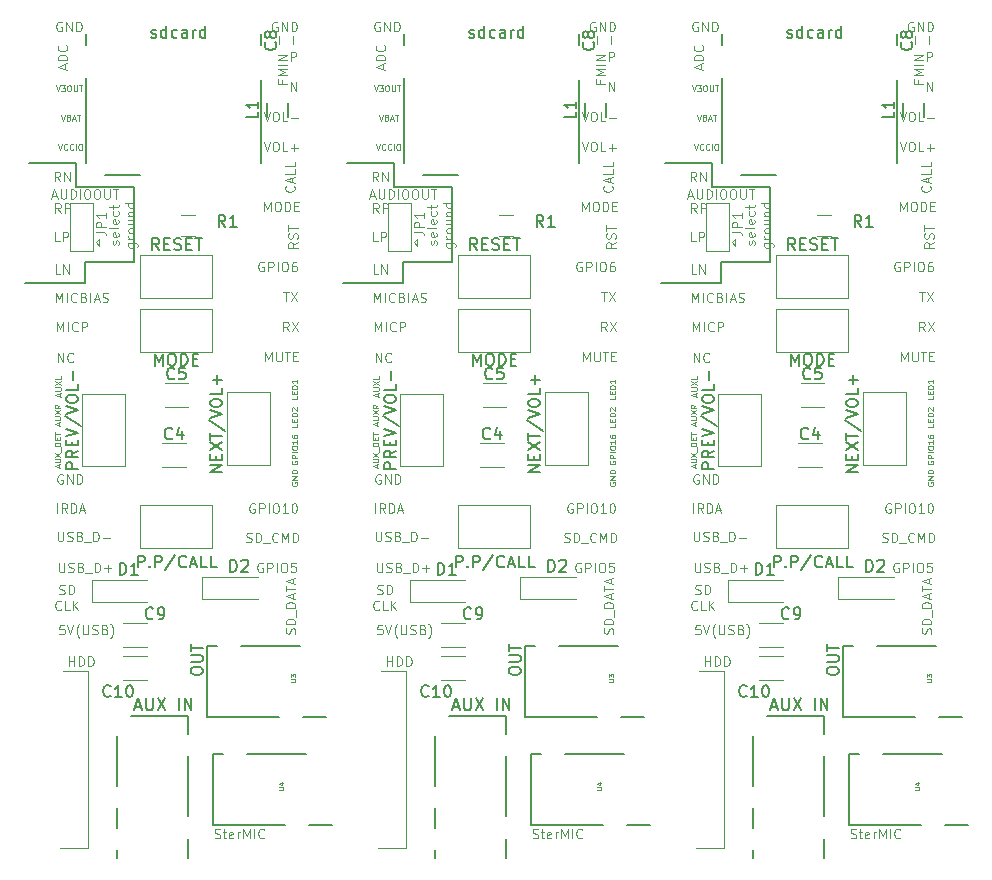
<source format=gbr>
%TF.GenerationSoftware,KiCad,Pcbnew,5.0.0-rc2-dev-unknown-d09445c~65~ubuntu16.04.1*%
%TF.CreationDate,2018-05-20T19:04:23+02:00*%
%TF.ProjectId,F-6888multi,462D363838386D756C74692E6B696361,rev?*%
%TF.SameCoordinates,Original*%
%TF.FileFunction,Legend,Top*%
%TF.FilePolarity,Positive*%
%FSLAX46Y46*%
G04 Gerber Fmt 4.6, Leading zero omitted, Abs format (unit mm)*
G04 Created by KiCad (PCBNEW 5.0.0-rc2-dev-unknown-d09445c~65~ubuntu16.04.1) date Sun May 20 19:04:23 2018*
%MOMM*%
%LPD*%
G01*
G04 APERTURE LIST*
%ADD10C,0.200000*%
%ADD11C,0.125000*%
%ADD12C,0.120000*%
%ADD13C,0.150000*%
%ADD14C,0.050800*%
G04 APERTURE END LIST*
D10*
X151053800Y-67221100D02*
X151053800Y-69126100D01*
X156006800Y-69253100D02*
X156006800Y-75603100D01*
D11*
X150057085Y-106343504D02*
X149676133Y-106343504D01*
X149638038Y-106724457D01*
X149676133Y-106686361D01*
X149752323Y-106648266D01*
X149942800Y-106648266D01*
X150018990Y-106686361D01*
X150057085Y-106724457D01*
X150095180Y-106800647D01*
X150095180Y-106991123D01*
X150057085Y-107067314D01*
X150018990Y-107105409D01*
X149942800Y-107143504D01*
X149752323Y-107143504D01*
X149676133Y-107105409D01*
X149638038Y-107067314D01*
X150323752Y-106343504D02*
X150590419Y-107143504D01*
X150857085Y-106343504D01*
X151352323Y-107448266D02*
X151314228Y-107410171D01*
X151238038Y-107295885D01*
X151199942Y-107219695D01*
X151161847Y-107105409D01*
X151123752Y-106914933D01*
X151123752Y-106762552D01*
X151161847Y-106572076D01*
X151199942Y-106457790D01*
X151238038Y-106381600D01*
X151314228Y-106267314D01*
X151352323Y-106229219D01*
X151657085Y-106343504D02*
X151657085Y-106991123D01*
X151695180Y-107067314D01*
X151733276Y-107105409D01*
X151809466Y-107143504D01*
X151961847Y-107143504D01*
X152038038Y-107105409D01*
X152076133Y-107067314D01*
X152114228Y-106991123D01*
X152114228Y-106343504D01*
X152457085Y-107105409D02*
X152571371Y-107143504D01*
X152761847Y-107143504D01*
X152838038Y-107105409D01*
X152876133Y-107067314D01*
X152914228Y-106991123D01*
X152914228Y-106914933D01*
X152876133Y-106838742D01*
X152838038Y-106800647D01*
X152761847Y-106762552D01*
X152609466Y-106724457D01*
X152533276Y-106686361D01*
X152495180Y-106648266D01*
X152457085Y-106572076D01*
X152457085Y-106495885D01*
X152495180Y-106419695D01*
X152533276Y-106381600D01*
X152609466Y-106343504D01*
X152799942Y-106343504D01*
X152914228Y-106381600D01*
X153523752Y-106724457D02*
X153638038Y-106762552D01*
X153676133Y-106800647D01*
X153714228Y-106876838D01*
X153714228Y-106991123D01*
X153676133Y-107067314D01*
X153638038Y-107105409D01*
X153561847Y-107143504D01*
X153257085Y-107143504D01*
X153257085Y-106343504D01*
X153523752Y-106343504D01*
X153599942Y-106381600D01*
X153638038Y-106419695D01*
X153676133Y-106495885D01*
X153676133Y-106572076D01*
X153638038Y-106648266D01*
X153599942Y-106686361D01*
X153523752Y-106724457D01*
X153257085Y-106724457D01*
X153980895Y-107448266D02*
X154018990Y-107410171D01*
X154095180Y-107295885D01*
X154133276Y-107219695D01*
X154171371Y-107105409D01*
X154209466Y-106914933D01*
X154209466Y-106762552D01*
X154171371Y-106572076D01*
X154133276Y-106457790D01*
X154095180Y-106381600D01*
X154018990Y-106267314D01*
X153980895Y-106229219D01*
D10*
X157443776Y-56576861D02*
X157539014Y-56624480D01*
X157729490Y-56624480D01*
X157824728Y-56576861D01*
X157872347Y-56481623D01*
X157872347Y-56434004D01*
X157824728Y-56338766D01*
X157729490Y-56291147D01*
X157586633Y-56291147D01*
X157491395Y-56243528D01*
X157443776Y-56148290D01*
X157443776Y-56100671D01*
X157491395Y-56005433D01*
X157586633Y-55957814D01*
X157729490Y-55957814D01*
X157824728Y-56005433D01*
X158729490Y-56624480D02*
X158729490Y-55624480D01*
X158729490Y-56576861D02*
X158634252Y-56624480D01*
X158443776Y-56624480D01*
X158348538Y-56576861D01*
X158300919Y-56529242D01*
X158253300Y-56434004D01*
X158253300Y-56148290D01*
X158300919Y-56053052D01*
X158348538Y-56005433D01*
X158443776Y-55957814D01*
X158634252Y-55957814D01*
X158729490Y-56005433D01*
X159634252Y-56576861D02*
X159539014Y-56624480D01*
X159348538Y-56624480D01*
X159253300Y-56576861D01*
X159205680Y-56529242D01*
X159158061Y-56434004D01*
X159158061Y-56148290D01*
X159205680Y-56053052D01*
X159253300Y-56005433D01*
X159348538Y-55957814D01*
X159539014Y-55957814D01*
X159634252Y-56005433D01*
X160491395Y-56624480D02*
X160491395Y-56100671D01*
X160443776Y-56005433D01*
X160348538Y-55957814D01*
X160158061Y-55957814D01*
X160062823Y-56005433D01*
X160491395Y-56576861D02*
X160396157Y-56624480D01*
X160158061Y-56624480D01*
X160062823Y-56576861D01*
X160015204Y-56481623D01*
X160015204Y-56386385D01*
X160062823Y-56291147D01*
X160158061Y-56243528D01*
X160396157Y-56243528D01*
X160491395Y-56195909D01*
X160967585Y-56624480D02*
X160967585Y-55957814D01*
X160967585Y-56148290D02*
X161015204Y-56053052D01*
X161062823Y-56005433D01*
X161158061Y-55957814D01*
X161253300Y-55957814D01*
X162015204Y-56624480D02*
X162015204Y-55624480D01*
X162015204Y-56576861D02*
X161919966Y-56624480D01*
X161729490Y-56624480D01*
X161634252Y-56576861D01*
X161586633Y-56529242D01*
X161539014Y-56434004D01*
X161539014Y-56148290D01*
X161586633Y-56053052D01*
X161634252Y-56005433D01*
X161729490Y-55957814D01*
X161919966Y-55957814D01*
X162015204Y-56005433D01*
X151053800Y-69253100D02*
X156006800Y-69253100D01*
D11*
X162801561Y-124377409D02*
X162915847Y-124415504D01*
X163106323Y-124415504D01*
X163182514Y-124377409D01*
X163220609Y-124339314D01*
X163258704Y-124263123D01*
X163258704Y-124186933D01*
X163220609Y-124110742D01*
X163182514Y-124072647D01*
X163106323Y-124034552D01*
X162953942Y-123996457D01*
X162877752Y-123958361D01*
X162839657Y-123920266D01*
X162801561Y-123844076D01*
X162801561Y-123767885D01*
X162839657Y-123691695D01*
X162877752Y-123653600D01*
X162953942Y-123615504D01*
X163144419Y-123615504D01*
X163258704Y-123653600D01*
X163487276Y-123882171D02*
X163792038Y-123882171D01*
X163601561Y-123615504D02*
X163601561Y-124301219D01*
X163639657Y-124377409D01*
X163715847Y-124415504D01*
X163792038Y-124415504D01*
X164363466Y-124377409D02*
X164287276Y-124415504D01*
X164134895Y-124415504D01*
X164058704Y-124377409D01*
X164020609Y-124301219D01*
X164020609Y-123996457D01*
X164058704Y-123920266D01*
X164134895Y-123882171D01*
X164287276Y-123882171D01*
X164363466Y-123920266D01*
X164401561Y-123996457D01*
X164401561Y-124072647D01*
X164020609Y-124148838D01*
X164744419Y-124415504D02*
X164744419Y-123882171D01*
X164744419Y-124034552D02*
X164782514Y-123958361D01*
X164820609Y-123920266D01*
X164896800Y-123882171D01*
X164972990Y-123882171D01*
X165239657Y-124415504D02*
X165239657Y-123615504D01*
X165506323Y-124186933D01*
X165772990Y-123615504D01*
X165772990Y-124415504D01*
X166153942Y-124415504D02*
X166153942Y-123615504D01*
X166992038Y-124339314D02*
X166953942Y-124377409D01*
X166839657Y-124415504D01*
X166763466Y-124415504D01*
X166649180Y-124377409D01*
X166572990Y-124301219D01*
X166534895Y-124225028D01*
X166496800Y-124072647D01*
X166496800Y-123958361D01*
X166534895Y-123805980D01*
X166572990Y-123729790D01*
X166649180Y-123653600D01*
X166763466Y-123615504D01*
X166839657Y-123615504D01*
X166953942Y-123653600D01*
X166992038Y-123691695D01*
D10*
X151815800Y-77381100D02*
X146735800Y-77381100D01*
X160793180Y-110321600D02*
X160793180Y-110131123D01*
X160840800Y-110035885D01*
X160936038Y-109940647D01*
X161126514Y-109893028D01*
X161459847Y-109893028D01*
X161650323Y-109940647D01*
X161745561Y-110035885D01*
X161793180Y-110131123D01*
X161793180Y-110321600D01*
X161745561Y-110416838D01*
X161650323Y-110512076D01*
X161459847Y-110559695D01*
X161126514Y-110559695D01*
X160936038Y-110512076D01*
X160840800Y-110416838D01*
X160793180Y-110321600D01*
X160793180Y-109464457D02*
X161602704Y-109464457D01*
X161697942Y-109416838D01*
X161745561Y-109369219D01*
X161793180Y-109273980D01*
X161793180Y-109083504D01*
X161745561Y-108988266D01*
X161697942Y-108940647D01*
X161602704Y-108893028D01*
X160793180Y-108893028D01*
X160793180Y-108559695D02*
X160793180Y-107988266D01*
X161793180Y-108273980D02*
X160793180Y-108273980D01*
D11*
X169259276Y-58629504D02*
X169259276Y-57829504D01*
X169564038Y-57829504D01*
X169640228Y-57867600D01*
X169678323Y-57905695D01*
X169716419Y-57981885D01*
X169716419Y-58096171D01*
X169678323Y-58172361D01*
X169640228Y-58210457D01*
X169564038Y-58248552D01*
X169259276Y-58248552D01*
X165500323Y-99294909D02*
X165614609Y-99333004D01*
X165805085Y-99333004D01*
X165881276Y-99294909D01*
X165919371Y-99256814D01*
X165957466Y-99180623D01*
X165957466Y-99104433D01*
X165919371Y-99028242D01*
X165881276Y-98990147D01*
X165805085Y-98952052D01*
X165652704Y-98913957D01*
X165576514Y-98875861D01*
X165538419Y-98837766D01*
X165500323Y-98761576D01*
X165500323Y-98685385D01*
X165538419Y-98609195D01*
X165576514Y-98571100D01*
X165652704Y-98533004D01*
X165843180Y-98533004D01*
X165957466Y-98571100D01*
X166300323Y-99333004D02*
X166300323Y-98533004D01*
X166490800Y-98533004D01*
X166605085Y-98571100D01*
X166681276Y-98647290D01*
X166719371Y-98723480D01*
X166757466Y-98875861D01*
X166757466Y-98990147D01*
X166719371Y-99142528D01*
X166681276Y-99218719D01*
X166605085Y-99294909D01*
X166490800Y-99333004D01*
X166300323Y-99333004D01*
X166909847Y-99409195D02*
X167519371Y-99409195D01*
X168166990Y-99256814D02*
X168128895Y-99294909D01*
X168014609Y-99333004D01*
X167938419Y-99333004D01*
X167824133Y-99294909D01*
X167747942Y-99218719D01*
X167709847Y-99142528D01*
X167671752Y-98990147D01*
X167671752Y-98875861D01*
X167709847Y-98723480D01*
X167747942Y-98647290D01*
X167824133Y-98571100D01*
X167938419Y-98533004D01*
X168014609Y-98533004D01*
X168128895Y-98571100D01*
X168166990Y-98609195D01*
X168509847Y-99333004D02*
X168509847Y-98533004D01*
X168776514Y-99104433D01*
X169043180Y-98533004D01*
X169043180Y-99333004D01*
X169424133Y-99333004D02*
X169424133Y-98533004D01*
X169614609Y-98533004D01*
X169728895Y-98571100D01*
X169805085Y-98647290D01*
X169843180Y-98723480D01*
X169881276Y-98875861D01*
X169881276Y-98990147D01*
X169843180Y-99142528D01*
X169805085Y-99218719D01*
X169728895Y-99294909D01*
X169614609Y-99333004D01*
X169424133Y-99333004D01*
D10*
X151053800Y-69126100D02*
X151053800Y-69253100D01*
D11*
X168605276Y-78149504D02*
X169062419Y-78149504D01*
X168833847Y-78949504D02*
X168833847Y-78149504D01*
X169252895Y-78149504D02*
X169786228Y-78949504D01*
X169786228Y-78149504D02*
X169252895Y-78949504D01*
X166890847Y-101111100D02*
X166814657Y-101073004D01*
X166700371Y-101073004D01*
X166586085Y-101111100D01*
X166509895Y-101187290D01*
X166471800Y-101263480D01*
X166433704Y-101415861D01*
X166433704Y-101530147D01*
X166471800Y-101682528D01*
X166509895Y-101758719D01*
X166586085Y-101834909D01*
X166700371Y-101873004D01*
X166776561Y-101873004D01*
X166890847Y-101834909D01*
X166928942Y-101796814D01*
X166928942Y-101530147D01*
X166776561Y-101530147D01*
X167271800Y-101873004D02*
X167271800Y-101073004D01*
X167576561Y-101073004D01*
X167652752Y-101111100D01*
X167690847Y-101149195D01*
X167728942Y-101225385D01*
X167728942Y-101339671D01*
X167690847Y-101415861D01*
X167652752Y-101453957D01*
X167576561Y-101492052D01*
X167271800Y-101492052D01*
X168071800Y-101873004D02*
X168071800Y-101073004D01*
X168605133Y-101073004D02*
X168757514Y-101073004D01*
X168833704Y-101111100D01*
X168909895Y-101187290D01*
X168947990Y-101339671D01*
X168947990Y-101606338D01*
X168909895Y-101758719D01*
X168833704Y-101834909D01*
X168757514Y-101873004D01*
X168605133Y-101873004D01*
X168528942Y-101834909D01*
X168452752Y-101758719D01*
X168414657Y-101606338D01*
X168414657Y-101339671D01*
X168452752Y-101187290D01*
X168528942Y-101111100D01*
X168605133Y-101073004D01*
X169671800Y-101073004D02*
X169290847Y-101073004D01*
X169252752Y-101453957D01*
X169290847Y-101415861D01*
X169367038Y-101377766D01*
X169557514Y-101377766D01*
X169633704Y-101415861D01*
X169671800Y-101453957D01*
X169709895Y-101530147D01*
X169709895Y-101720623D01*
X169671800Y-101796814D01*
X169633704Y-101834909D01*
X169557514Y-101873004D01*
X169367038Y-101873004D01*
X169290847Y-101834909D01*
X169252752Y-101796814D01*
X149613133Y-89426147D02*
X149613133Y-89188052D01*
X149755990Y-89473766D02*
X149255990Y-89307100D01*
X149755990Y-89140433D01*
X149255990Y-88973766D02*
X149660752Y-88973766D01*
X149708371Y-88949957D01*
X149732180Y-88926147D01*
X149755990Y-88878528D01*
X149755990Y-88783290D01*
X149732180Y-88735671D01*
X149708371Y-88711861D01*
X149660752Y-88688052D01*
X149255990Y-88688052D01*
X149255990Y-88497576D02*
X149755990Y-88164242D01*
X149255990Y-88164242D02*
X149755990Y-88497576D01*
X149755990Y-87688052D02*
X149517895Y-87854719D01*
X149755990Y-87973766D02*
X149255990Y-87973766D01*
X149255990Y-87783290D01*
X149279800Y-87735671D01*
X149303609Y-87711861D01*
X149351228Y-87688052D01*
X149422657Y-87688052D01*
X149470276Y-87711861D01*
X149494085Y-87735671D01*
X149517895Y-87783290D01*
X149517895Y-87973766D01*
D10*
X156006800Y-75603100D02*
X151815800Y-75603100D01*
X151815800Y-75603100D02*
X151815800Y-77381100D01*
D11*
X149936276Y-93630800D02*
X149860085Y-93592704D01*
X149745800Y-93592704D01*
X149631514Y-93630800D01*
X149555323Y-93706990D01*
X149517228Y-93783180D01*
X149479133Y-93935561D01*
X149479133Y-94049847D01*
X149517228Y-94202228D01*
X149555323Y-94278419D01*
X149631514Y-94354609D01*
X149745800Y-94392704D01*
X149821990Y-94392704D01*
X149936276Y-94354609D01*
X149974371Y-94316514D01*
X149974371Y-94049847D01*
X149821990Y-94049847D01*
X150317228Y-94392704D02*
X150317228Y-93592704D01*
X150774371Y-94392704D01*
X150774371Y-93592704D01*
X151155323Y-94392704D02*
X151155323Y-93592704D01*
X151345800Y-93592704D01*
X151460085Y-93630800D01*
X151536276Y-93706990D01*
X151574371Y-93783180D01*
X151612466Y-93935561D01*
X151612466Y-94049847D01*
X151574371Y-94202228D01*
X151536276Y-94278419D01*
X151460085Y-94354609D01*
X151345800Y-94392704D01*
X151155323Y-94392704D01*
X149390371Y-79013004D02*
X149390371Y-78213004D01*
X149657038Y-78784433D01*
X149923704Y-78213004D01*
X149923704Y-79013004D01*
X150304657Y-79013004D02*
X150304657Y-78213004D01*
X151142752Y-78936814D02*
X151104657Y-78974909D01*
X150990371Y-79013004D01*
X150914180Y-79013004D01*
X150799895Y-78974909D01*
X150723704Y-78898719D01*
X150685609Y-78822528D01*
X150647514Y-78670147D01*
X150647514Y-78555861D01*
X150685609Y-78403480D01*
X150723704Y-78327290D01*
X150799895Y-78251100D01*
X150914180Y-78213004D01*
X150990371Y-78213004D01*
X151104657Y-78251100D01*
X151142752Y-78289195D01*
X151752276Y-78593957D02*
X151866561Y-78632052D01*
X151904657Y-78670147D01*
X151942752Y-78746338D01*
X151942752Y-78860623D01*
X151904657Y-78936814D01*
X151866561Y-78974909D01*
X151790371Y-79013004D01*
X151485609Y-79013004D01*
X151485609Y-78213004D01*
X151752276Y-78213004D01*
X151828466Y-78251100D01*
X151866561Y-78289195D01*
X151904657Y-78365385D01*
X151904657Y-78441576D01*
X151866561Y-78517766D01*
X151828466Y-78555861D01*
X151752276Y-78593957D01*
X151485609Y-78593957D01*
X152285609Y-79013004D02*
X152285609Y-78213004D01*
X152628466Y-78784433D02*
X153009419Y-78784433D01*
X152552276Y-79013004D02*
X152818942Y-78213004D01*
X153085609Y-79013004D01*
X153314180Y-78974909D02*
X153428466Y-79013004D01*
X153618942Y-79013004D01*
X153695133Y-78974909D01*
X153733228Y-78936814D01*
X153771323Y-78860623D01*
X153771323Y-78784433D01*
X153733228Y-78708242D01*
X153695133Y-78670147D01*
X153618942Y-78632052D01*
X153466561Y-78593957D01*
X153390371Y-78555861D01*
X153352276Y-78517766D01*
X153314180Y-78441576D01*
X153314180Y-78365385D01*
X153352276Y-78289195D01*
X153390371Y-78251100D01*
X153466561Y-78213004D01*
X153657038Y-78213004D01*
X153771323Y-78251100D01*
X149561680Y-65613790D02*
X149728347Y-66113790D01*
X149895014Y-65613790D01*
X150347395Y-66066171D02*
X150323585Y-66089980D01*
X150252157Y-66113790D01*
X150204538Y-66113790D01*
X150133109Y-66089980D01*
X150085490Y-66042361D01*
X150061680Y-65994742D01*
X150037871Y-65899504D01*
X150037871Y-65828076D01*
X150061680Y-65732838D01*
X150085490Y-65685219D01*
X150133109Y-65637600D01*
X150204538Y-65613790D01*
X150252157Y-65613790D01*
X150323585Y-65637600D01*
X150347395Y-65661409D01*
X150847395Y-66066171D02*
X150823585Y-66089980D01*
X150752157Y-66113790D01*
X150704538Y-66113790D01*
X150633109Y-66089980D01*
X150585490Y-66042361D01*
X150561680Y-65994742D01*
X150537871Y-65899504D01*
X150537871Y-65828076D01*
X150561680Y-65732838D01*
X150585490Y-65685219D01*
X150633109Y-65637600D01*
X150704538Y-65613790D01*
X150752157Y-65613790D01*
X150823585Y-65637600D01*
X150847395Y-65661409D01*
X151061680Y-66113790D02*
X151061680Y-65613790D01*
X151395014Y-65613790D02*
X151490252Y-65613790D01*
X151537871Y-65637600D01*
X151585490Y-65685219D01*
X151609300Y-65780457D01*
X151609300Y-65947123D01*
X151585490Y-66042361D01*
X151537871Y-66089980D01*
X151490252Y-66113790D01*
X151395014Y-66113790D01*
X151347395Y-66089980D01*
X151299776Y-66042361D01*
X151275966Y-65947123D01*
X151275966Y-65780457D01*
X151299776Y-65685219D01*
X151347395Y-65637600D01*
X151395014Y-65613790D01*
X166954347Y-75647600D02*
X166878157Y-75609504D01*
X166763871Y-75609504D01*
X166649585Y-75647600D01*
X166573395Y-75723790D01*
X166535300Y-75799980D01*
X166497204Y-75952361D01*
X166497204Y-76066647D01*
X166535300Y-76219028D01*
X166573395Y-76295219D01*
X166649585Y-76371409D01*
X166763871Y-76409504D01*
X166840061Y-76409504D01*
X166954347Y-76371409D01*
X166992442Y-76333314D01*
X166992442Y-76066647D01*
X166840061Y-76066647D01*
X167335300Y-76409504D02*
X167335300Y-75609504D01*
X167640061Y-75609504D01*
X167716252Y-75647600D01*
X167754347Y-75685695D01*
X167792442Y-75761885D01*
X167792442Y-75876171D01*
X167754347Y-75952361D01*
X167716252Y-75990457D01*
X167640061Y-76028552D01*
X167335300Y-76028552D01*
X168135300Y-76409504D02*
X168135300Y-75609504D01*
X168668633Y-75609504D02*
X168821014Y-75609504D01*
X168897204Y-75647600D01*
X168973395Y-75723790D01*
X169011490Y-75876171D01*
X169011490Y-76142838D01*
X168973395Y-76295219D01*
X168897204Y-76371409D01*
X168821014Y-76409504D01*
X168668633Y-76409504D01*
X168592442Y-76371409D01*
X168516252Y-76295219D01*
X168478157Y-76142838D01*
X168478157Y-75876171D01*
X168516252Y-75723790D01*
X168592442Y-75647600D01*
X168668633Y-75609504D01*
X169697204Y-75609504D02*
X169544823Y-75609504D01*
X169468633Y-75647600D01*
X169430538Y-75685695D01*
X169354347Y-75799980D01*
X169316252Y-75952361D01*
X169316252Y-76257123D01*
X169354347Y-76333314D01*
X169392442Y-76371409D01*
X169468633Y-76409504D01*
X169621014Y-76409504D01*
X169697204Y-76371409D01*
X169735300Y-76333314D01*
X169773395Y-76257123D01*
X169773395Y-76066647D01*
X169735300Y-75990457D01*
X169697204Y-75952361D01*
X169621014Y-75914266D01*
X169468633Y-75914266D01*
X169392442Y-75952361D01*
X169354347Y-75990457D01*
X169316252Y-76066647D01*
D10*
X147053300Y-67221100D02*
X151053800Y-67221100D01*
D11*
X166192395Y-96094600D02*
X166116204Y-96056504D01*
X166001919Y-96056504D01*
X165887633Y-96094600D01*
X165811442Y-96170790D01*
X165773347Y-96246980D01*
X165735252Y-96399361D01*
X165735252Y-96513647D01*
X165773347Y-96666028D01*
X165811442Y-96742219D01*
X165887633Y-96818409D01*
X166001919Y-96856504D01*
X166078109Y-96856504D01*
X166192395Y-96818409D01*
X166230490Y-96780314D01*
X166230490Y-96513647D01*
X166078109Y-96513647D01*
X166573347Y-96856504D02*
X166573347Y-96056504D01*
X166878109Y-96056504D01*
X166954300Y-96094600D01*
X166992395Y-96132695D01*
X167030490Y-96208885D01*
X167030490Y-96323171D01*
X166992395Y-96399361D01*
X166954300Y-96437457D01*
X166878109Y-96475552D01*
X166573347Y-96475552D01*
X167373347Y-96856504D02*
X167373347Y-96056504D01*
X167906680Y-96056504D02*
X168059061Y-96056504D01*
X168135252Y-96094600D01*
X168211442Y-96170790D01*
X168249538Y-96323171D01*
X168249538Y-96589838D01*
X168211442Y-96742219D01*
X168135252Y-96818409D01*
X168059061Y-96856504D01*
X167906680Y-96856504D01*
X167830490Y-96818409D01*
X167754300Y-96742219D01*
X167716204Y-96589838D01*
X167716204Y-96323171D01*
X167754300Y-96170790D01*
X167830490Y-96094600D01*
X167906680Y-96056504D01*
X169011442Y-96856504D02*
X168554300Y-96856504D01*
X168782871Y-96856504D02*
X168782871Y-96056504D01*
X168706680Y-96170790D01*
X168630490Y-96246980D01*
X168554300Y-96285076D01*
X169506680Y-96056504D02*
X169582871Y-96056504D01*
X169659061Y-96094600D01*
X169697157Y-96132695D01*
X169735252Y-96208885D01*
X169773347Y-96361266D01*
X169773347Y-96551742D01*
X169735252Y-96704123D01*
X169697157Y-96780314D01*
X169659061Y-96818409D01*
X169582871Y-96856504D01*
X169506680Y-96856504D01*
X169430490Y-96818409D01*
X169392395Y-96780314D01*
X169354300Y-96704123D01*
X169316204Y-96551742D01*
X169316204Y-96361266D01*
X169354300Y-96208885D01*
X169392395Y-96132695D01*
X169430490Y-96094600D01*
X169506680Y-96056504D01*
X149363252Y-60660790D02*
X149529919Y-61160790D01*
X149696585Y-60660790D01*
X149815633Y-60660790D02*
X150125157Y-60660790D01*
X149958490Y-60851266D01*
X150029919Y-60851266D01*
X150077538Y-60875076D01*
X150101347Y-60898885D01*
X150125157Y-60946504D01*
X150125157Y-61065552D01*
X150101347Y-61113171D01*
X150077538Y-61136980D01*
X150029919Y-61160790D01*
X149887061Y-61160790D01*
X149839442Y-61136980D01*
X149815633Y-61113171D01*
X150434680Y-60660790D02*
X150529919Y-60660790D01*
X150577538Y-60684600D01*
X150625157Y-60732219D01*
X150648966Y-60827457D01*
X150648966Y-60994123D01*
X150625157Y-61089361D01*
X150577538Y-61136980D01*
X150529919Y-61160790D01*
X150434680Y-61160790D01*
X150387061Y-61136980D01*
X150339442Y-61089361D01*
X150315633Y-60994123D01*
X150315633Y-60827457D01*
X150339442Y-60732219D01*
X150387061Y-60684600D01*
X150434680Y-60660790D01*
X150863252Y-60660790D02*
X150863252Y-61065552D01*
X150887061Y-61113171D01*
X150910871Y-61136980D01*
X150958490Y-61160790D01*
X151053728Y-61160790D01*
X151101347Y-61136980D01*
X151125157Y-61113171D01*
X151148966Y-61065552D01*
X151148966Y-60660790D01*
X151315633Y-60660790D02*
X151601347Y-60660790D01*
X151458490Y-61160790D02*
X151458490Y-60660790D01*
X149739371Y-76600004D02*
X149358419Y-76600004D01*
X149358419Y-75800004D01*
X150006038Y-76600004D02*
X150006038Y-75800004D01*
X150463180Y-76600004D01*
X150463180Y-75800004D01*
X169500514Y-69170457D02*
X169538609Y-69208552D01*
X169576704Y-69322838D01*
X169576704Y-69399028D01*
X169538609Y-69513314D01*
X169462419Y-69589504D01*
X169386228Y-69627600D01*
X169233847Y-69665695D01*
X169119561Y-69665695D01*
X168967180Y-69627600D01*
X168890990Y-69589504D01*
X168814800Y-69513314D01*
X168776704Y-69399028D01*
X168776704Y-69322838D01*
X168814800Y-69208552D01*
X168852895Y-69170457D01*
X169348133Y-68865695D02*
X169348133Y-68484742D01*
X169576704Y-68941885D02*
X168776704Y-68675219D01*
X169576704Y-68408552D01*
X169576704Y-67760933D02*
X169576704Y-68141885D01*
X168776704Y-68141885D01*
X169576704Y-67113314D02*
X169576704Y-67494266D01*
X168776704Y-67494266D01*
X169830704Y-73945695D02*
X169449752Y-74212361D01*
X169830704Y-74402838D02*
X169030704Y-74402838D01*
X169030704Y-74098076D01*
X169068800Y-74021885D01*
X169106895Y-73983790D01*
X169183085Y-73945695D01*
X169297371Y-73945695D01*
X169373561Y-73983790D01*
X169411657Y-74021885D01*
X169449752Y-74098076D01*
X169449752Y-74402838D01*
X169792609Y-73640933D02*
X169830704Y-73526647D01*
X169830704Y-73336171D01*
X169792609Y-73259980D01*
X169754514Y-73221885D01*
X169678323Y-73183790D01*
X169602133Y-73183790D01*
X169525942Y-73221885D01*
X169487847Y-73259980D01*
X169449752Y-73336171D01*
X169411657Y-73488552D01*
X169373561Y-73564742D01*
X169335466Y-73602838D01*
X169259276Y-73640933D01*
X169183085Y-73640933D01*
X169106895Y-73602838D01*
X169068800Y-73564742D01*
X169030704Y-73488552D01*
X169030704Y-73298076D01*
X169068800Y-73183790D01*
X169030704Y-72955219D02*
X169030704Y-72498076D01*
X169830704Y-72726647D02*
X169030704Y-72726647D01*
X149530076Y-98444104D02*
X149530076Y-99091723D01*
X149568171Y-99167914D01*
X149606266Y-99206009D01*
X149682457Y-99244104D01*
X149834838Y-99244104D01*
X149911028Y-99206009D01*
X149949123Y-99167914D01*
X149987219Y-99091723D01*
X149987219Y-98444104D01*
X150330076Y-99206009D02*
X150444361Y-99244104D01*
X150634838Y-99244104D01*
X150711028Y-99206009D01*
X150749123Y-99167914D01*
X150787219Y-99091723D01*
X150787219Y-99015533D01*
X150749123Y-98939342D01*
X150711028Y-98901247D01*
X150634838Y-98863152D01*
X150482457Y-98825057D01*
X150406266Y-98786961D01*
X150368171Y-98748866D01*
X150330076Y-98672676D01*
X150330076Y-98596485D01*
X150368171Y-98520295D01*
X150406266Y-98482200D01*
X150482457Y-98444104D01*
X150672933Y-98444104D01*
X150787219Y-98482200D01*
X151396742Y-98825057D02*
X151511028Y-98863152D01*
X151549123Y-98901247D01*
X151587219Y-98977438D01*
X151587219Y-99091723D01*
X151549123Y-99167914D01*
X151511028Y-99206009D01*
X151434838Y-99244104D01*
X151130076Y-99244104D01*
X151130076Y-98444104D01*
X151396742Y-98444104D01*
X151472933Y-98482200D01*
X151511028Y-98520295D01*
X151549123Y-98596485D01*
X151549123Y-98672676D01*
X151511028Y-98748866D01*
X151472933Y-98786961D01*
X151396742Y-98825057D01*
X151130076Y-98825057D01*
X151739600Y-99320295D02*
X152349123Y-99320295D01*
X152539600Y-99244104D02*
X152539600Y-98444104D01*
X152730076Y-98444104D01*
X152844361Y-98482200D01*
X152920552Y-98558390D01*
X152958647Y-98634580D01*
X152996742Y-98786961D01*
X152996742Y-98901247D01*
X152958647Y-99053628D01*
X152920552Y-99129819D01*
X152844361Y-99206009D01*
X152730076Y-99244104D01*
X152539600Y-99244104D01*
X153339600Y-98939342D02*
X153949123Y-98939342D01*
X168097276Y-55327600D02*
X168021085Y-55289504D01*
X167906800Y-55289504D01*
X167792514Y-55327600D01*
X167716323Y-55403790D01*
X167678228Y-55479980D01*
X167640133Y-55632361D01*
X167640133Y-55746647D01*
X167678228Y-55899028D01*
X167716323Y-55975219D01*
X167792514Y-56051409D01*
X167906800Y-56089504D01*
X167982990Y-56089504D01*
X168097276Y-56051409D01*
X168135371Y-56013314D01*
X168135371Y-55746647D01*
X167982990Y-55746647D01*
X168478228Y-56089504D02*
X168478228Y-55289504D01*
X168935371Y-56089504D01*
X168935371Y-55289504D01*
X169316323Y-56089504D02*
X169316323Y-55289504D01*
X169506800Y-55289504D01*
X169621085Y-55327600D01*
X169697276Y-55403790D01*
X169735371Y-55479980D01*
X169773466Y-55632361D01*
X169773466Y-55746647D01*
X169735371Y-55899028D01*
X169697276Y-55975219D01*
X169621085Y-56051409D01*
X169506800Y-56089504D01*
X169316323Y-56089504D01*
X169240228Y-61169504D02*
X169240228Y-60369504D01*
X169697371Y-61169504D01*
X169697371Y-60369504D01*
X149613133Y-93017790D02*
X149613133Y-92779695D01*
X149755990Y-93065409D02*
X149255990Y-92898742D01*
X149755990Y-92732076D01*
X149255990Y-92565409D02*
X149660752Y-92565409D01*
X149708371Y-92541600D01*
X149732180Y-92517790D01*
X149755990Y-92470171D01*
X149755990Y-92374933D01*
X149732180Y-92327314D01*
X149708371Y-92303504D01*
X149660752Y-92279695D01*
X149255990Y-92279695D01*
X149255990Y-92089219D02*
X149755990Y-91755885D01*
X149255990Y-91755885D02*
X149755990Y-92089219D01*
X149803609Y-91684457D02*
X149803609Y-91303504D01*
X149755990Y-91184457D02*
X149255990Y-91184457D01*
X149255990Y-91065409D01*
X149279800Y-90993980D01*
X149327419Y-90946361D01*
X149375038Y-90922552D01*
X149470276Y-90898742D01*
X149541704Y-90898742D01*
X149636942Y-90922552D01*
X149684561Y-90946361D01*
X149732180Y-90993980D01*
X149755990Y-91065409D01*
X149755990Y-91184457D01*
X149494085Y-90684457D02*
X149494085Y-90517790D01*
X149755990Y-90446361D02*
X149755990Y-90684457D01*
X149255990Y-90684457D01*
X149255990Y-90446361D01*
X149255990Y-90303504D02*
X149255990Y-90017790D01*
X149755990Y-90160647D02*
X149255990Y-90160647D01*
X149758419Y-71456504D02*
X149491752Y-71075552D01*
X149301276Y-71456504D02*
X149301276Y-70656504D01*
X149606038Y-70656504D01*
X149682228Y-70694600D01*
X149720323Y-70732695D01*
X149758419Y-70808885D01*
X149758419Y-70923171D01*
X149720323Y-70999361D01*
X149682228Y-71037457D01*
X149606038Y-71075552D01*
X149301276Y-71075552D01*
X150101276Y-71456504D02*
X150101276Y-70656504D01*
X150406038Y-70656504D01*
X150482228Y-70694600D01*
X150520323Y-70732695D01*
X150558419Y-70808885D01*
X150558419Y-70923171D01*
X150520323Y-70999361D01*
X150482228Y-71037457D01*
X150406038Y-71075552D01*
X150101276Y-71075552D01*
X167005180Y-71329504D02*
X167005180Y-70529504D01*
X167271847Y-71100933D01*
X167538514Y-70529504D01*
X167538514Y-71329504D01*
X168071847Y-70529504D02*
X168224228Y-70529504D01*
X168300419Y-70567600D01*
X168376609Y-70643790D01*
X168414704Y-70796171D01*
X168414704Y-71062838D01*
X168376609Y-71215219D01*
X168300419Y-71291409D01*
X168224228Y-71329504D01*
X168071847Y-71329504D01*
X167995657Y-71291409D01*
X167919466Y-71215219D01*
X167881371Y-71062838D01*
X167881371Y-70796171D01*
X167919466Y-70643790D01*
X167995657Y-70567600D01*
X168071847Y-70529504D01*
X168757561Y-71329504D02*
X168757561Y-70529504D01*
X168948038Y-70529504D01*
X169062323Y-70567600D01*
X169138514Y-70643790D01*
X169176609Y-70719980D01*
X169214704Y-70872361D01*
X169214704Y-70986647D01*
X169176609Y-71139028D01*
X169138514Y-71215219D01*
X169062323Y-71291409D01*
X168948038Y-71329504D01*
X168757561Y-71329504D01*
X169557561Y-70910457D02*
X169824228Y-70910457D01*
X169938514Y-71329504D02*
X169557561Y-71329504D01*
X169557561Y-70529504D01*
X169938514Y-70529504D01*
X150469728Y-109810504D02*
X150469728Y-109010504D01*
X150469728Y-109391457D02*
X150926871Y-109391457D01*
X150926871Y-109810504D02*
X150926871Y-109010504D01*
X151307823Y-109810504D02*
X151307823Y-109010504D01*
X151498300Y-109010504D01*
X151612585Y-109048600D01*
X151688776Y-109124790D01*
X151726871Y-109200980D01*
X151764966Y-109353361D01*
X151764966Y-109467647D01*
X151726871Y-109620028D01*
X151688776Y-109696219D01*
X151612585Y-109772409D01*
X151498300Y-109810504D01*
X151307823Y-109810504D01*
X152107823Y-109810504D02*
X152107823Y-109010504D01*
X152298300Y-109010504D01*
X152412585Y-109048600D01*
X152488776Y-109124790D01*
X152526871Y-109200980D01*
X152564966Y-109353361D01*
X152564966Y-109467647D01*
X152526871Y-109620028D01*
X152488776Y-109696219D01*
X152412585Y-109772409D01*
X152298300Y-109810504D01*
X152107823Y-109810504D01*
X149787871Y-63137290D02*
X149954538Y-63637290D01*
X150121204Y-63137290D01*
X150454538Y-63375385D02*
X150525966Y-63399195D01*
X150549776Y-63423004D01*
X150573585Y-63470623D01*
X150573585Y-63542052D01*
X150549776Y-63589671D01*
X150525966Y-63613480D01*
X150478347Y-63637290D01*
X150287871Y-63637290D01*
X150287871Y-63137290D01*
X150454538Y-63137290D01*
X150502157Y-63161100D01*
X150525966Y-63184909D01*
X150549776Y-63232528D01*
X150549776Y-63280147D01*
X150525966Y-63327766D01*
X150502157Y-63351576D01*
X150454538Y-63375385D01*
X150287871Y-63375385D01*
X150764061Y-63494433D02*
X151002157Y-63494433D01*
X150716442Y-63637290D02*
X150883109Y-63137290D01*
X151049776Y-63637290D01*
X151145014Y-63137290D02*
X151430728Y-63137290D01*
X151287871Y-63637290D02*
X151287871Y-63137290D01*
X166948038Y-65449504D02*
X167214704Y-66249504D01*
X167481371Y-65449504D01*
X167900419Y-65449504D02*
X168052800Y-65449504D01*
X168128990Y-65487600D01*
X168205180Y-65563790D01*
X168243276Y-65716171D01*
X168243276Y-65982838D01*
X168205180Y-66135219D01*
X168128990Y-66211409D01*
X168052800Y-66249504D01*
X167900419Y-66249504D01*
X167824228Y-66211409D01*
X167748038Y-66135219D01*
X167709942Y-65982838D01*
X167709942Y-65716171D01*
X167748038Y-65563790D01*
X167824228Y-65487600D01*
X167900419Y-65449504D01*
X168967085Y-66249504D02*
X168586133Y-66249504D01*
X168586133Y-65449504D01*
X169233752Y-65944742D02*
X169843276Y-65944742D01*
X169538514Y-66249504D02*
X169538514Y-65639980D01*
X149536228Y-84093004D02*
X149536228Y-83293004D01*
X149993371Y-84093004D01*
X149993371Y-83293004D01*
X150831466Y-84016814D02*
X150793371Y-84054909D01*
X150679085Y-84093004D01*
X150602895Y-84093004D01*
X150488609Y-84054909D01*
X150412419Y-83978719D01*
X150374323Y-83902528D01*
X150336228Y-83750147D01*
X150336228Y-83635861D01*
X150374323Y-83483480D01*
X150412419Y-83407290D01*
X150488609Y-83331100D01*
X150602895Y-83293004D01*
X150679085Y-83293004D01*
X150793371Y-83331100D01*
X150831466Y-83369195D01*
X149739371Y-68789504D02*
X149472704Y-68408552D01*
X149282228Y-68789504D02*
X149282228Y-67989504D01*
X149586990Y-67989504D01*
X149663180Y-68027600D01*
X149701276Y-68065695D01*
X149739371Y-68141885D01*
X149739371Y-68256171D01*
X149701276Y-68332361D01*
X149663180Y-68370457D01*
X149586990Y-68408552D01*
X149282228Y-68408552D01*
X150082228Y-68789504D02*
X150082228Y-67989504D01*
X150539371Y-68789504D01*
X150539371Y-67989504D01*
X149466457Y-81489504D02*
X149466457Y-80689504D01*
X149733123Y-81260933D01*
X149999790Y-80689504D01*
X149999790Y-81489504D01*
X150380742Y-81489504D02*
X150380742Y-80689504D01*
X151218838Y-81413314D02*
X151180742Y-81451409D01*
X151066457Y-81489504D01*
X150990266Y-81489504D01*
X150875980Y-81451409D01*
X150799790Y-81375219D01*
X150761695Y-81299028D01*
X150723600Y-81146647D01*
X150723600Y-81032361D01*
X150761695Y-80879980D01*
X150799790Y-80803790D01*
X150875980Y-80727600D01*
X150990266Y-80689504D01*
X151066457Y-80689504D01*
X151180742Y-80727600D01*
X151218838Y-80765695D01*
X151561695Y-81489504D02*
X151561695Y-80689504D01*
X151866457Y-80689504D01*
X151942647Y-80727600D01*
X151980742Y-80765695D01*
X152018838Y-80841885D01*
X152018838Y-80956171D01*
X151980742Y-81032361D01*
X151942647Y-81070457D01*
X151866457Y-81108552D01*
X151561695Y-81108552D01*
X149466442Y-96856504D02*
X149466442Y-96056504D01*
X150304538Y-96856504D02*
X150037871Y-96475552D01*
X149847395Y-96856504D02*
X149847395Y-96056504D01*
X150152157Y-96056504D01*
X150228347Y-96094600D01*
X150266442Y-96132695D01*
X150304538Y-96208885D01*
X150304538Y-96323171D01*
X150266442Y-96399361D01*
X150228347Y-96437457D01*
X150152157Y-96475552D01*
X149847395Y-96475552D01*
X150647395Y-96856504D02*
X150647395Y-96056504D01*
X150837871Y-96056504D01*
X150952157Y-96094600D01*
X151028347Y-96170790D01*
X151066442Y-96246980D01*
X151104538Y-96399361D01*
X151104538Y-96513647D01*
X151066442Y-96666028D01*
X151028347Y-96742219D01*
X150952157Y-96818409D01*
X150837871Y-96856504D01*
X150647395Y-96856504D01*
X151409300Y-96627933D02*
X151790252Y-96627933D01*
X151333109Y-96856504D02*
X151599776Y-96056504D01*
X151866442Y-96856504D01*
X149053895Y-70021433D02*
X149434847Y-70021433D01*
X148977704Y-70250004D02*
X149244371Y-69450004D01*
X149511038Y-70250004D01*
X149777704Y-69450004D02*
X149777704Y-70097623D01*
X149815800Y-70173814D01*
X149853895Y-70211909D01*
X149930085Y-70250004D01*
X150082466Y-70250004D01*
X150158657Y-70211909D01*
X150196752Y-70173814D01*
X150234847Y-70097623D01*
X150234847Y-69450004D01*
X150615800Y-70250004D02*
X150615800Y-69450004D01*
X150806276Y-69450004D01*
X150920561Y-69488100D01*
X150996752Y-69564290D01*
X151034847Y-69640480D01*
X151072942Y-69792861D01*
X151072942Y-69907147D01*
X151034847Y-70059528D01*
X150996752Y-70135719D01*
X150920561Y-70211909D01*
X150806276Y-70250004D01*
X150615800Y-70250004D01*
X151415800Y-70250004D02*
X151415800Y-69450004D01*
X151949133Y-69450004D02*
X152101514Y-69450004D01*
X152177704Y-69488100D01*
X152253895Y-69564290D01*
X152291990Y-69716671D01*
X152291990Y-69983338D01*
X152253895Y-70135719D01*
X152177704Y-70211909D01*
X152101514Y-70250004D01*
X151949133Y-70250004D01*
X151872942Y-70211909D01*
X151796752Y-70135719D01*
X151758657Y-69983338D01*
X151758657Y-69716671D01*
X151796752Y-69564290D01*
X151872942Y-69488100D01*
X151949133Y-69450004D01*
X152787228Y-69450004D02*
X152939609Y-69450004D01*
X153015800Y-69488100D01*
X153091990Y-69564290D01*
X153130085Y-69716671D01*
X153130085Y-69983338D01*
X153091990Y-70135719D01*
X153015800Y-70211909D01*
X152939609Y-70250004D01*
X152787228Y-70250004D01*
X152711038Y-70211909D01*
X152634847Y-70135719D01*
X152596752Y-69983338D01*
X152596752Y-69716671D01*
X152634847Y-69564290D01*
X152711038Y-69488100D01*
X152787228Y-69450004D01*
X153472942Y-69450004D02*
X153472942Y-70097623D01*
X153511038Y-70173814D01*
X153549133Y-70211909D01*
X153625323Y-70250004D01*
X153777704Y-70250004D01*
X153853895Y-70211909D01*
X153891990Y-70173814D01*
X153930085Y-70097623D01*
X153930085Y-69450004D01*
X154196752Y-69450004D02*
X154653895Y-69450004D01*
X154425323Y-70250004D02*
X154425323Y-69450004D01*
X149872776Y-55327600D02*
X149796585Y-55289504D01*
X149682300Y-55289504D01*
X149568014Y-55327600D01*
X149491823Y-55403790D01*
X149453728Y-55479980D01*
X149415633Y-55632361D01*
X149415633Y-55746647D01*
X149453728Y-55899028D01*
X149491823Y-55975219D01*
X149568014Y-56051409D01*
X149682300Y-56089504D01*
X149758490Y-56089504D01*
X149872776Y-56051409D01*
X149910871Y-56013314D01*
X149910871Y-55746647D01*
X149758490Y-55746647D01*
X150253728Y-56089504D02*
X150253728Y-55289504D01*
X150710871Y-56089504D01*
X150710871Y-55289504D01*
X151091823Y-56089504D02*
X151091823Y-55289504D01*
X151282300Y-55289504D01*
X151396585Y-55327600D01*
X151472776Y-55403790D01*
X151510871Y-55479980D01*
X151548966Y-55632361D01*
X151548966Y-55746647D01*
X151510871Y-55899028D01*
X151472776Y-55975219D01*
X151396585Y-56051409D01*
X151282300Y-56089504D01*
X151091823Y-56089504D01*
X169345800Y-92454290D02*
X169321990Y-92501909D01*
X169321990Y-92573338D01*
X169345800Y-92644766D01*
X169393419Y-92692385D01*
X169441038Y-92716195D01*
X169536276Y-92740004D01*
X169607704Y-92740004D01*
X169702942Y-92716195D01*
X169750561Y-92692385D01*
X169798180Y-92644766D01*
X169821990Y-92573338D01*
X169821990Y-92525719D01*
X169798180Y-92454290D01*
X169774371Y-92430480D01*
X169607704Y-92430480D01*
X169607704Y-92525719D01*
X169821990Y-92216195D02*
X169321990Y-92216195D01*
X169321990Y-92025719D01*
X169345800Y-91978100D01*
X169369609Y-91954290D01*
X169417228Y-91930480D01*
X169488657Y-91930480D01*
X169536276Y-91954290D01*
X169560085Y-91978100D01*
X169583895Y-92025719D01*
X169583895Y-92216195D01*
X169821990Y-91716195D02*
X169321990Y-91716195D01*
X169321990Y-91382861D02*
X169321990Y-91287623D01*
X169345800Y-91240004D01*
X169393419Y-91192385D01*
X169488657Y-91168576D01*
X169655323Y-91168576D01*
X169750561Y-91192385D01*
X169798180Y-91240004D01*
X169821990Y-91287623D01*
X169821990Y-91382861D01*
X169798180Y-91430480D01*
X169750561Y-91478100D01*
X169655323Y-91501909D01*
X169488657Y-91501909D01*
X169393419Y-91478100D01*
X169345800Y-91430480D01*
X169321990Y-91382861D01*
X169821990Y-90692385D02*
X169821990Y-90978100D01*
X169821990Y-90835242D02*
X169321990Y-90835242D01*
X169393419Y-90882861D01*
X169441038Y-90930480D01*
X169464847Y-90978100D01*
X169321990Y-90263814D02*
X169321990Y-90359052D01*
X169345800Y-90406671D01*
X169369609Y-90430480D01*
X169441038Y-90478100D01*
X169536276Y-90501909D01*
X169726752Y-90501909D01*
X169774371Y-90478100D01*
X169798180Y-90454290D01*
X169821990Y-90406671D01*
X169821990Y-90311433D01*
X169798180Y-90263814D01*
X169774371Y-90240004D01*
X169726752Y-90216195D01*
X169607704Y-90216195D01*
X169560085Y-90240004D01*
X169536276Y-90263814D01*
X169512466Y-90311433D01*
X169512466Y-90406671D01*
X169536276Y-90454290D01*
X169560085Y-90478100D01*
X169607704Y-90501909D01*
X166948038Y-62909504D02*
X167214704Y-63709504D01*
X167481371Y-62909504D01*
X167900419Y-62909504D02*
X168052800Y-62909504D01*
X168128990Y-62947600D01*
X168205180Y-63023790D01*
X168243276Y-63176171D01*
X168243276Y-63442838D01*
X168205180Y-63595219D01*
X168128990Y-63671409D01*
X168052800Y-63709504D01*
X167900419Y-63709504D01*
X167824228Y-63671409D01*
X167748038Y-63595219D01*
X167709942Y-63442838D01*
X167709942Y-63176171D01*
X167748038Y-63023790D01*
X167824228Y-62947600D01*
X167900419Y-62909504D01*
X168967085Y-63709504D02*
X168586133Y-63709504D01*
X168586133Y-62909504D01*
X169233752Y-63404742D02*
X169843276Y-63404742D01*
X149694919Y-73869504D02*
X149313966Y-73869504D01*
X149313966Y-73069504D01*
X149961585Y-73869504D02*
X149961585Y-73069504D01*
X150266347Y-73069504D01*
X150342538Y-73107600D01*
X150380633Y-73145695D01*
X150418728Y-73221885D01*
X150418728Y-73336171D01*
X150380633Y-73412361D01*
X150342538Y-73450457D01*
X150266347Y-73488552D01*
X149961585Y-73488552D01*
X168548057Y-60235980D02*
X168548057Y-60502647D01*
X168967104Y-60502647D02*
X168167104Y-60502647D01*
X168167104Y-60121695D01*
X168967104Y-59816933D02*
X168167104Y-59816933D01*
X168738533Y-59550266D01*
X168167104Y-59283600D01*
X168967104Y-59283600D01*
X168967104Y-58902647D02*
X168167104Y-58902647D01*
X168967104Y-58521695D02*
X168167104Y-58521695D01*
X168967104Y-58064552D01*
X168167104Y-58064552D01*
X169821990Y-86957623D02*
X169821990Y-87195719D01*
X169321990Y-87195719D01*
X169560085Y-86790957D02*
X169560085Y-86624290D01*
X169821990Y-86552861D02*
X169821990Y-86790957D01*
X169321990Y-86790957D01*
X169321990Y-86552861D01*
X169821990Y-86338576D02*
X169321990Y-86338576D01*
X169321990Y-86219528D01*
X169345800Y-86148100D01*
X169393419Y-86100480D01*
X169441038Y-86076671D01*
X169536276Y-86052861D01*
X169607704Y-86052861D01*
X169702942Y-86076671D01*
X169750561Y-86100480D01*
X169798180Y-86148100D01*
X169821990Y-86219528D01*
X169821990Y-86338576D01*
X169821990Y-85576671D02*
X169821990Y-85862385D01*
X169821990Y-85719528D02*
X169321990Y-85719528D01*
X169393419Y-85767147D01*
X169441038Y-85814766D01*
X169464847Y-85862385D01*
X169821990Y-89307123D02*
X169821990Y-89545219D01*
X169321990Y-89545219D01*
X169560085Y-89140457D02*
X169560085Y-88973790D01*
X169821990Y-88902361D02*
X169821990Y-89140457D01*
X169321990Y-89140457D01*
X169321990Y-88902361D01*
X169821990Y-88688076D02*
X169321990Y-88688076D01*
X169321990Y-88569028D01*
X169345800Y-88497600D01*
X169393419Y-88449980D01*
X169441038Y-88426171D01*
X169536276Y-88402361D01*
X169607704Y-88402361D01*
X169702942Y-88426171D01*
X169750561Y-88449980D01*
X169798180Y-88497600D01*
X169821990Y-88569028D01*
X169821990Y-88688076D01*
X169369609Y-88211885D02*
X169345800Y-88188076D01*
X169321990Y-88140457D01*
X169321990Y-88021409D01*
X169345800Y-87973790D01*
X169369609Y-87949980D01*
X169417228Y-87926171D01*
X169464847Y-87926171D01*
X169536276Y-87949980D01*
X169821990Y-88235695D01*
X169821990Y-87926171D01*
X167100419Y-84029504D02*
X167100419Y-83229504D01*
X167367085Y-83800933D01*
X167633752Y-83229504D01*
X167633752Y-84029504D01*
X168014704Y-83229504D02*
X168014704Y-83877123D01*
X168052800Y-83953314D01*
X168090895Y-83991409D01*
X168167085Y-84029504D01*
X168319466Y-84029504D01*
X168395657Y-83991409D01*
X168433752Y-83953314D01*
X168471847Y-83877123D01*
X168471847Y-83229504D01*
X168738514Y-83229504D02*
X169195657Y-83229504D01*
X168967085Y-84029504D02*
X168967085Y-83229504D01*
X169462323Y-83610457D02*
X169728990Y-83610457D01*
X169843276Y-84029504D02*
X169462323Y-84029504D01*
X169462323Y-83229504D01*
X169843276Y-83229504D01*
X169345800Y-94272052D02*
X169321990Y-94319671D01*
X169321990Y-94391100D01*
X169345800Y-94462528D01*
X169393419Y-94510147D01*
X169441038Y-94533957D01*
X169536276Y-94557766D01*
X169607704Y-94557766D01*
X169702942Y-94533957D01*
X169750561Y-94510147D01*
X169798180Y-94462528D01*
X169821990Y-94391100D01*
X169821990Y-94343480D01*
X169798180Y-94272052D01*
X169774371Y-94248242D01*
X169607704Y-94248242D01*
X169607704Y-94343480D01*
X169821990Y-94033957D02*
X169321990Y-94033957D01*
X169821990Y-93748242D01*
X169321990Y-93748242D01*
X169821990Y-93510147D02*
X169321990Y-93510147D01*
X169321990Y-93391100D01*
X169345800Y-93319671D01*
X169393419Y-93272052D01*
X169441038Y-93248242D01*
X169536276Y-93224433D01*
X169607704Y-93224433D01*
X169702942Y-93248242D01*
X169750561Y-93272052D01*
X169798180Y-93319671D01*
X169821990Y-93391100D01*
X169821990Y-93510147D01*
X149663228Y-103712409D02*
X149777514Y-103750504D01*
X149967990Y-103750504D01*
X150044180Y-103712409D01*
X150082276Y-103674314D01*
X150120371Y-103598123D01*
X150120371Y-103521933D01*
X150082276Y-103445742D01*
X150044180Y-103407647D01*
X149967990Y-103369552D01*
X149815609Y-103331457D01*
X149739419Y-103293361D01*
X149701323Y-103255266D01*
X149663228Y-103179076D01*
X149663228Y-103102885D01*
X149701323Y-103026695D01*
X149739419Y-102988600D01*
X149815609Y-102950504D01*
X150006085Y-102950504D01*
X150120371Y-102988600D01*
X150463228Y-103750504D02*
X150463228Y-102950504D01*
X150653704Y-102950504D01*
X150767990Y-102988600D01*
X150844180Y-103064790D01*
X150882276Y-103140980D01*
X150920371Y-103293361D01*
X150920371Y-103407647D01*
X150882276Y-103560028D01*
X150844180Y-103636219D01*
X150767990Y-103712409D01*
X150653704Y-103750504D01*
X150463228Y-103750504D01*
X149815609Y-104999314D02*
X149777514Y-105037409D01*
X149663228Y-105075504D01*
X149587038Y-105075504D01*
X149472752Y-105037409D01*
X149396561Y-104961219D01*
X149358466Y-104885028D01*
X149320371Y-104732647D01*
X149320371Y-104618361D01*
X149358466Y-104465980D01*
X149396561Y-104389790D01*
X149472752Y-104313600D01*
X149587038Y-104275504D01*
X149663228Y-104275504D01*
X149777514Y-104313600D01*
X149815609Y-104351695D01*
X150539419Y-105075504D02*
X150158466Y-105075504D01*
X150158466Y-104275504D01*
X150806085Y-105075504D02*
X150806085Y-104275504D01*
X151263228Y-105075504D02*
X150920371Y-104618361D01*
X151263228Y-104275504D02*
X150806085Y-104732647D01*
X149631676Y-101060304D02*
X149631676Y-101707923D01*
X149669771Y-101784114D01*
X149707866Y-101822209D01*
X149784057Y-101860304D01*
X149936438Y-101860304D01*
X150012628Y-101822209D01*
X150050723Y-101784114D01*
X150088819Y-101707923D01*
X150088819Y-101060304D01*
X150431676Y-101822209D02*
X150545961Y-101860304D01*
X150736438Y-101860304D01*
X150812628Y-101822209D01*
X150850723Y-101784114D01*
X150888819Y-101707923D01*
X150888819Y-101631733D01*
X150850723Y-101555542D01*
X150812628Y-101517447D01*
X150736438Y-101479352D01*
X150584057Y-101441257D01*
X150507866Y-101403161D01*
X150469771Y-101365066D01*
X150431676Y-101288876D01*
X150431676Y-101212685D01*
X150469771Y-101136495D01*
X150507866Y-101098400D01*
X150584057Y-101060304D01*
X150774533Y-101060304D01*
X150888819Y-101098400D01*
X151498342Y-101441257D02*
X151612628Y-101479352D01*
X151650723Y-101517447D01*
X151688819Y-101593638D01*
X151688819Y-101707923D01*
X151650723Y-101784114D01*
X151612628Y-101822209D01*
X151536438Y-101860304D01*
X151231676Y-101860304D01*
X151231676Y-101060304D01*
X151498342Y-101060304D01*
X151574533Y-101098400D01*
X151612628Y-101136495D01*
X151650723Y-101212685D01*
X151650723Y-101288876D01*
X151612628Y-101365066D01*
X151574533Y-101403161D01*
X151498342Y-101441257D01*
X151231676Y-101441257D01*
X151841200Y-101936495D02*
X152450723Y-101936495D01*
X152641200Y-101860304D02*
X152641200Y-101060304D01*
X152831676Y-101060304D01*
X152945961Y-101098400D01*
X153022152Y-101174590D01*
X153060247Y-101250780D01*
X153098342Y-101403161D01*
X153098342Y-101517447D01*
X153060247Y-101669828D01*
X153022152Y-101746019D01*
X152945961Y-101822209D01*
X152831676Y-101860304D01*
X152641200Y-101860304D01*
X153441200Y-101555542D02*
X154050723Y-101555542D01*
X153745961Y-101860304D02*
X153745961Y-101250780D01*
X169602109Y-107073409D02*
X169640204Y-106959123D01*
X169640204Y-106768647D01*
X169602109Y-106692457D01*
X169564014Y-106654361D01*
X169487823Y-106616266D01*
X169411633Y-106616266D01*
X169335442Y-106654361D01*
X169297347Y-106692457D01*
X169259252Y-106768647D01*
X169221157Y-106921028D01*
X169183061Y-106997219D01*
X169144966Y-107035314D01*
X169068776Y-107073409D01*
X168992585Y-107073409D01*
X168916395Y-107035314D01*
X168878300Y-106997219D01*
X168840204Y-106921028D01*
X168840204Y-106730552D01*
X168878300Y-106616266D01*
X169640204Y-106273409D02*
X168840204Y-106273409D01*
X168840204Y-106082933D01*
X168878300Y-105968647D01*
X168954490Y-105892457D01*
X169030680Y-105854361D01*
X169183061Y-105816266D01*
X169297347Y-105816266D01*
X169449728Y-105854361D01*
X169525919Y-105892457D01*
X169602109Y-105968647D01*
X169640204Y-106082933D01*
X169640204Y-106273409D01*
X169716395Y-105663885D02*
X169716395Y-105054361D01*
X169640204Y-104863885D02*
X168840204Y-104863885D01*
X168840204Y-104673409D01*
X168878300Y-104559123D01*
X168954490Y-104482933D01*
X169030680Y-104444838D01*
X169183061Y-104406742D01*
X169297347Y-104406742D01*
X169449728Y-104444838D01*
X169525919Y-104482933D01*
X169602109Y-104559123D01*
X169640204Y-104673409D01*
X169640204Y-104863885D01*
X169411633Y-104101980D02*
X169411633Y-103721028D01*
X169640204Y-104178171D02*
X168840204Y-103911504D01*
X169640204Y-103644838D01*
X168840204Y-103492457D02*
X168840204Y-103035314D01*
X169640204Y-103263885D02*
X168840204Y-103263885D01*
X169411633Y-102806742D02*
X169411633Y-102425790D01*
X169640204Y-102882933D02*
X168840204Y-102616266D01*
X169640204Y-102349600D01*
D12*
X154654609Y-74129695D02*
X154692704Y-74053504D01*
X154692704Y-73901123D01*
X154654609Y-73824933D01*
X154578419Y-73786838D01*
X154540323Y-73786838D01*
X154464133Y-73824933D01*
X154426038Y-73901123D01*
X154426038Y-74015409D01*
X154387942Y-74091600D01*
X154311752Y-74129695D01*
X154273657Y-74129695D01*
X154197466Y-74091600D01*
X154159371Y-74015409D01*
X154159371Y-73901123D01*
X154197466Y-73824933D01*
X154654609Y-73139219D02*
X154692704Y-73215409D01*
X154692704Y-73367790D01*
X154654609Y-73443980D01*
X154578419Y-73482076D01*
X154273657Y-73482076D01*
X154197466Y-73443980D01*
X154159371Y-73367790D01*
X154159371Y-73215409D01*
X154197466Y-73139219D01*
X154273657Y-73101123D01*
X154349847Y-73101123D01*
X154426038Y-73482076D01*
X154692704Y-72643980D02*
X154654609Y-72720171D01*
X154578419Y-72758266D01*
X153892704Y-72758266D01*
X154654609Y-72034457D02*
X154692704Y-72110647D01*
X154692704Y-72263028D01*
X154654609Y-72339219D01*
X154578419Y-72377314D01*
X154273657Y-72377314D01*
X154197466Y-72339219D01*
X154159371Y-72263028D01*
X154159371Y-72110647D01*
X154197466Y-72034457D01*
X154273657Y-71996361D01*
X154349847Y-71996361D01*
X154426038Y-72377314D01*
X154654609Y-71310647D02*
X154692704Y-71386838D01*
X154692704Y-71539219D01*
X154654609Y-71615409D01*
X154616514Y-71653504D01*
X154540323Y-71691600D01*
X154311752Y-71691600D01*
X154235561Y-71653504D01*
X154197466Y-71615409D01*
X154159371Y-71539219D01*
X154159371Y-71386838D01*
X154197466Y-71310647D01*
X154159371Y-71082076D02*
X154159371Y-70777314D01*
X153892704Y-70967790D02*
X154578419Y-70967790D01*
X154654609Y-70929695D01*
X154692704Y-70853504D01*
X154692704Y-70777314D01*
X155479371Y-74015409D02*
X156126990Y-74015409D01*
X156203180Y-74053504D01*
X156241276Y-74091600D01*
X156279371Y-74167790D01*
X156279371Y-74282076D01*
X156241276Y-74358266D01*
X155974609Y-74015409D02*
X156012704Y-74091600D01*
X156012704Y-74243980D01*
X155974609Y-74320171D01*
X155936514Y-74358266D01*
X155860323Y-74396361D01*
X155631752Y-74396361D01*
X155555561Y-74358266D01*
X155517466Y-74320171D01*
X155479371Y-74243980D01*
X155479371Y-74091600D01*
X155517466Y-74015409D01*
X156012704Y-73634457D02*
X155479371Y-73634457D01*
X155631752Y-73634457D02*
X155555561Y-73596361D01*
X155517466Y-73558266D01*
X155479371Y-73482076D01*
X155479371Y-73405885D01*
X156012704Y-73024933D02*
X155974609Y-73101123D01*
X155936514Y-73139219D01*
X155860323Y-73177314D01*
X155631752Y-73177314D01*
X155555561Y-73139219D01*
X155517466Y-73101123D01*
X155479371Y-73024933D01*
X155479371Y-72910647D01*
X155517466Y-72834457D01*
X155555561Y-72796361D01*
X155631752Y-72758266D01*
X155860323Y-72758266D01*
X155936514Y-72796361D01*
X155974609Y-72834457D01*
X156012704Y-72910647D01*
X156012704Y-73024933D01*
X155479371Y-72072552D02*
X156012704Y-72072552D01*
X155479371Y-72415409D02*
X155898419Y-72415409D01*
X155974609Y-72377314D01*
X156012704Y-72301123D01*
X156012704Y-72186838D01*
X155974609Y-72110647D01*
X155936514Y-72072552D01*
X155479371Y-71691600D02*
X156012704Y-71691600D01*
X155555561Y-71691600D02*
X155517466Y-71653504D01*
X155479371Y-71577314D01*
X155479371Y-71463028D01*
X155517466Y-71386838D01*
X155593657Y-71348742D01*
X156012704Y-71348742D01*
X156012704Y-70624933D02*
X155212704Y-70624933D01*
X155974609Y-70624933D02*
X156012704Y-70701123D01*
X156012704Y-70853504D01*
X155974609Y-70929695D01*
X155936514Y-70967790D01*
X155860323Y-71005885D01*
X155631752Y-71005885D01*
X155555561Y-70967790D01*
X155517466Y-70929695D01*
X155479371Y-70853504D01*
X155479371Y-70701123D01*
X155517466Y-70624933D01*
D10*
X156115047Y-113272866D02*
X156591238Y-113272866D01*
X156019809Y-113558580D02*
X156353142Y-112558580D01*
X156686476Y-113558580D01*
X157019809Y-112558580D02*
X157019809Y-113368104D01*
X157067428Y-113463342D01*
X157115047Y-113510961D01*
X157210285Y-113558580D01*
X157400761Y-113558580D01*
X157496000Y-113510961D01*
X157543619Y-113463342D01*
X157591238Y-113368104D01*
X157591238Y-112558580D01*
X157972190Y-112558580D02*
X158638857Y-113558580D01*
X158638857Y-112558580D02*
X157972190Y-113558580D01*
X159781714Y-113558580D02*
X159781714Y-112558580D01*
X160257904Y-113558580D02*
X160257904Y-112558580D01*
X160829333Y-113558580D01*
X160829333Y-112558580D01*
D11*
X150107633Y-59258076D02*
X150107633Y-58877123D01*
X150336204Y-59334266D02*
X149536204Y-59067600D01*
X150336204Y-58800933D01*
X150336204Y-58534266D02*
X149536204Y-58534266D01*
X149536204Y-58343790D01*
X149574300Y-58229504D01*
X149650490Y-58153314D01*
X149726680Y-58115219D01*
X149879061Y-58077123D01*
X149993347Y-58077123D01*
X150145728Y-58115219D01*
X150221919Y-58153314D01*
X150298109Y-58229504D01*
X150336204Y-58343790D01*
X150336204Y-58534266D01*
X150260014Y-57277123D02*
X150298109Y-57315219D01*
X150336204Y-57429504D01*
X150336204Y-57505695D01*
X150298109Y-57619980D01*
X150221919Y-57696171D01*
X150145728Y-57734266D01*
X149993347Y-57772361D01*
X149879061Y-57772361D01*
X149726680Y-57734266D01*
X149650490Y-57696171D01*
X149574300Y-57619980D01*
X149536204Y-57505695D01*
X149536204Y-57429504D01*
X149574300Y-57315219D01*
X149612395Y-57277123D01*
X169081466Y-81489504D02*
X168814800Y-81108552D01*
X168624323Y-81489504D02*
X168624323Y-80689504D01*
X168929085Y-80689504D01*
X169005276Y-80727600D01*
X169043371Y-80765695D01*
X169081466Y-80841885D01*
X169081466Y-80956171D01*
X169043371Y-81032361D01*
X169005276Y-81070457D01*
X168929085Y-81108552D01*
X168624323Y-81108552D01*
X169348133Y-80689504D02*
X169881466Y-81489504D01*
X169881466Y-80689504D02*
X169348133Y-81489504D01*
X149676633Y-86965528D02*
X149676633Y-86727433D01*
X149819490Y-87013147D02*
X149319490Y-86846480D01*
X149819490Y-86679814D01*
X149319490Y-86513147D02*
X149724252Y-86513147D01*
X149771871Y-86489338D01*
X149795680Y-86465528D01*
X149819490Y-86417909D01*
X149819490Y-86322671D01*
X149795680Y-86275052D01*
X149771871Y-86251242D01*
X149724252Y-86227433D01*
X149319490Y-86227433D01*
X149319490Y-86036957D02*
X149819490Y-85703623D01*
X149319490Y-85703623D02*
X149819490Y-86036957D01*
X149819490Y-85275052D02*
X149819490Y-85513147D01*
X149319490Y-85513147D01*
D10*
X124129800Y-67221100D02*
X124129800Y-69126100D01*
X129082800Y-69253100D02*
X129082800Y-75603100D01*
D11*
X123133085Y-106343504D02*
X122752133Y-106343504D01*
X122714038Y-106724457D01*
X122752133Y-106686361D01*
X122828323Y-106648266D01*
X123018800Y-106648266D01*
X123094990Y-106686361D01*
X123133085Y-106724457D01*
X123171180Y-106800647D01*
X123171180Y-106991123D01*
X123133085Y-107067314D01*
X123094990Y-107105409D01*
X123018800Y-107143504D01*
X122828323Y-107143504D01*
X122752133Y-107105409D01*
X122714038Y-107067314D01*
X123399752Y-106343504D02*
X123666419Y-107143504D01*
X123933085Y-106343504D01*
X124428323Y-107448266D02*
X124390228Y-107410171D01*
X124314038Y-107295885D01*
X124275942Y-107219695D01*
X124237847Y-107105409D01*
X124199752Y-106914933D01*
X124199752Y-106762552D01*
X124237847Y-106572076D01*
X124275942Y-106457790D01*
X124314038Y-106381600D01*
X124390228Y-106267314D01*
X124428323Y-106229219D01*
X124733085Y-106343504D02*
X124733085Y-106991123D01*
X124771180Y-107067314D01*
X124809276Y-107105409D01*
X124885466Y-107143504D01*
X125037847Y-107143504D01*
X125114038Y-107105409D01*
X125152133Y-107067314D01*
X125190228Y-106991123D01*
X125190228Y-106343504D01*
X125533085Y-107105409D02*
X125647371Y-107143504D01*
X125837847Y-107143504D01*
X125914038Y-107105409D01*
X125952133Y-107067314D01*
X125990228Y-106991123D01*
X125990228Y-106914933D01*
X125952133Y-106838742D01*
X125914038Y-106800647D01*
X125837847Y-106762552D01*
X125685466Y-106724457D01*
X125609276Y-106686361D01*
X125571180Y-106648266D01*
X125533085Y-106572076D01*
X125533085Y-106495885D01*
X125571180Y-106419695D01*
X125609276Y-106381600D01*
X125685466Y-106343504D01*
X125875942Y-106343504D01*
X125990228Y-106381600D01*
X126599752Y-106724457D02*
X126714038Y-106762552D01*
X126752133Y-106800647D01*
X126790228Y-106876838D01*
X126790228Y-106991123D01*
X126752133Y-107067314D01*
X126714038Y-107105409D01*
X126637847Y-107143504D01*
X126333085Y-107143504D01*
X126333085Y-106343504D01*
X126599752Y-106343504D01*
X126675942Y-106381600D01*
X126714038Y-106419695D01*
X126752133Y-106495885D01*
X126752133Y-106572076D01*
X126714038Y-106648266D01*
X126675942Y-106686361D01*
X126599752Y-106724457D01*
X126333085Y-106724457D01*
X127056895Y-107448266D02*
X127094990Y-107410171D01*
X127171180Y-107295885D01*
X127209276Y-107219695D01*
X127247371Y-107105409D01*
X127285466Y-106914933D01*
X127285466Y-106762552D01*
X127247371Y-106572076D01*
X127209276Y-106457790D01*
X127171180Y-106381600D01*
X127094990Y-106267314D01*
X127056895Y-106229219D01*
D10*
X130519776Y-56576861D02*
X130615014Y-56624480D01*
X130805490Y-56624480D01*
X130900728Y-56576861D01*
X130948347Y-56481623D01*
X130948347Y-56434004D01*
X130900728Y-56338766D01*
X130805490Y-56291147D01*
X130662633Y-56291147D01*
X130567395Y-56243528D01*
X130519776Y-56148290D01*
X130519776Y-56100671D01*
X130567395Y-56005433D01*
X130662633Y-55957814D01*
X130805490Y-55957814D01*
X130900728Y-56005433D01*
X131805490Y-56624480D02*
X131805490Y-55624480D01*
X131805490Y-56576861D02*
X131710252Y-56624480D01*
X131519776Y-56624480D01*
X131424538Y-56576861D01*
X131376919Y-56529242D01*
X131329300Y-56434004D01*
X131329300Y-56148290D01*
X131376919Y-56053052D01*
X131424538Y-56005433D01*
X131519776Y-55957814D01*
X131710252Y-55957814D01*
X131805490Y-56005433D01*
X132710252Y-56576861D02*
X132615014Y-56624480D01*
X132424538Y-56624480D01*
X132329300Y-56576861D01*
X132281680Y-56529242D01*
X132234061Y-56434004D01*
X132234061Y-56148290D01*
X132281680Y-56053052D01*
X132329300Y-56005433D01*
X132424538Y-55957814D01*
X132615014Y-55957814D01*
X132710252Y-56005433D01*
X133567395Y-56624480D02*
X133567395Y-56100671D01*
X133519776Y-56005433D01*
X133424538Y-55957814D01*
X133234061Y-55957814D01*
X133138823Y-56005433D01*
X133567395Y-56576861D02*
X133472157Y-56624480D01*
X133234061Y-56624480D01*
X133138823Y-56576861D01*
X133091204Y-56481623D01*
X133091204Y-56386385D01*
X133138823Y-56291147D01*
X133234061Y-56243528D01*
X133472157Y-56243528D01*
X133567395Y-56195909D01*
X134043585Y-56624480D02*
X134043585Y-55957814D01*
X134043585Y-56148290D02*
X134091204Y-56053052D01*
X134138823Y-56005433D01*
X134234061Y-55957814D01*
X134329300Y-55957814D01*
X135091204Y-56624480D02*
X135091204Y-55624480D01*
X135091204Y-56576861D02*
X134995966Y-56624480D01*
X134805490Y-56624480D01*
X134710252Y-56576861D01*
X134662633Y-56529242D01*
X134615014Y-56434004D01*
X134615014Y-56148290D01*
X134662633Y-56053052D01*
X134710252Y-56005433D01*
X134805490Y-55957814D01*
X134995966Y-55957814D01*
X135091204Y-56005433D01*
X124129800Y-69253100D02*
X129082800Y-69253100D01*
D11*
X135877561Y-124377409D02*
X135991847Y-124415504D01*
X136182323Y-124415504D01*
X136258514Y-124377409D01*
X136296609Y-124339314D01*
X136334704Y-124263123D01*
X136334704Y-124186933D01*
X136296609Y-124110742D01*
X136258514Y-124072647D01*
X136182323Y-124034552D01*
X136029942Y-123996457D01*
X135953752Y-123958361D01*
X135915657Y-123920266D01*
X135877561Y-123844076D01*
X135877561Y-123767885D01*
X135915657Y-123691695D01*
X135953752Y-123653600D01*
X136029942Y-123615504D01*
X136220419Y-123615504D01*
X136334704Y-123653600D01*
X136563276Y-123882171D02*
X136868038Y-123882171D01*
X136677561Y-123615504D02*
X136677561Y-124301219D01*
X136715657Y-124377409D01*
X136791847Y-124415504D01*
X136868038Y-124415504D01*
X137439466Y-124377409D02*
X137363276Y-124415504D01*
X137210895Y-124415504D01*
X137134704Y-124377409D01*
X137096609Y-124301219D01*
X137096609Y-123996457D01*
X137134704Y-123920266D01*
X137210895Y-123882171D01*
X137363276Y-123882171D01*
X137439466Y-123920266D01*
X137477561Y-123996457D01*
X137477561Y-124072647D01*
X137096609Y-124148838D01*
X137820419Y-124415504D02*
X137820419Y-123882171D01*
X137820419Y-124034552D02*
X137858514Y-123958361D01*
X137896609Y-123920266D01*
X137972800Y-123882171D01*
X138048990Y-123882171D01*
X138315657Y-124415504D02*
X138315657Y-123615504D01*
X138582323Y-124186933D01*
X138848990Y-123615504D01*
X138848990Y-124415504D01*
X139229942Y-124415504D02*
X139229942Y-123615504D01*
X140068038Y-124339314D02*
X140029942Y-124377409D01*
X139915657Y-124415504D01*
X139839466Y-124415504D01*
X139725180Y-124377409D01*
X139648990Y-124301219D01*
X139610895Y-124225028D01*
X139572800Y-124072647D01*
X139572800Y-123958361D01*
X139610895Y-123805980D01*
X139648990Y-123729790D01*
X139725180Y-123653600D01*
X139839466Y-123615504D01*
X139915657Y-123615504D01*
X140029942Y-123653600D01*
X140068038Y-123691695D01*
D10*
X124891800Y-77381100D02*
X119811800Y-77381100D01*
X133869180Y-110321600D02*
X133869180Y-110131123D01*
X133916800Y-110035885D01*
X134012038Y-109940647D01*
X134202514Y-109893028D01*
X134535847Y-109893028D01*
X134726323Y-109940647D01*
X134821561Y-110035885D01*
X134869180Y-110131123D01*
X134869180Y-110321600D01*
X134821561Y-110416838D01*
X134726323Y-110512076D01*
X134535847Y-110559695D01*
X134202514Y-110559695D01*
X134012038Y-110512076D01*
X133916800Y-110416838D01*
X133869180Y-110321600D01*
X133869180Y-109464457D02*
X134678704Y-109464457D01*
X134773942Y-109416838D01*
X134821561Y-109369219D01*
X134869180Y-109273980D01*
X134869180Y-109083504D01*
X134821561Y-108988266D01*
X134773942Y-108940647D01*
X134678704Y-108893028D01*
X133869180Y-108893028D01*
X133869180Y-108559695D02*
X133869180Y-107988266D01*
X134869180Y-108273980D02*
X133869180Y-108273980D01*
D11*
X142335276Y-58629504D02*
X142335276Y-57829504D01*
X142640038Y-57829504D01*
X142716228Y-57867600D01*
X142754323Y-57905695D01*
X142792419Y-57981885D01*
X142792419Y-58096171D01*
X142754323Y-58172361D01*
X142716228Y-58210457D01*
X142640038Y-58248552D01*
X142335276Y-58248552D01*
X138576323Y-99294909D02*
X138690609Y-99333004D01*
X138881085Y-99333004D01*
X138957276Y-99294909D01*
X138995371Y-99256814D01*
X139033466Y-99180623D01*
X139033466Y-99104433D01*
X138995371Y-99028242D01*
X138957276Y-98990147D01*
X138881085Y-98952052D01*
X138728704Y-98913957D01*
X138652514Y-98875861D01*
X138614419Y-98837766D01*
X138576323Y-98761576D01*
X138576323Y-98685385D01*
X138614419Y-98609195D01*
X138652514Y-98571100D01*
X138728704Y-98533004D01*
X138919180Y-98533004D01*
X139033466Y-98571100D01*
X139376323Y-99333004D02*
X139376323Y-98533004D01*
X139566800Y-98533004D01*
X139681085Y-98571100D01*
X139757276Y-98647290D01*
X139795371Y-98723480D01*
X139833466Y-98875861D01*
X139833466Y-98990147D01*
X139795371Y-99142528D01*
X139757276Y-99218719D01*
X139681085Y-99294909D01*
X139566800Y-99333004D01*
X139376323Y-99333004D01*
X139985847Y-99409195D02*
X140595371Y-99409195D01*
X141242990Y-99256814D02*
X141204895Y-99294909D01*
X141090609Y-99333004D01*
X141014419Y-99333004D01*
X140900133Y-99294909D01*
X140823942Y-99218719D01*
X140785847Y-99142528D01*
X140747752Y-98990147D01*
X140747752Y-98875861D01*
X140785847Y-98723480D01*
X140823942Y-98647290D01*
X140900133Y-98571100D01*
X141014419Y-98533004D01*
X141090609Y-98533004D01*
X141204895Y-98571100D01*
X141242990Y-98609195D01*
X141585847Y-99333004D02*
X141585847Y-98533004D01*
X141852514Y-99104433D01*
X142119180Y-98533004D01*
X142119180Y-99333004D01*
X142500133Y-99333004D02*
X142500133Y-98533004D01*
X142690609Y-98533004D01*
X142804895Y-98571100D01*
X142881085Y-98647290D01*
X142919180Y-98723480D01*
X142957276Y-98875861D01*
X142957276Y-98990147D01*
X142919180Y-99142528D01*
X142881085Y-99218719D01*
X142804895Y-99294909D01*
X142690609Y-99333004D01*
X142500133Y-99333004D01*
D10*
X124129800Y-69126100D02*
X124129800Y-69253100D01*
D11*
X141681276Y-78149504D02*
X142138419Y-78149504D01*
X141909847Y-78949504D02*
X141909847Y-78149504D01*
X142328895Y-78149504D02*
X142862228Y-78949504D01*
X142862228Y-78149504D02*
X142328895Y-78949504D01*
X139966847Y-101111100D02*
X139890657Y-101073004D01*
X139776371Y-101073004D01*
X139662085Y-101111100D01*
X139585895Y-101187290D01*
X139547800Y-101263480D01*
X139509704Y-101415861D01*
X139509704Y-101530147D01*
X139547800Y-101682528D01*
X139585895Y-101758719D01*
X139662085Y-101834909D01*
X139776371Y-101873004D01*
X139852561Y-101873004D01*
X139966847Y-101834909D01*
X140004942Y-101796814D01*
X140004942Y-101530147D01*
X139852561Y-101530147D01*
X140347800Y-101873004D02*
X140347800Y-101073004D01*
X140652561Y-101073004D01*
X140728752Y-101111100D01*
X140766847Y-101149195D01*
X140804942Y-101225385D01*
X140804942Y-101339671D01*
X140766847Y-101415861D01*
X140728752Y-101453957D01*
X140652561Y-101492052D01*
X140347800Y-101492052D01*
X141147800Y-101873004D02*
X141147800Y-101073004D01*
X141681133Y-101073004D02*
X141833514Y-101073004D01*
X141909704Y-101111100D01*
X141985895Y-101187290D01*
X142023990Y-101339671D01*
X142023990Y-101606338D01*
X141985895Y-101758719D01*
X141909704Y-101834909D01*
X141833514Y-101873004D01*
X141681133Y-101873004D01*
X141604942Y-101834909D01*
X141528752Y-101758719D01*
X141490657Y-101606338D01*
X141490657Y-101339671D01*
X141528752Y-101187290D01*
X141604942Y-101111100D01*
X141681133Y-101073004D01*
X142747800Y-101073004D02*
X142366847Y-101073004D01*
X142328752Y-101453957D01*
X142366847Y-101415861D01*
X142443038Y-101377766D01*
X142633514Y-101377766D01*
X142709704Y-101415861D01*
X142747800Y-101453957D01*
X142785895Y-101530147D01*
X142785895Y-101720623D01*
X142747800Y-101796814D01*
X142709704Y-101834909D01*
X142633514Y-101873004D01*
X142443038Y-101873004D01*
X142366847Y-101834909D01*
X142328752Y-101796814D01*
X122689133Y-89426147D02*
X122689133Y-89188052D01*
X122831990Y-89473766D02*
X122331990Y-89307100D01*
X122831990Y-89140433D01*
X122331990Y-88973766D02*
X122736752Y-88973766D01*
X122784371Y-88949957D01*
X122808180Y-88926147D01*
X122831990Y-88878528D01*
X122831990Y-88783290D01*
X122808180Y-88735671D01*
X122784371Y-88711861D01*
X122736752Y-88688052D01*
X122331990Y-88688052D01*
X122331990Y-88497576D02*
X122831990Y-88164242D01*
X122331990Y-88164242D02*
X122831990Y-88497576D01*
X122831990Y-87688052D02*
X122593895Y-87854719D01*
X122831990Y-87973766D02*
X122331990Y-87973766D01*
X122331990Y-87783290D01*
X122355800Y-87735671D01*
X122379609Y-87711861D01*
X122427228Y-87688052D01*
X122498657Y-87688052D01*
X122546276Y-87711861D01*
X122570085Y-87735671D01*
X122593895Y-87783290D01*
X122593895Y-87973766D01*
D10*
X129082800Y-75603100D02*
X124891800Y-75603100D01*
X124891800Y-75603100D02*
X124891800Y-77381100D01*
D11*
X123012276Y-93630800D02*
X122936085Y-93592704D01*
X122821800Y-93592704D01*
X122707514Y-93630800D01*
X122631323Y-93706990D01*
X122593228Y-93783180D01*
X122555133Y-93935561D01*
X122555133Y-94049847D01*
X122593228Y-94202228D01*
X122631323Y-94278419D01*
X122707514Y-94354609D01*
X122821800Y-94392704D01*
X122897990Y-94392704D01*
X123012276Y-94354609D01*
X123050371Y-94316514D01*
X123050371Y-94049847D01*
X122897990Y-94049847D01*
X123393228Y-94392704D02*
X123393228Y-93592704D01*
X123850371Y-94392704D01*
X123850371Y-93592704D01*
X124231323Y-94392704D02*
X124231323Y-93592704D01*
X124421800Y-93592704D01*
X124536085Y-93630800D01*
X124612276Y-93706990D01*
X124650371Y-93783180D01*
X124688466Y-93935561D01*
X124688466Y-94049847D01*
X124650371Y-94202228D01*
X124612276Y-94278419D01*
X124536085Y-94354609D01*
X124421800Y-94392704D01*
X124231323Y-94392704D01*
X122466371Y-79013004D02*
X122466371Y-78213004D01*
X122733038Y-78784433D01*
X122999704Y-78213004D01*
X122999704Y-79013004D01*
X123380657Y-79013004D02*
X123380657Y-78213004D01*
X124218752Y-78936814D02*
X124180657Y-78974909D01*
X124066371Y-79013004D01*
X123990180Y-79013004D01*
X123875895Y-78974909D01*
X123799704Y-78898719D01*
X123761609Y-78822528D01*
X123723514Y-78670147D01*
X123723514Y-78555861D01*
X123761609Y-78403480D01*
X123799704Y-78327290D01*
X123875895Y-78251100D01*
X123990180Y-78213004D01*
X124066371Y-78213004D01*
X124180657Y-78251100D01*
X124218752Y-78289195D01*
X124828276Y-78593957D02*
X124942561Y-78632052D01*
X124980657Y-78670147D01*
X125018752Y-78746338D01*
X125018752Y-78860623D01*
X124980657Y-78936814D01*
X124942561Y-78974909D01*
X124866371Y-79013004D01*
X124561609Y-79013004D01*
X124561609Y-78213004D01*
X124828276Y-78213004D01*
X124904466Y-78251100D01*
X124942561Y-78289195D01*
X124980657Y-78365385D01*
X124980657Y-78441576D01*
X124942561Y-78517766D01*
X124904466Y-78555861D01*
X124828276Y-78593957D01*
X124561609Y-78593957D01*
X125361609Y-79013004D02*
X125361609Y-78213004D01*
X125704466Y-78784433D02*
X126085419Y-78784433D01*
X125628276Y-79013004D02*
X125894942Y-78213004D01*
X126161609Y-79013004D01*
X126390180Y-78974909D02*
X126504466Y-79013004D01*
X126694942Y-79013004D01*
X126771133Y-78974909D01*
X126809228Y-78936814D01*
X126847323Y-78860623D01*
X126847323Y-78784433D01*
X126809228Y-78708242D01*
X126771133Y-78670147D01*
X126694942Y-78632052D01*
X126542561Y-78593957D01*
X126466371Y-78555861D01*
X126428276Y-78517766D01*
X126390180Y-78441576D01*
X126390180Y-78365385D01*
X126428276Y-78289195D01*
X126466371Y-78251100D01*
X126542561Y-78213004D01*
X126733038Y-78213004D01*
X126847323Y-78251100D01*
X122637680Y-65613790D02*
X122804347Y-66113790D01*
X122971014Y-65613790D01*
X123423395Y-66066171D02*
X123399585Y-66089980D01*
X123328157Y-66113790D01*
X123280538Y-66113790D01*
X123209109Y-66089980D01*
X123161490Y-66042361D01*
X123137680Y-65994742D01*
X123113871Y-65899504D01*
X123113871Y-65828076D01*
X123137680Y-65732838D01*
X123161490Y-65685219D01*
X123209109Y-65637600D01*
X123280538Y-65613790D01*
X123328157Y-65613790D01*
X123399585Y-65637600D01*
X123423395Y-65661409D01*
X123923395Y-66066171D02*
X123899585Y-66089980D01*
X123828157Y-66113790D01*
X123780538Y-66113790D01*
X123709109Y-66089980D01*
X123661490Y-66042361D01*
X123637680Y-65994742D01*
X123613871Y-65899504D01*
X123613871Y-65828076D01*
X123637680Y-65732838D01*
X123661490Y-65685219D01*
X123709109Y-65637600D01*
X123780538Y-65613790D01*
X123828157Y-65613790D01*
X123899585Y-65637600D01*
X123923395Y-65661409D01*
X124137680Y-66113790D02*
X124137680Y-65613790D01*
X124471014Y-65613790D02*
X124566252Y-65613790D01*
X124613871Y-65637600D01*
X124661490Y-65685219D01*
X124685300Y-65780457D01*
X124685300Y-65947123D01*
X124661490Y-66042361D01*
X124613871Y-66089980D01*
X124566252Y-66113790D01*
X124471014Y-66113790D01*
X124423395Y-66089980D01*
X124375776Y-66042361D01*
X124351966Y-65947123D01*
X124351966Y-65780457D01*
X124375776Y-65685219D01*
X124423395Y-65637600D01*
X124471014Y-65613790D01*
X140030347Y-75647600D02*
X139954157Y-75609504D01*
X139839871Y-75609504D01*
X139725585Y-75647600D01*
X139649395Y-75723790D01*
X139611300Y-75799980D01*
X139573204Y-75952361D01*
X139573204Y-76066647D01*
X139611300Y-76219028D01*
X139649395Y-76295219D01*
X139725585Y-76371409D01*
X139839871Y-76409504D01*
X139916061Y-76409504D01*
X140030347Y-76371409D01*
X140068442Y-76333314D01*
X140068442Y-76066647D01*
X139916061Y-76066647D01*
X140411300Y-76409504D02*
X140411300Y-75609504D01*
X140716061Y-75609504D01*
X140792252Y-75647600D01*
X140830347Y-75685695D01*
X140868442Y-75761885D01*
X140868442Y-75876171D01*
X140830347Y-75952361D01*
X140792252Y-75990457D01*
X140716061Y-76028552D01*
X140411300Y-76028552D01*
X141211300Y-76409504D02*
X141211300Y-75609504D01*
X141744633Y-75609504D02*
X141897014Y-75609504D01*
X141973204Y-75647600D01*
X142049395Y-75723790D01*
X142087490Y-75876171D01*
X142087490Y-76142838D01*
X142049395Y-76295219D01*
X141973204Y-76371409D01*
X141897014Y-76409504D01*
X141744633Y-76409504D01*
X141668442Y-76371409D01*
X141592252Y-76295219D01*
X141554157Y-76142838D01*
X141554157Y-75876171D01*
X141592252Y-75723790D01*
X141668442Y-75647600D01*
X141744633Y-75609504D01*
X142773204Y-75609504D02*
X142620823Y-75609504D01*
X142544633Y-75647600D01*
X142506538Y-75685695D01*
X142430347Y-75799980D01*
X142392252Y-75952361D01*
X142392252Y-76257123D01*
X142430347Y-76333314D01*
X142468442Y-76371409D01*
X142544633Y-76409504D01*
X142697014Y-76409504D01*
X142773204Y-76371409D01*
X142811300Y-76333314D01*
X142849395Y-76257123D01*
X142849395Y-76066647D01*
X142811300Y-75990457D01*
X142773204Y-75952361D01*
X142697014Y-75914266D01*
X142544633Y-75914266D01*
X142468442Y-75952361D01*
X142430347Y-75990457D01*
X142392252Y-76066647D01*
D10*
X120129300Y-67221100D02*
X124129800Y-67221100D01*
D11*
X139268395Y-96094600D02*
X139192204Y-96056504D01*
X139077919Y-96056504D01*
X138963633Y-96094600D01*
X138887442Y-96170790D01*
X138849347Y-96246980D01*
X138811252Y-96399361D01*
X138811252Y-96513647D01*
X138849347Y-96666028D01*
X138887442Y-96742219D01*
X138963633Y-96818409D01*
X139077919Y-96856504D01*
X139154109Y-96856504D01*
X139268395Y-96818409D01*
X139306490Y-96780314D01*
X139306490Y-96513647D01*
X139154109Y-96513647D01*
X139649347Y-96856504D02*
X139649347Y-96056504D01*
X139954109Y-96056504D01*
X140030300Y-96094600D01*
X140068395Y-96132695D01*
X140106490Y-96208885D01*
X140106490Y-96323171D01*
X140068395Y-96399361D01*
X140030300Y-96437457D01*
X139954109Y-96475552D01*
X139649347Y-96475552D01*
X140449347Y-96856504D02*
X140449347Y-96056504D01*
X140982680Y-96056504D02*
X141135061Y-96056504D01*
X141211252Y-96094600D01*
X141287442Y-96170790D01*
X141325538Y-96323171D01*
X141325538Y-96589838D01*
X141287442Y-96742219D01*
X141211252Y-96818409D01*
X141135061Y-96856504D01*
X140982680Y-96856504D01*
X140906490Y-96818409D01*
X140830300Y-96742219D01*
X140792204Y-96589838D01*
X140792204Y-96323171D01*
X140830300Y-96170790D01*
X140906490Y-96094600D01*
X140982680Y-96056504D01*
X142087442Y-96856504D02*
X141630300Y-96856504D01*
X141858871Y-96856504D02*
X141858871Y-96056504D01*
X141782680Y-96170790D01*
X141706490Y-96246980D01*
X141630300Y-96285076D01*
X142582680Y-96056504D02*
X142658871Y-96056504D01*
X142735061Y-96094600D01*
X142773157Y-96132695D01*
X142811252Y-96208885D01*
X142849347Y-96361266D01*
X142849347Y-96551742D01*
X142811252Y-96704123D01*
X142773157Y-96780314D01*
X142735061Y-96818409D01*
X142658871Y-96856504D01*
X142582680Y-96856504D01*
X142506490Y-96818409D01*
X142468395Y-96780314D01*
X142430300Y-96704123D01*
X142392204Y-96551742D01*
X142392204Y-96361266D01*
X142430300Y-96208885D01*
X142468395Y-96132695D01*
X142506490Y-96094600D01*
X142582680Y-96056504D01*
X122439252Y-60660790D02*
X122605919Y-61160790D01*
X122772585Y-60660790D01*
X122891633Y-60660790D02*
X123201157Y-60660790D01*
X123034490Y-60851266D01*
X123105919Y-60851266D01*
X123153538Y-60875076D01*
X123177347Y-60898885D01*
X123201157Y-60946504D01*
X123201157Y-61065552D01*
X123177347Y-61113171D01*
X123153538Y-61136980D01*
X123105919Y-61160790D01*
X122963061Y-61160790D01*
X122915442Y-61136980D01*
X122891633Y-61113171D01*
X123510680Y-60660790D02*
X123605919Y-60660790D01*
X123653538Y-60684600D01*
X123701157Y-60732219D01*
X123724966Y-60827457D01*
X123724966Y-60994123D01*
X123701157Y-61089361D01*
X123653538Y-61136980D01*
X123605919Y-61160790D01*
X123510680Y-61160790D01*
X123463061Y-61136980D01*
X123415442Y-61089361D01*
X123391633Y-60994123D01*
X123391633Y-60827457D01*
X123415442Y-60732219D01*
X123463061Y-60684600D01*
X123510680Y-60660790D01*
X123939252Y-60660790D02*
X123939252Y-61065552D01*
X123963061Y-61113171D01*
X123986871Y-61136980D01*
X124034490Y-61160790D01*
X124129728Y-61160790D01*
X124177347Y-61136980D01*
X124201157Y-61113171D01*
X124224966Y-61065552D01*
X124224966Y-60660790D01*
X124391633Y-60660790D02*
X124677347Y-60660790D01*
X124534490Y-61160790D02*
X124534490Y-60660790D01*
X122815371Y-76600004D02*
X122434419Y-76600004D01*
X122434419Y-75800004D01*
X123082038Y-76600004D02*
X123082038Y-75800004D01*
X123539180Y-76600004D01*
X123539180Y-75800004D01*
X142576514Y-69170457D02*
X142614609Y-69208552D01*
X142652704Y-69322838D01*
X142652704Y-69399028D01*
X142614609Y-69513314D01*
X142538419Y-69589504D01*
X142462228Y-69627600D01*
X142309847Y-69665695D01*
X142195561Y-69665695D01*
X142043180Y-69627600D01*
X141966990Y-69589504D01*
X141890800Y-69513314D01*
X141852704Y-69399028D01*
X141852704Y-69322838D01*
X141890800Y-69208552D01*
X141928895Y-69170457D01*
X142424133Y-68865695D02*
X142424133Y-68484742D01*
X142652704Y-68941885D02*
X141852704Y-68675219D01*
X142652704Y-68408552D01*
X142652704Y-67760933D02*
X142652704Y-68141885D01*
X141852704Y-68141885D01*
X142652704Y-67113314D02*
X142652704Y-67494266D01*
X141852704Y-67494266D01*
X142906704Y-73945695D02*
X142525752Y-74212361D01*
X142906704Y-74402838D02*
X142106704Y-74402838D01*
X142106704Y-74098076D01*
X142144800Y-74021885D01*
X142182895Y-73983790D01*
X142259085Y-73945695D01*
X142373371Y-73945695D01*
X142449561Y-73983790D01*
X142487657Y-74021885D01*
X142525752Y-74098076D01*
X142525752Y-74402838D01*
X142868609Y-73640933D02*
X142906704Y-73526647D01*
X142906704Y-73336171D01*
X142868609Y-73259980D01*
X142830514Y-73221885D01*
X142754323Y-73183790D01*
X142678133Y-73183790D01*
X142601942Y-73221885D01*
X142563847Y-73259980D01*
X142525752Y-73336171D01*
X142487657Y-73488552D01*
X142449561Y-73564742D01*
X142411466Y-73602838D01*
X142335276Y-73640933D01*
X142259085Y-73640933D01*
X142182895Y-73602838D01*
X142144800Y-73564742D01*
X142106704Y-73488552D01*
X142106704Y-73298076D01*
X142144800Y-73183790D01*
X142106704Y-72955219D02*
X142106704Y-72498076D01*
X142906704Y-72726647D02*
X142106704Y-72726647D01*
X122606076Y-98444104D02*
X122606076Y-99091723D01*
X122644171Y-99167914D01*
X122682266Y-99206009D01*
X122758457Y-99244104D01*
X122910838Y-99244104D01*
X122987028Y-99206009D01*
X123025123Y-99167914D01*
X123063219Y-99091723D01*
X123063219Y-98444104D01*
X123406076Y-99206009D02*
X123520361Y-99244104D01*
X123710838Y-99244104D01*
X123787028Y-99206009D01*
X123825123Y-99167914D01*
X123863219Y-99091723D01*
X123863219Y-99015533D01*
X123825123Y-98939342D01*
X123787028Y-98901247D01*
X123710838Y-98863152D01*
X123558457Y-98825057D01*
X123482266Y-98786961D01*
X123444171Y-98748866D01*
X123406076Y-98672676D01*
X123406076Y-98596485D01*
X123444171Y-98520295D01*
X123482266Y-98482200D01*
X123558457Y-98444104D01*
X123748933Y-98444104D01*
X123863219Y-98482200D01*
X124472742Y-98825057D02*
X124587028Y-98863152D01*
X124625123Y-98901247D01*
X124663219Y-98977438D01*
X124663219Y-99091723D01*
X124625123Y-99167914D01*
X124587028Y-99206009D01*
X124510838Y-99244104D01*
X124206076Y-99244104D01*
X124206076Y-98444104D01*
X124472742Y-98444104D01*
X124548933Y-98482200D01*
X124587028Y-98520295D01*
X124625123Y-98596485D01*
X124625123Y-98672676D01*
X124587028Y-98748866D01*
X124548933Y-98786961D01*
X124472742Y-98825057D01*
X124206076Y-98825057D01*
X124815600Y-99320295D02*
X125425123Y-99320295D01*
X125615600Y-99244104D02*
X125615600Y-98444104D01*
X125806076Y-98444104D01*
X125920361Y-98482200D01*
X125996552Y-98558390D01*
X126034647Y-98634580D01*
X126072742Y-98786961D01*
X126072742Y-98901247D01*
X126034647Y-99053628D01*
X125996552Y-99129819D01*
X125920361Y-99206009D01*
X125806076Y-99244104D01*
X125615600Y-99244104D01*
X126415600Y-98939342D02*
X127025123Y-98939342D01*
X141173276Y-55327600D02*
X141097085Y-55289504D01*
X140982800Y-55289504D01*
X140868514Y-55327600D01*
X140792323Y-55403790D01*
X140754228Y-55479980D01*
X140716133Y-55632361D01*
X140716133Y-55746647D01*
X140754228Y-55899028D01*
X140792323Y-55975219D01*
X140868514Y-56051409D01*
X140982800Y-56089504D01*
X141058990Y-56089504D01*
X141173276Y-56051409D01*
X141211371Y-56013314D01*
X141211371Y-55746647D01*
X141058990Y-55746647D01*
X141554228Y-56089504D02*
X141554228Y-55289504D01*
X142011371Y-56089504D01*
X142011371Y-55289504D01*
X142392323Y-56089504D02*
X142392323Y-55289504D01*
X142582800Y-55289504D01*
X142697085Y-55327600D01*
X142773276Y-55403790D01*
X142811371Y-55479980D01*
X142849466Y-55632361D01*
X142849466Y-55746647D01*
X142811371Y-55899028D01*
X142773276Y-55975219D01*
X142697085Y-56051409D01*
X142582800Y-56089504D01*
X142392323Y-56089504D01*
X142316228Y-61169504D02*
X142316228Y-60369504D01*
X142773371Y-61169504D01*
X142773371Y-60369504D01*
X122689133Y-93017790D02*
X122689133Y-92779695D01*
X122831990Y-93065409D02*
X122331990Y-92898742D01*
X122831990Y-92732076D01*
X122331990Y-92565409D02*
X122736752Y-92565409D01*
X122784371Y-92541600D01*
X122808180Y-92517790D01*
X122831990Y-92470171D01*
X122831990Y-92374933D01*
X122808180Y-92327314D01*
X122784371Y-92303504D01*
X122736752Y-92279695D01*
X122331990Y-92279695D01*
X122331990Y-92089219D02*
X122831990Y-91755885D01*
X122331990Y-91755885D02*
X122831990Y-92089219D01*
X122879609Y-91684457D02*
X122879609Y-91303504D01*
X122831990Y-91184457D02*
X122331990Y-91184457D01*
X122331990Y-91065409D01*
X122355800Y-90993980D01*
X122403419Y-90946361D01*
X122451038Y-90922552D01*
X122546276Y-90898742D01*
X122617704Y-90898742D01*
X122712942Y-90922552D01*
X122760561Y-90946361D01*
X122808180Y-90993980D01*
X122831990Y-91065409D01*
X122831990Y-91184457D01*
X122570085Y-90684457D02*
X122570085Y-90517790D01*
X122831990Y-90446361D02*
X122831990Y-90684457D01*
X122331990Y-90684457D01*
X122331990Y-90446361D01*
X122331990Y-90303504D02*
X122331990Y-90017790D01*
X122831990Y-90160647D02*
X122331990Y-90160647D01*
X122834419Y-71456504D02*
X122567752Y-71075552D01*
X122377276Y-71456504D02*
X122377276Y-70656504D01*
X122682038Y-70656504D01*
X122758228Y-70694600D01*
X122796323Y-70732695D01*
X122834419Y-70808885D01*
X122834419Y-70923171D01*
X122796323Y-70999361D01*
X122758228Y-71037457D01*
X122682038Y-71075552D01*
X122377276Y-71075552D01*
X123177276Y-71456504D02*
X123177276Y-70656504D01*
X123482038Y-70656504D01*
X123558228Y-70694600D01*
X123596323Y-70732695D01*
X123634419Y-70808885D01*
X123634419Y-70923171D01*
X123596323Y-70999361D01*
X123558228Y-71037457D01*
X123482038Y-71075552D01*
X123177276Y-71075552D01*
X140081180Y-71329504D02*
X140081180Y-70529504D01*
X140347847Y-71100933D01*
X140614514Y-70529504D01*
X140614514Y-71329504D01*
X141147847Y-70529504D02*
X141300228Y-70529504D01*
X141376419Y-70567600D01*
X141452609Y-70643790D01*
X141490704Y-70796171D01*
X141490704Y-71062838D01*
X141452609Y-71215219D01*
X141376419Y-71291409D01*
X141300228Y-71329504D01*
X141147847Y-71329504D01*
X141071657Y-71291409D01*
X140995466Y-71215219D01*
X140957371Y-71062838D01*
X140957371Y-70796171D01*
X140995466Y-70643790D01*
X141071657Y-70567600D01*
X141147847Y-70529504D01*
X141833561Y-71329504D02*
X141833561Y-70529504D01*
X142024038Y-70529504D01*
X142138323Y-70567600D01*
X142214514Y-70643790D01*
X142252609Y-70719980D01*
X142290704Y-70872361D01*
X142290704Y-70986647D01*
X142252609Y-71139028D01*
X142214514Y-71215219D01*
X142138323Y-71291409D01*
X142024038Y-71329504D01*
X141833561Y-71329504D01*
X142633561Y-70910457D02*
X142900228Y-70910457D01*
X143014514Y-71329504D02*
X142633561Y-71329504D01*
X142633561Y-70529504D01*
X143014514Y-70529504D01*
X123545728Y-109810504D02*
X123545728Y-109010504D01*
X123545728Y-109391457D02*
X124002871Y-109391457D01*
X124002871Y-109810504D02*
X124002871Y-109010504D01*
X124383823Y-109810504D02*
X124383823Y-109010504D01*
X124574300Y-109010504D01*
X124688585Y-109048600D01*
X124764776Y-109124790D01*
X124802871Y-109200980D01*
X124840966Y-109353361D01*
X124840966Y-109467647D01*
X124802871Y-109620028D01*
X124764776Y-109696219D01*
X124688585Y-109772409D01*
X124574300Y-109810504D01*
X124383823Y-109810504D01*
X125183823Y-109810504D02*
X125183823Y-109010504D01*
X125374300Y-109010504D01*
X125488585Y-109048600D01*
X125564776Y-109124790D01*
X125602871Y-109200980D01*
X125640966Y-109353361D01*
X125640966Y-109467647D01*
X125602871Y-109620028D01*
X125564776Y-109696219D01*
X125488585Y-109772409D01*
X125374300Y-109810504D01*
X125183823Y-109810504D01*
X122863871Y-63137290D02*
X123030538Y-63637290D01*
X123197204Y-63137290D01*
X123530538Y-63375385D02*
X123601966Y-63399195D01*
X123625776Y-63423004D01*
X123649585Y-63470623D01*
X123649585Y-63542052D01*
X123625776Y-63589671D01*
X123601966Y-63613480D01*
X123554347Y-63637290D01*
X123363871Y-63637290D01*
X123363871Y-63137290D01*
X123530538Y-63137290D01*
X123578157Y-63161100D01*
X123601966Y-63184909D01*
X123625776Y-63232528D01*
X123625776Y-63280147D01*
X123601966Y-63327766D01*
X123578157Y-63351576D01*
X123530538Y-63375385D01*
X123363871Y-63375385D01*
X123840061Y-63494433D02*
X124078157Y-63494433D01*
X123792442Y-63637290D02*
X123959109Y-63137290D01*
X124125776Y-63637290D01*
X124221014Y-63137290D02*
X124506728Y-63137290D01*
X124363871Y-63637290D02*
X124363871Y-63137290D01*
X140024038Y-65449504D02*
X140290704Y-66249504D01*
X140557371Y-65449504D01*
X140976419Y-65449504D02*
X141128800Y-65449504D01*
X141204990Y-65487600D01*
X141281180Y-65563790D01*
X141319276Y-65716171D01*
X141319276Y-65982838D01*
X141281180Y-66135219D01*
X141204990Y-66211409D01*
X141128800Y-66249504D01*
X140976419Y-66249504D01*
X140900228Y-66211409D01*
X140824038Y-66135219D01*
X140785942Y-65982838D01*
X140785942Y-65716171D01*
X140824038Y-65563790D01*
X140900228Y-65487600D01*
X140976419Y-65449504D01*
X142043085Y-66249504D02*
X141662133Y-66249504D01*
X141662133Y-65449504D01*
X142309752Y-65944742D02*
X142919276Y-65944742D01*
X142614514Y-66249504D02*
X142614514Y-65639980D01*
X122612228Y-84093004D02*
X122612228Y-83293004D01*
X123069371Y-84093004D01*
X123069371Y-83293004D01*
X123907466Y-84016814D02*
X123869371Y-84054909D01*
X123755085Y-84093004D01*
X123678895Y-84093004D01*
X123564609Y-84054909D01*
X123488419Y-83978719D01*
X123450323Y-83902528D01*
X123412228Y-83750147D01*
X123412228Y-83635861D01*
X123450323Y-83483480D01*
X123488419Y-83407290D01*
X123564609Y-83331100D01*
X123678895Y-83293004D01*
X123755085Y-83293004D01*
X123869371Y-83331100D01*
X123907466Y-83369195D01*
X122815371Y-68789504D02*
X122548704Y-68408552D01*
X122358228Y-68789504D02*
X122358228Y-67989504D01*
X122662990Y-67989504D01*
X122739180Y-68027600D01*
X122777276Y-68065695D01*
X122815371Y-68141885D01*
X122815371Y-68256171D01*
X122777276Y-68332361D01*
X122739180Y-68370457D01*
X122662990Y-68408552D01*
X122358228Y-68408552D01*
X123158228Y-68789504D02*
X123158228Y-67989504D01*
X123615371Y-68789504D01*
X123615371Y-67989504D01*
X122542457Y-81489504D02*
X122542457Y-80689504D01*
X122809123Y-81260933D01*
X123075790Y-80689504D01*
X123075790Y-81489504D01*
X123456742Y-81489504D02*
X123456742Y-80689504D01*
X124294838Y-81413314D02*
X124256742Y-81451409D01*
X124142457Y-81489504D01*
X124066266Y-81489504D01*
X123951980Y-81451409D01*
X123875790Y-81375219D01*
X123837695Y-81299028D01*
X123799600Y-81146647D01*
X123799600Y-81032361D01*
X123837695Y-80879980D01*
X123875790Y-80803790D01*
X123951980Y-80727600D01*
X124066266Y-80689504D01*
X124142457Y-80689504D01*
X124256742Y-80727600D01*
X124294838Y-80765695D01*
X124637695Y-81489504D02*
X124637695Y-80689504D01*
X124942457Y-80689504D01*
X125018647Y-80727600D01*
X125056742Y-80765695D01*
X125094838Y-80841885D01*
X125094838Y-80956171D01*
X125056742Y-81032361D01*
X125018647Y-81070457D01*
X124942457Y-81108552D01*
X124637695Y-81108552D01*
X122542442Y-96856504D02*
X122542442Y-96056504D01*
X123380538Y-96856504D02*
X123113871Y-96475552D01*
X122923395Y-96856504D02*
X122923395Y-96056504D01*
X123228157Y-96056504D01*
X123304347Y-96094600D01*
X123342442Y-96132695D01*
X123380538Y-96208885D01*
X123380538Y-96323171D01*
X123342442Y-96399361D01*
X123304347Y-96437457D01*
X123228157Y-96475552D01*
X122923395Y-96475552D01*
X123723395Y-96856504D02*
X123723395Y-96056504D01*
X123913871Y-96056504D01*
X124028157Y-96094600D01*
X124104347Y-96170790D01*
X124142442Y-96246980D01*
X124180538Y-96399361D01*
X124180538Y-96513647D01*
X124142442Y-96666028D01*
X124104347Y-96742219D01*
X124028157Y-96818409D01*
X123913871Y-96856504D01*
X123723395Y-96856504D01*
X124485300Y-96627933D02*
X124866252Y-96627933D01*
X124409109Y-96856504D02*
X124675776Y-96056504D01*
X124942442Y-96856504D01*
X122129895Y-70021433D02*
X122510847Y-70021433D01*
X122053704Y-70250004D02*
X122320371Y-69450004D01*
X122587038Y-70250004D01*
X122853704Y-69450004D02*
X122853704Y-70097623D01*
X122891800Y-70173814D01*
X122929895Y-70211909D01*
X123006085Y-70250004D01*
X123158466Y-70250004D01*
X123234657Y-70211909D01*
X123272752Y-70173814D01*
X123310847Y-70097623D01*
X123310847Y-69450004D01*
X123691800Y-70250004D02*
X123691800Y-69450004D01*
X123882276Y-69450004D01*
X123996561Y-69488100D01*
X124072752Y-69564290D01*
X124110847Y-69640480D01*
X124148942Y-69792861D01*
X124148942Y-69907147D01*
X124110847Y-70059528D01*
X124072752Y-70135719D01*
X123996561Y-70211909D01*
X123882276Y-70250004D01*
X123691800Y-70250004D01*
X124491800Y-70250004D02*
X124491800Y-69450004D01*
X125025133Y-69450004D02*
X125177514Y-69450004D01*
X125253704Y-69488100D01*
X125329895Y-69564290D01*
X125367990Y-69716671D01*
X125367990Y-69983338D01*
X125329895Y-70135719D01*
X125253704Y-70211909D01*
X125177514Y-70250004D01*
X125025133Y-70250004D01*
X124948942Y-70211909D01*
X124872752Y-70135719D01*
X124834657Y-69983338D01*
X124834657Y-69716671D01*
X124872752Y-69564290D01*
X124948942Y-69488100D01*
X125025133Y-69450004D01*
X125863228Y-69450004D02*
X126015609Y-69450004D01*
X126091800Y-69488100D01*
X126167990Y-69564290D01*
X126206085Y-69716671D01*
X126206085Y-69983338D01*
X126167990Y-70135719D01*
X126091800Y-70211909D01*
X126015609Y-70250004D01*
X125863228Y-70250004D01*
X125787038Y-70211909D01*
X125710847Y-70135719D01*
X125672752Y-69983338D01*
X125672752Y-69716671D01*
X125710847Y-69564290D01*
X125787038Y-69488100D01*
X125863228Y-69450004D01*
X126548942Y-69450004D02*
X126548942Y-70097623D01*
X126587038Y-70173814D01*
X126625133Y-70211909D01*
X126701323Y-70250004D01*
X126853704Y-70250004D01*
X126929895Y-70211909D01*
X126967990Y-70173814D01*
X127006085Y-70097623D01*
X127006085Y-69450004D01*
X127272752Y-69450004D02*
X127729895Y-69450004D01*
X127501323Y-70250004D02*
X127501323Y-69450004D01*
X122948776Y-55327600D02*
X122872585Y-55289504D01*
X122758300Y-55289504D01*
X122644014Y-55327600D01*
X122567823Y-55403790D01*
X122529728Y-55479980D01*
X122491633Y-55632361D01*
X122491633Y-55746647D01*
X122529728Y-55899028D01*
X122567823Y-55975219D01*
X122644014Y-56051409D01*
X122758300Y-56089504D01*
X122834490Y-56089504D01*
X122948776Y-56051409D01*
X122986871Y-56013314D01*
X122986871Y-55746647D01*
X122834490Y-55746647D01*
X123329728Y-56089504D02*
X123329728Y-55289504D01*
X123786871Y-56089504D01*
X123786871Y-55289504D01*
X124167823Y-56089504D02*
X124167823Y-55289504D01*
X124358300Y-55289504D01*
X124472585Y-55327600D01*
X124548776Y-55403790D01*
X124586871Y-55479980D01*
X124624966Y-55632361D01*
X124624966Y-55746647D01*
X124586871Y-55899028D01*
X124548776Y-55975219D01*
X124472585Y-56051409D01*
X124358300Y-56089504D01*
X124167823Y-56089504D01*
X142421800Y-92454290D02*
X142397990Y-92501909D01*
X142397990Y-92573338D01*
X142421800Y-92644766D01*
X142469419Y-92692385D01*
X142517038Y-92716195D01*
X142612276Y-92740004D01*
X142683704Y-92740004D01*
X142778942Y-92716195D01*
X142826561Y-92692385D01*
X142874180Y-92644766D01*
X142897990Y-92573338D01*
X142897990Y-92525719D01*
X142874180Y-92454290D01*
X142850371Y-92430480D01*
X142683704Y-92430480D01*
X142683704Y-92525719D01*
X142897990Y-92216195D02*
X142397990Y-92216195D01*
X142397990Y-92025719D01*
X142421800Y-91978100D01*
X142445609Y-91954290D01*
X142493228Y-91930480D01*
X142564657Y-91930480D01*
X142612276Y-91954290D01*
X142636085Y-91978100D01*
X142659895Y-92025719D01*
X142659895Y-92216195D01*
X142897990Y-91716195D02*
X142397990Y-91716195D01*
X142397990Y-91382861D02*
X142397990Y-91287623D01*
X142421800Y-91240004D01*
X142469419Y-91192385D01*
X142564657Y-91168576D01*
X142731323Y-91168576D01*
X142826561Y-91192385D01*
X142874180Y-91240004D01*
X142897990Y-91287623D01*
X142897990Y-91382861D01*
X142874180Y-91430480D01*
X142826561Y-91478100D01*
X142731323Y-91501909D01*
X142564657Y-91501909D01*
X142469419Y-91478100D01*
X142421800Y-91430480D01*
X142397990Y-91382861D01*
X142897990Y-90692385D02*
X142897990Y-90978100D01*
X142897990Y-90835242D02*
X142397990Y-90835242D01*
X142469419Y-90882861D01*
X142517038Y-90930480D01*
X142540847Y-90978100D01*
X142397990Y-90263814D02*
X142397990Y-90359052D01*
X142421800Y-90406671D01*
X142445609Y-90430480D01*
X142517038Y-90478100D01*
X142612276Y-90501909D01*
X142802752Y-90501909D01*
X142850371Y-90478100D01*
X142874180Y-90454290D01*
X142897990Y-90406671D01*
X142897990Y-90311433D01*
X142874180Y-90263814D01*
X142850371Y-90240004D01*
X142802752Y-90216195D01*
X142683704Y-90216195D01*
X142636085Y-90240004D01*
X142612276Y-90263814D01*
X142588466Y-90311433D01*
X142588466Y-90406671D01*
X142612276Y-90454290D01*
X142636085Y-90478100D01*
X142683704Y-90501909D01*
X140024038Y-62909504D02*
X140290704Y-63709504D01*
X140557371Y-62909504D01*
X140976419Y-62909504D02*
X141128800Y-62909504D01*
X141204990Y-62947600D01*
X141281180Y-63023790D01*
X141319276Y-63176171D01*
X141319276Y-63442838D01*
X141281180Y-63595219D01*
X141204990Y-63671409D01*
X141128800Y-63709504D01*
X140976419Y-63709504D01*
X140900228Y-63671409D01*
X140824038Y-63595219D01*
X140785942Y-63442838D01*
X140785942Y-63176171D01*
X140824038Y-63023790D01*
X140900228Y-62947600D01*
X140976419Y-62909504D01*
X142043085Y-63709504D02*
X141662133Y-63709504D01*
X141662133Y-62909504D01*
X142309752Y-63404742D02*
X142919276Y-63404742D01*
X122770919Y-73869504D02*
X122389966Y-73869504D01*
X122389966Y-73069504D01*
X123037585Y-73869504D02*
X123037585Y-73069504D01*
X123342347Y-73069504D01*
X123418538Y-73107600D01*
X123456633Y-73145695D01*
X123494728Y-73221885D01*
X123494728Y-73336171D01*
X123456633Y-73412361D01*
X123418538Y-73450457D01*
X123342347Y-73488552D01*
X123037585Y-73488552D01*
X141624057Y-60235980D02*
X141624057Y-60502647D01*
X142043104Y-60502647D02*
X141243104Y-60502647D01*
X141243104Y-60121695D01*
X142043104Y-59816933D02*
X141243104Y-59816933D01*
X141814533Y-59550266D01*
X141243104Y-59283600D01*
X142043104Y-59283600D01*
X142043104Y-58902647D02*
X141243104Y-58902647D01*
X142043104Y-58521695D02*
X141243104Y-58521695D01*
X142043104Y-58064552D01*
X141243104Y-58064552D01*
X142897990Y-86957623D02*
X142897990Y-87195719D01*
X142397990Y-87195719D01*
X142636085Y-86790957D02*
X142636085Y-86624290D01*
X142897990Y-86552861D02*
X142897990Y-86790957D01*
X142397990Y-86790957D01*
X142397990Y-86552861D01*
X142897990Y-86338576D02*
X142397990Y-86338576D01*
X142397990Y-86219528D01*
X142421800Y-86148100D01*
X142469419Y-86100480D01*
X142517038Y-86076671D01*
X142612276Y-86052861D01*
X142683704Y-86052861D01*
X142778942Y-86076671D01*
X142826561Y-86100480D01*
X142874180Y-86148100D01*
X142897990Y-86219528D01*
X142897990Y-86338576D01*
X142897990Y-85576671D02*
X142897990Y-85862385D01*
X142897990Y-85719528D02*
X142397990Y-85719528D01*
X142469419Y-85767147D01*
X142517038Y-85814766D01*
X142540847Y-85862385D01*
X142897990Y-89307123D02*
X142897990Y-89545219D01*
X142397990Y-89545219D01*
X142636085Y-89140457D02*
X142636085Y-88973790D01*
X142897990Y-88902361D02*
X142897990Y-89140457D01*
X142397990Y-89140457D01*
X142397990Y-88902361D01*
X142897990Y-88688076D02*
X142397990Y-88688076D01*
X142397990Y-88569028D01*
X142421800Y-88497600D01*
X142469419Y-88449980D01*
X142517038Y-88426171D01*
X142612276Y-88402361D01*
X142683704Y-88402361D01*
X142778942Y-88426171D01*
X142826561Y-88449980D01*
X142874180Y-88497600D01*
X142897990Y-88569028D01*
X142897990Y-88688076D01*
X142445609Y-88211885D02*
X142421800Y-88188076D01*
X142397990Y-88140457D01*
X142397990Y-88021409D01*
X142421800Y-87973790D01*
X142445609Y-87949980D01*
X142493228Y-87926171D01*
X142540847Y-87926171D01*
X142612276Y-87949980D01*
X142897990Y-88235695D01*
X142897990Y-87926171D01*
X140176419Y-84029504D02*
X140176419Y-83229504D01*
X140443085Y-83800933D01*
X140709752Y-83229504D01*
X140709752Y-84029504D01*
X141090704Y-83229504D02*
X141090704Y-83877123D01*
X141128800Y-83953314D01*
X141166895Y-83991409D01*
X141243085Y-84029504D01*
X141395466Y-84029504D01*
X141471657Y-83991409D01*
X141509752Y-83953314D01*
X141547847Y-83877123D01*
X141547847Y-83229504D01*
X141814514Y-83229504D02*
X142271657Y-83229504D01*
X142043085Y-84029504D02*
X142043085Y-83229504D01*
X142538323Y-83610457D02*
X142804990Y-83610457D01*
X142919276Y-84029504D02*
X142538323Y-84029504D01*
X142538323Y-83229504D01*
X142919276Y-83229504D01*
X142421800Y-94272052D02*
X142397990Y-94319671D01*
X142397990Y-94391100D01*
X142421800Y-94462528D01*
X142469419Y-94510147D01*
X142517038Y-94533957D01*
X142612276Y-94557766D01*
X142683704Y-94557766D01*
X142778942Y-94533957D01*
X142826561Y-94510147D01*
X142874180Y-94462528D01*
X142897990Y-94391100D01*
X142897990Y-94343480D01*
X142874180Y-94272052D01*
X142850371Y-94248242D01*
X142683704Y-94248242D01*
X142683704Y-94343480D01*
X142897990Y-94033957D02*
X142397990Y-94033957D01*
X142897990Y-93748242D01*
X142397990Y-93748242D01*
X142897990Y-93510147D02*
X142397990Y-93510147D01*
X142397990Y-93391100D01*
X142421800Y-93319671D01*
X142469419Y-93272052D01*
X142517038Y-93248242D01*
X142612276Y-93224433D01*
X142683704Y-93224433D01*
X142778942Y-93248242D01*
X142826561Y-93272052D01*
X142874180Y-93319671D01*
X142897990Y-93391100D01*
X142897990Y-93510147D01*
X122739228Y-103712409D02*
X122853514Y-103750504D01*
X123043990Y-103750504D01*
X123120180Y-103712409D01*
X123158276Y-103674314D01*
X123196371Y-103598123D01*
X123196371Y-103521933D01*
X123158276Y-103445742D01*
X123120180Y-103407647D01*
X123043990Y-103369552D01*
X122891609Y-103331457D01*
X122815419Y-103293361D01*
X122777323Y-103255266D01*
X122739228Y-103179076D01*
X122739228Y-103102885D01*
X122777323Y-103026695D01*
X122815419Y-102988600D01*
X122891609Y-102950504D01*
X123082085Y-102950504D01*
X123196371Y-102988600D01*
X123539228Y-103750504D02*
X123539228Y-102950504D01*
X123729704Y-102950504D01*
X123843990Y-102988600D01*
X123920180Y-103064790D01*
X123958276Y-103140980D01*
X123996371Y-103293361D01*
X123996371Y-103407647D01*
X123958276Y-103560028D01*
X123920180Y-103636219D01*
X123843990Y-103712409D01*
X123729704Y-103750504D01*
X123539228Y-103750504D01*
X122891609Y-104999314D02*
X122853514Y-105037409D01*
X122739228Y-105075504D01*
X122663038Y-105075504D01*
X122548752Y-105037409D01*
X122472561Y-104961219D01*
X122434466Y-104885028D01*
X122396371Y-104732647D01*
X122396371Y-104618361D01*
X122434466Y-104465980D01*
X122472561Y-104389790D01*
X122548752Y-104313600D01*
X122663038Y-104275504D01*
X122739228Y-104275504D01*
X122853514Y-104313600D01*
X122891609Y-104351695D01*
X123615419Y-105075504D02*
X123234466Y-105075504D01*
X123234466Y-104275504D01*
X123882085Y-105075504D02*
X123882085Y-104275504D01*
X124339228Y-105075504D02*
X123996371Y-104618361D01*
X124339228Y-104275504D02*
X123882085Y-104732647D01*
X122707676Y-101060304D02*
X122707676Y-101707923D01*
X122745771Y-101784114D01*
X122783866Y-101822209D01*
X122860057Y-101860304D01*
X123012438Y-101860304D01*
X123088628Y-101822209D01*
X123126723Y-101784114D01*
X123164819Y-101707923D01*
X123164819Y-101060304D01*
X123507676Y-101822209D02*
X123621961Y-101860304D01*
X123812438Y-101860304D01*
X123888628Y-101822209D01*
X123926723Y-101784114D01*
X123964819Y-101707923D01*
X123964819Y-101631733D01*
X123926723Y-101555542D01*
X123888628Y-101517447D01*
X123812438Y-101479352D01*
X123660057Y-101441257D01*
X123583866Y-101403161D01*
X123545771Y-101365066D01*
X123507676Y-101288876D01*
X123507676Y-101212685D01*
X123545771Y-101136495D01*
X123583866Y-101098400D01*
X123660057Y-101060304D01*
X123850533Y-101060304D01*
X123964819Y-101098400D01*
X124574342Y-101441257D02*
X124688628Y-101479352D01*
X124726723Y-101517447D01*
X124764819Y-101593638D01*
X124764819Y-101707923D01*
X124726723Y-101784114D01*
X124688628Y-101822209D01*
X124612438Y-101860304D01*
X124307676Y-101860304D01*
X124307676Y-101060304D01*
X124574342Y-101060304D01*
X124650533Y-101098400D01*
X124688628Y-101136495D01*
X124726723Y-101212685D01*
X124726723Y-101288876D01*
X124688628Y-101365066D01*
X124650533Y-101403161D01*
X124574342Y-101441257D01*
X124307676Y-101441257D01*
X124917200Y-101936495D02*
X125526723Y-101936495D01*
X125717200Y-101860304D02*
X125717200Y-101060304D01*
X125907676Y-101060304D01*
X126021961Y-101098400D01*
X126098152Y-101174590D01*
X126136247Y-101250780D01*
X126174342Y-101403161D01*
X126174342Y-101517447D01*
X126136247Y-101669828D01*
X126098152Y-101746019D01*
X126021961Y-101822209D01*
X125907676Y-101860304D01*
X125717200Y-101860304D01*
X126517200Y-101555542D02*
X127126723Y-101555542D01*
X126821961Y-101860304D02*
X126821961Y-101250780D01*
X142678109Y-107073409D02*
X142716204Y-106959123D01*
X142716204Y-106768647D01*
X142678109Y-106692457D01*
X142640014Y-106654361D01*
X142563823Y-106616266D01*
X142487633Y-106616266D01*
X142411442Y-106654361D01*
X142373347Y-106692457D01*
X142335252Y-106768647D01*
X142297157Y-106921028D01*
X142259061Y-106997219D01*
X142220966Y-107035314D01*
X142144776Y-107073409D01*
X142068585Y-107073409D01*
X141992395Y-107035314D01*
X141954300Y-106997219D01*
X141916204Y-106921028D01*
X141916204Y-106730552D01*
X141954300Y-106616266D01*
X142716204Y-106273409D02*
X141916204Y-106273409D01*
X141916204Y-106082933D01*
X141954300Y-105968647D01*
X142030490Y-105892457D01*
X142106680Y-105854361D01*
X142259061Y-105816266D01*
X142373347Y-105816266D01*
X142525728Y-105854361D01*
X142601919Y-105892457D01*
X142678109Y-105968647D01*
X142716204Y-106082933D01*
X142716204Y-106273409D01*
X142792395Y-105663885D02*
X142792395Y-105054361D01*
X142716204Y-104863885D02*
X141916204Y-104863885D01*
X141916204Y-104673409D01*
X141954300Y-104559123D01*
X142030490Y-104482933D01*
X142106680Y-104444838D01*
X142259061Y-104406742D01*
X142373347Y-104406742D01*
X142525728Y-104444838D01*
X142601919Y-104482933D01*
X142678109Y-104559123D01*
X142716204Y-104673409D01*
X142716204Y-104863885D01*
X142487633Y-104101980D02*
X142487633Y-103721028D01*
X142716204Y-104178171D02*
X141916204Y-103911504D01*
X142716204Y-103644838D01*
X141916204Y-103492457D02*
X141916204Y-103035314D01*
X142716204Y-103263885D02*
X141916204Y-103263885D01*
X142487633Y-102806742D02*
X142487633Y-102425790D01*
X142716204Y-102882933D02*
X141916204Y-102616266D01*
X142716204Y-102349600D01*
D12*
X127730609Y-74129695D02*
X127768704Y-74053504D01*
X127768704Y-73901123D01*
X127730609Y-73824933D01*
X127654419Y-73786838D01*
X127616323Y-73786838D01*
X127540133Y-73824933D01*
X127502038Y-73901123D01*
X127502038Y-74015409D01*
X127463942Y-74091600D01*
X127387752Y-74129695D01*
X127349657Y-74129695D01*
X127273466Y-74091600D01*
X127235371Y-74015409D01*
X127235371Y-73901123D01*
X127273466Y-73824933D01*
X127730609Y-73139219D02*
X127768704Y-73215409D01*
X127768704Y-73367790D01*
X127730609Y-73443980D01*
X127654419Y-73482076D01*
X127349657Y-73482076D01*
X127273466Y-73443980D01*
X127235371Y-73367790D01*
X127235371Y-73215409D01*
X127273466Y-73139219D01*
X127349657Y-73101123D01*
X127425847Y-73101123D01*
X127502038Y-73482076D01*
X127768704Y-72643980D02*
X127730609Y-72720171D01*
X127654419Y-72758266D01*
X126968704Y-72758266D01*
X127730609Y-72034457D02*
X127768704Y-72110647D01*
X127768704Y-72263028D01*
X127730609Y-72339219D01*
X127654419Y-72377314D01*
X127349657Y-72377314D01*
X127273466Y-72339219D01*
X127235371Y-72263028D01*
X127235371Y-72110647D01*
X127273466Y-72034457D01*
X127349657Y-71996361D01*
X127425847Y-71996361D01*
X127502038Y-72377314D01*
X127730609Y-71310647D02*
X127768704Y-71386838D01*
X127768704Y-71539219D01*
X127730609Y-71615409D01*
X127692514Y-71653504D01*
X127616323Y-71691600D01*
X127387752Y-71691600D01*
X127311561Y-71653504D01*
X127273466Y-71615409D01*
X127235371Y-71539219D01*
X127235371Y-71386838D01*
X127273466Y-71310647D01*
X127235371Y-71082076D02*
X127235371Y-70777314D01*
X126968704Y-70967790D02*
X127654419Y-70967790D01*
X127730609Y-70929695D01*
X127768704Y-70853504D01*
X127768704Y-70777314D01*
X128555371Y-74015409D02*
X129202990Y-74015409D01*
X129279180Y-74053504D01*
X129317276Y-74091600D01*
X129355371Y-74167790D01*
X129355371Y-74282076D01*
X129317276Y-74358266D01*
X129050609Y-74015409D02*
X129088704Y-74091600D01*
X129088704Y-74243980D01*
X129050609Y-74320171D01*
X129012514Y-74358266D01*
X128936323Y-74396361D01*
X128707752Y-74396361D01*
X128631561Y-74358266D01*
X128593466Y-74320171D01*
X128555371Y-74243980D01*
X128555371Y-74091600D01*
X128593466Y-74015409D01*
X129088704Y-73634457D02*
X128555371Y-73634457D01*
X128707752Y-73634457D02*
X128631561Y-73596361D01*
X128593466Y-73558266D01*
X128555371Y-73482076D01*
X128555371Y-73405885D01*
X129088704Y-73024933D02*
X129050609Y-73101123D01*
X129012514Y-73139219D01*
X128936323Y-73177314D01*
X128707752Y-73177314D01*
X128631561Y-73139219D01*
X128593466Y-73101123D01*
X128555371Y-73024933D01*
X128555371Y-72910647D01*
X128593466Y-72834457D01*
X128631561Y-72796361D01*
X128707752Y-72758266D01*
X128936323Y-72758266D01*
X129012514Y-72796361D01*
X129050609Y-72834457D01*
X129088704Y-72910647D01*
X129088704Y-73024933D01*
X128555371Y-72072552D02*
X129088704Y-72072552D01*
X128555371Y-72415409D02*
X128974419Y-72415409D01*
X129050609Y-72377314D01*
X129088704Y-72301123D01*
X129088704Y-72186838D01*
X129050609Y-72110647D01*
X129012514Y-72072552D01*
X128555371Y-71691600D02*
X129088704Y-71691600D01*
X128631561Y-71691600D02*
X128593466Y-71653504D01*
X128555371Y-71577314D01*
X128555371Y-71463028D01*
X128593466Y-71386838D01*
X128669657Y-71348742D01*
X129088704Y-71348742D01*
X129088704Y-70624933D02*
X128288704Y-70624933D01*
X129050609Y-70624933D02*
X129088704Y-70701123D01*
X129088704Y-70853504D01*
X129050609Y-70929695D01*
X129012514Y-70967790D01*
X128936323Y-71005885D01*
X128707752Y-71005885D01*
X128631561Y-70967790D01*
X128593466Y-70929695D01*
X128555371Y-70853504D01*
X128555371Y-70701123D01*
X128593466Y-70624933D01*
D10*
X129191047Y-113272866D02*
X129667238Y-113272866D01*
X129095809Y-113558580D02*
X129429142Y-112558580D01*
X129762476Y-113558580D01*
X130095809Y-112558580D02*
X130095809Y-113368104D01*
X130143428Y-113463342D01*
X130191047Y-113510961D01*
X130286285Y-113558580D01*
X130476761Y-113558580D01*
X130572000Y-113510961D01*
X130619619Y-113463342D01*
X130667238Y-113368104D01*
X130667238Y-112558580D01*
X131048190Y-112558580D02*
X131714857Y-113558580D01*
X131714857Y-112558580D02*
X131048190Y-113558580D01*
X132857714Y-113558580D02*
X132857714Y-112558580D01*
X133333904Y-113558580D02*
X133333904Y-112558580D01*
X133905333Y-113558580D01*
X133905333Y-112558580D01*
D11*
X123183633Y-59258076D02*
X123183633Y-58877123D01*
X123412204Y-59334266D02*
X122612204Y-59067600D01*
X123412204Y-58800933D01*
X123412204Y-58534266D02*
X122612204Y-58534266D01*
X122612204Y-58343790D01*
X122650300Y-58229504D01*
X122726490Y-58153314D01*
X122802680Y-58115219D01*
X122955061Y-58077123D01*
X123069347Y-58077123D01*
X123221728Y-58115219D01*
X123297919Y-58153314D01*
X123374109Y-58229504D01*
X123412204Y-58343790D01*
X123412204Y-58534266D01*
X123336014Y-57277123D02*
X123374109Y-57315219D01*
X123412204Y-57429504D01*
X123412204Y-57505695D01*
X123374109Y-57619980D01*
X123297919Y-57696171D01*
X123221728Y-57734266D01*
X123069347Y-57772361D01*
X122955061Y-57772361D01*
X122802680Y-57734266D01*
X122726490Y-57696171D01*
X122650300Y-57619980D01*
X122612204Y-57505695D01*
X122612204Y-57429504D01*
X122650300Y-57315219D01*
X122688395Y-57277123D01*
X142157466Y-81489504D02*
X141890800Y-81108552D01*
X141700323Y-81489504D02*
X141700323Y-80689504D01*
X142005085Y-80689504D01*
X142081276Y-80727600D01*
X142119371Y-80765695D01*
X142157466Y-80841885D01*
X142157466Y-80956171D01*
X142119371Y-81032361D01*
X142081276Y-81070457D01*
X142005085Y-81108552D01*
X141700323Y-81108552D01*
X142424133Y-80689504D02*
X142957466Y-81489504D01*
X142957466Y-80689504D02*
X142424133Y-81489504D01*
X122752633Y-86965528D02*
X122752633Y-86727433D01*
X122895490Y-87013147D02*
X122395490Y-86846480D01*
X122895490Y-86679814D01*
X122395490Y-86513147D02*
X122800252Y-86513147D01*
X122847871Y-86489338D01*
X122871680Y-86465528D01*
X122895490Y-86417909D01*
X122895490Y-86322671D01*
X122871680Y-86275052D01*
X122847871Y-86251242D01*
X122800252Y-86227433D01*
X122395490Y-86227433D01*
X122395490Y-86036957D02*
X122895490Y-85703623D01*
X122395490Y-85703623D02*
X122895490Y-86036957D01*
X122895490Y-85275052D02*
X122895490Y-85513147D01*
X122395490Y-85513147D01*
D10*
X103595776Y-56576861D02*
X103691014Y-56624480D01*
X103881490Y-56624480D01*
X103976728Y-56576861D01*
X104024347Y-56481623D01*
X104024347Y-56434004D01*
X103976728Y-56338766D01*
X103881490Y-56291147D01*
X103738633Y-56291147D01*
X103643395Y-56243528D01*
X103595776Y-56148290D01*
X103595776Y-56100671D01*
X103643395Y-56005433D01*
X103738633Y-55957814D01*
X103881490Y-55957814D01*
X103976728Y-56005433D01*
X104881490Y-56624480D02*
X104881490Y-55624480D01*
X104881490Y-56576861D02*
X104786252Y-56624480D01*
X104595776Y-56624480D01*
X104500538Y-56576861D01*
X104452919Y-56529242D01*
X104405300Y-56434004D01*
X104405300Y-56148290D01*
X104452919Y-56053052D01*
X104500538Y-56005433D01*
X104595776Y-55957814D01*
X104786252Y-55957814D01*
X104881490Y-56005433D01*
X105786252Y-56576861D02*
X105691014Y-56624480D01*
X105500538Y-56624480D01*
X105405300Y-56576861D01*
X105357680Y-56529242D01*
X105310061Y-56434004D01*
X105310061Y-56148290D01*
X105357680Y-56053052D01*
X105405300Y-56005433D01*
X105500538Y-55957814D01*
X105691014Y-55957814D01*
X105786252Y-56005433D01*
X106643395Y-56624480D02*
X106643395Y-56100671D01*
X106595776Y-56005433D01*
X106500538Y-55957814D01*
X106310061Y-55957814D01*
X106214823Y-56005433D01*
X106643395Y-56576861D02*
X106548157Y-56624480D01*
X106310061Y-56624480D01*
X106214823Y-56576861D01*
X106167204Y-56481623D01*
X106167204Y-56386385D01*
X106214823Y-56291147D01*
X106310061Y-56243528D01*
X106548157Y-56243528D01*
X106643395Y-56195909D01*
X107119585Y-56624480D02*
X107119585Y-55957814D01*
X107119585Y-56148290D02*
X107167204Y-56053052D01*
X107214823Y-56005433D01*
X107310061Y-55957814D01*
X107405300Y-55957814D01*
X108167204Y-56624480D02*
X108167204Y-55624480D01*
X108167204Y-56576861D02*
X108071966Y-56624480D01*
X107881490Y-56624480D01*
X107786252Y-56576861D01*
X107738633Y-56529242D01*
X107691014Y-56434004D01*
X107691014Y-56148290D01*
X107738633Y-56053052D01*
X107786252Y-56005433D01*
X107881490Y-55957814D01*
X108071966Y-55957814D01*
X108167204Y-56005433D01*
D11*
X108953561Y-124377409D02*
X109067847Y-124415504D01*
X109258323Y-124415504D01*
X109334514Y-124377409D01*
X109372609Y-124339314D01*
X109410704Y-124263123D01*
X109410704Y-124186933D01*
X109372609Y-124110742D01*
X109334514Y-124072647D01*
X109258323Y-124034552D01*
X109105942Y-123996457D01*
X109029752Y-123958361D01*
X108991657Y-123920266D01*
X108953561Y-123844076D01*
X108953561Y-123767885D01*
X108991657Y-123691695D01*
X109029752Y-123653600D01*
X109105942Y-123615504D01*
X109296419Y-123615504D01*
X109410704Y-123653600D01*
X109639276Y-123882171D02*
X109944038Y-123882171D01*
X109753561Y-123615504D02*
X109753561Y-124301219D01*
X109791657Y-124377409D01*
X109867847Y-124415504D01*
X109944038Y-124415504D01*
X110515466Y-124377409D02*
X110439276Y-124415504D01*
X110286895Y-124415504D01*
X110210704Y-124377409D01*
X110172609Y-124301219D01*
X110172609Y-123996457D01*
X110210704Y-123920266D01*
X110286895Y-123882171D01*
X110439276Y-123882171D01*
X110515466Y-123920266D01*
X110553561Y-123996457D01*
X110553561Y-124072647D01*
X110172609Y-124148838D01*
X110896419Y-124415504D02*
X110896419Y-123882171D01*
X110896419Y-124034552D02*
X110934514Y-123958361D01*
X110972609Y-123920266D01*
X111048800Y-123882171D01*
X111124990Y-123882171D01*
X111391657Y-124415504D02*
X111391657Y-123615504D01*
X111658323Y-124186933D01*
X111924990Y-123615504D01*
X111924990Y-124415504D01*
X112305942Y-124415504D02*
X112305942Y-123615504D01*
X113144038Y-124339314D02*
X113105942Y-124377409D01*
X112991657Y-124415504D01*
X112915466Y-124415504D01*
X112801180Y-124377409D01*
X112724990Y-124301219D01*
X112686895Y-124225028D01*
X112648800Y-124072647D01*
X112648800Y-123958361D01*
X112686895Y-123805980D01*
X112724990Y-123729790D01*
X112801180Y-123653600D01*
X112915466Y-123615504D01*
X112991657Y-123615504D01*
X113105942Y-123653600D01*
X113144038Y-123691695D01*
X96621728Y-109810504D02*
X96621728Y-109010504D01*
X96621728Y-109391457D02*
X97078871Y-109391457D01*
X97078871Y-109810504D02*
X97078871Y-109010504D01*
X97459823Y-109810504D02*
X97459823Y-109010504D01*
X97650300Y-109010504D01*
X97764585Y-109048600D01*
X97840776Y-109124790D01*
X97878871Y-109200980D01*
X97916966Y-109353361D01*
X97916966Y-109467647D01*
X97878871Y-109620028D01*
X97840776Y-109696219D01*
X97764585Y-109772409D01*
X97650300Y-109810504D01*
X97459823Y-109810504D01*
X98259823Y-109810504D02*
X98259823Y-109010504D01*
X98450300Y-109010504D01*
X98564585Y-109048600D01*
X98640776Y-109124790D01*
X98678871Y-109200980D01*
X98716966Y-109353361D01*
X98716966Y-109467647D01*
X98678871Y-109620028D01*
X98640776Y-109696219D01*
X98564585Y-109772409D01*
X98450300Y-109810504D01*
X98259823Y-109810504D01*
X96209085Y-106343504D02*
X95828133Y-106343504D01*
X95790038Y-106724457D01*
X95828133Y-106686361D01*
X95904323Y-106648266D01*
X96094800Y-106648266D01*
X96170990Y-106686361D01*
X96209085Y-106724457D01*
X96247180Y-106800647D01*
X96247180Y-106991123D01*
X96209085Y-107067314D01*
X96170990Y-107105409D01*
X96094800Y-107143504D01*
X95904323Y-107143504D01*
X95828133Y-107105409D01*
X95790038Y-107067314D01*
X96475752Y-106343504D02*
X96742419Y-107143504D01*
X97009085Y-106343504D01*
X97504323Y-107448266D02*
X97466228Y-107410171D01*
X97390038Y-107295885D01*
X97351942Y-107219695D01*
X97313847Y-107105409D01*
X97275752Y-106914933D01*
X97275752Y-106762552D01*
X97313847Y-106572076D01*
X97351942Y-106457790D01*
X97390038Y-106381600D01*
X97466228Y-106267314D01*
X97504323Y-106229219D01*
X97809085Y-106343504D02*
X97809085Y-106991123D01*
X97847180Y-107067314D01*
X97885276Y-107105409D01*
X97961466Y-107143504D01*
X98113847Y-107143504D01*
X98190038Y-107105409D01*
X98228133Y-107067314D01*
X98266228Y-106991123D01*
X98266228Y-106343504D01*
X98609085Y-107105409D02*
X98723371Y-107143504D01*
X98913847Y-107143504D01*
X98990038Y-107105409D01*
X99028133Y-107067314D01*
X99066228Y-106991123D01*
X99066228Y-106914933D01*
X99028133Y-106838742D01*
X98990038Y-106800647D01*
X98913847Y-106762552D01*
X98761466Y-106724457D01*
X98685276Y-106686361D01*
X98647180Y-106648266D01*
X98609085Y-106572076D01*
X98609085Y-106495885D01*
X98647180Y-106419695D01*
X98685276Y-106381600D01*
X98761466Y-106343504D01*
X98951942Y-106343504D01*
X99066228Y-106381600D01*
X99675752Y-106724457D02*
X99790038Y-106762552D01*
X99828133Y-106800647D01*
X99866228Y-106876838D01*
X99866228Y-106991123D01*
X99828133Y-107067314D01*
X99790038Y-107105409D01*
X99713847Y-107143504D01*
X99409085Y-107143504D01*
X99409085Y-106343504D01*
X99675752Y-106343504D01*
X99751942Y-106381600D01*
X99790038Y-106419695D01*
X99828133Y-106495885D01*
X99828133Y-106572076D01*
X99790038Y-106648266D01*
X99751942Y-106686361D01*
X99675752Y-106724457D01*
X99409085Y-106724457D01*
X100132895Y-107448266D02*
X100170990Y-107410171D01*
X100247180Y-107295885D01*
X100285276Y-107219695D01*
X100323371Y-107105409D01*
X100361466Y-106914933D01*
X100361466Y-106762552D01*
X100323371Y-106572076D01*
X100285276Y-106457790D01*
X100247180Y-106381600D01*
X100170990Y-106267314D01*
X100132895Y-106229219D01*
X95815228Y-103712409D02*
X95929514Y-103750504D01*
X96119990Y-103750504D01*
X96196180Y-103712409D01*
X96234276Y-103674314D01*
X96272371Y-103598123D01*
X96272371Y-103521933D01*
X96234276Y-103445742D01*
X96196180Y-103407647D01*
X96119990Y-103369552D01*
X95967609Y-103331457D01*
X95891419Y-103293361D01*
X95853323Y-103255266D01*
X95815228Y-103179076D01*
X95815228Y-103102885D01*
X95853323Y-103026695D01*
X95891419Y-102988600D01*
X95967609Y-102950504D01*
X96158085Y-102950504D01*
X96272371Y-102988600D01*
X96615228Y-103750504D02*
X96615228Y-102950504D01*
X96805704Y-102950504D01*
X96919990Y-102988600D01*
X96996180Y-103064790D01*
X97034276Y-103140980D01*
X97072371Y-103293361D01*
X97072371Y-103407647D01*
X97034276Y-103560028D01*
X96996180Y-103636219D01*
X96919990Y-103712409D01*
X96805704Y-103750504D01*
X96615228Y-103750504D01*
X95967609Y-104999314D02*
X95929514Y-105037409D01*
X95815228Y-105075504D01*
X95739038Y-105075504D01*
X95624752Y-105037409D01*
X95548561Y-104961219D01*
X95510466Y-104885028D01*
X95472371Y-104732647D01*
X95472371Y-104618361D01*
X95510466Y-104465980D01*
X95548561Y-104389790D01*
X95624752Y-104313600D01*
X95739038Y-104275504D01*
X95815228Y-104275504D01*
X95929514Y-104313600D01*
X95967609Y-104351695D01*
X96691419Y-105075504D02*
X96310466Y-105075504D01*
X96310466Y-104275504D01*
X96958085Y-105075504D02*
X96958085Y-104275504D01*
X97415228Y-105075504D02*
X97072371Y-104618361D01*
X97415228Y-104275504D02*
X96958085Y-104732647D01*
X95783676Y-101060304D02*
X95783676Y-101707923D01*
X95821771Y-101784114D01*
X95859866Y-101822209D01*
X95936057Y-101860304D01*
X96088438Y-101860304D01*
X96164628Y-101822209D01*
X96202723Y-101784114D01*
X96240819Y-101707923D01*
X96240819Y-101060304D01*
X96583676Y-101822209D02*
X96697961Y-101860304D01*
X96888438Y-101860304D01*
X96964628Y-101822209D01*
X97002723Y-101784114D01*
X97040819Y-101707923D01*
X97040819Y-101631733D01*
X97002723Y-101555542D01*
X96964628Y-101517447D01*
X96888438Y-101479352D01*
X96736057Y-101441257D01*
X96659866Y-101403161D01*
X96621771Y-101365066D01*
X96583676Y-101288876D01*
X96583676Y-101212685D01*
X96621771Y-101136495D01*
X96659866Y-101098400D01*
X96736057Y-101060304D01*
X96926533Y-101060304D01*
X97040819Y-101098400D01*
X97650342Y-101441257D02*
X97764628Y-101479352D01*
X97802723Y-101517447D01*
X97840819Y-101593638D01*
X97840819Y-101707923D01*
X97802723Y-101784114D01*
X97764628Y-101822209D01*
X97688438Y-101860304D01*
X97383676Y-101860304D01*
X97383676Y-101060304D01*
X97650342Y-101060304D01*
X97726533Y-101098400D01*
X97764628Y-101136495D01*
X97802723Y-101212685D01*
X97802723Y-101288876D01*
X97764628Y-101365066D01*
X97726533Y-101403161D01*
X97650342Y-101441257D01*
X97383676Y-101441257D01*
X97993200Y-101936495D02*
X98602723Y-101936495D01*
X98793200Y-101860304D02*
X98793200Y-101060304D01*
X98983676Y-101060304D01*
X99097961Y-101098400D01*
X99174152Y-101174590D01*
X99212247Y-101250780D01*
X99250342Y-101403161D01*
X99250342Y-101517447D01*
X99212247Y-101669828D01*
X99174152Y-101746019D01*
X99097961Y-101822209D01*
X98983676Y-101860304D01*
X98793200Y-101860304D01*
X99593200Y-101555542D02*
X100202723Y-101555542D01*
X99897961Y-101860304D02*
X99897961Y-101250780D01*
X95682076Y-98444104D02*
X95682076Y-99091723D01*
X95720171Y-99167914D01*
X95758266Y-99206009D01*
X95834457Y-99244104D01*
X95986838Y-99244104D01*
X96063028Y-99206009D01*
X96101123Y-99167914D01*
X96139219Y-99091723D01*
X96139219Y-98444104D01*
X96482076Y-99206009D02*
X96596361Y-99244104D01*
X96786838Y-99244104D01*
X96863028Y-99206009D01*
X96901123Y-99167914D01*
X96939219Y-99091723D01*
X96939219Y-99015533D01*
X96901123Y-98939342D01*
X96863028Y-98901247D01*
X96786838Y-98863152D01*
X96634457Y-98825057D01*
X96558266Y-98786961D01*
X96520171Y-98748866D01*
X96482076Y-98672676D01*
X96482076Y-98596485D01*
X96520171Y-98520295D01*
X96558266Y-98482200D01*
X96634457Y-98444104D01*
X96824933Y-98444104D01*
X96939219Y-98482200D01*
X97548742Y-98825057D02*
X97663028Y-98863152D01*
X97701123Y-98901247D01*
X97739219Y-98977438D01*
X97739219Y-99091723D01*
X97701123Y-99167914D01*
X97663028Y-99206009D01*
X97586838Y-99244104D01*
X97282076Y-99244104D01*
X97282076Y-98444104D01*
X97548742Y-98444104D01*
X97624933Y-98482200D01*
X97663028Y-98520295D01*
X97701123Y-98596485D01*
X97701123Y-98672676D01*
X97663028Y-98748866D01*
X97624933Y-98786961D01*
X97548742Y-98825057D01*
X97282076Y-98825057D01*
X97891600Y-99320295D02*
X98501123Y-99320295D01*
X98691600Y-99244104D02*
X98691600Y-98444104D01*
X98882076Y-98444104D01*
X98996361Y-98482200D01*
X99072552Y-98558390D01*
X99110647Y-98634580D01*
X99148742Y-98786961D01*
X99148742Y-98901247D01*
X99110647Y-99053628D01*
X99072552Y-99129819D01*
X98996361Y-99206009D01*
X98882076Y-99244104D01*
X98691600Y-99244104D01*
X99491600Y-98939342D02*
X100101123Y-98939342D01*
X95618442Y-96856504D02*
X95618442Y-96056504D01*
X96456538Y-96856504D02*
X96189871Y-96475552D01*
X95999395Y-96856504D02*
X95999395Y-96056504D01*
X96304157Y-96056504D01*
X96380347Y-96094600D01*
X96418442Y-96132695D01*
X96456538Y-96208885D01*
X96456538Y-96323171D01*
X96418442Y-96399361D01*
X96380347Y-96437457D01*
X96304157Y-96475552D01*
X95999395Y-96475552D01*
X96799395Y-96856504D02*
X96799395Y-96056504D01*
X96989871Y-96056504D01*
X97104157Y-96094600D01*
X97180347Y-96170790D01*
X97218442Y-96246980D01*
X97256538Y-96399361D01*
X97256538Y-96513647D01*
X97218442Y-96666028D01*
X97180347Y-96742219D01*
X97104157Y-96818409D01*
X96989871Y-96856504D01*
X96799395Y-96856504D01*
X97561300Y-96627933D02*
X97942252Y-96627933D01*
X97485109Y-96856504D02*
X97751776Y-96056504D01*
X98018442Y-96856504D01*
X96088276Y-93630800D02*
X96012085Y-93592704D01*
X95897800Y-93592704D01*
X95783514Y-93630800D01*
X95707323Y-93706990D01*
X95669228Y-93783180D01*
X95631133Y-93935561D01*
X95631133Y-94049847D01*
X95669228Y-94202228D01*
X95707323Y-94278419D01*
X95783514Y-94354609D01*
X95897800Y-94392704D01*
X95973990Y-94392704D01*
X96088276Y-94354609D01*
X96126371Y-94316514D01*
X96126371Y-94049847D01*
X95973990Y-94049847D01*
X96469228Y-94392704D02*
X96469228Y-93592704D01*
X96926371Y-94392704D01*
X96926371Y-93592704D01*
X97307323Y-94392704D02*
X97307323Y-93592704D01*
X97497800Y-93592704D01*
X97612085Y-93630800D01*
X97688276Y-93706990D01*
X97726371Y-93783180D01*
X97764466Y-93935561D01*
X97764466Y-94049847D01*
X97726371Y-94202228D01*
X97688276Y-94278419D01*
X97612085Y-94354609D01*
X97497800Y-94392704D01*
X97307323Y-94392704D01*
X95828633Y-86965528D02*
X95828633Y-86727433D01*
X95971490Y-87013147D02*
X95471490Y-86846480D01*
X95971490Y-86679814D01*
X95471490Y-86513147D02*
X95876252Y-86513147D01*
X95923871Y-86489338D01*
X95947680Y-86465528D01*
X95971490Y-86417909D01*
X95971490Y-86322671D01*
X95947680Y-86275052D01*
X95923871Y-86251242D01*
X95876252Y-86227433D01*
X95471490Y-86227433D01*
X95471490Y-86036957D02*
X95971490Y-85703623D01*
X95471490Y-85703623D02*
X95971490Y-86036957D01*
X95971490Y-85275052D02*
X95971490Y-85513147D01*
X95471490Y-85513147D01*
X95765133Y-89426147D02*
X95765133Y-89188052D01*
X95907990Y-89473766D02*
X95407990Y-89307100D01*
X95907990Y-89140433D01*
X95407990Y-88973766D02*
X95812752Y-88973766D01*
X95860371Y-88949957D01*
X95884180Y-88926147D01*
X95907990Y-88878528D01*
X95907990Y-88783290D01*
X95884180Y-88735671D01*
X95860371Y-88711861D01*
X95812752Y-88688052D01*
X95407990Y-88688052D01*
X95407990Y-88497576D02*
X95907990Y-88164242D01*
X95407990Y-88164242D02*
X95907990Y-88497576D01*
X95907990Y-87688052D02*
X95669895Y-87854719D01*
X95907990Y-87973766D02*
X95407990Y-87973766D01*
X95407990Y-87783290D01*
X95431800Y-87735671D01*
X95455609Y-87711861D01*
X95503228Y-87688052D01*
X95574657Y-87688052D01*
X95622276Y-87711861D01*
X95646085Y-87735671D01*
X95669895Y-87783290D01*
X95669895Y-87973766D01*
X95765133Y-93017790D02*
X95765133Y-92779695D01*
X95907990Y-93065409D02*
X95407990Y-92898742D01*
X95907990Y-92732076D01*
X95407990Y-92565409D02*
X95812752Y-92565409D01*
X95860371Y-92541600D01*
X95884180Y-92517790D01*
X95907990Y-92470171D01*
X95907990Y-92374933D01*
X95884180Y-92327314D01*
X95860371Y-92303504D01*
X95812752Y-92279695D01*
X95407990Y-92279695D01*
X95407990Y-92089219D02*
X95907990Y-91755885D01*
X95407990Y-91755885D02*
X95907990Y-92089219D01*
X95955609Y-91684457D02*
X95955609Y-91303504D01*
X95907990Y-91184457D02*
X95407990Y-91184457D01*
X95407990Y-91065409D01*
X95431800Y-90993980D01*
X95479419Y-90946361D01*
X95527038Y-90922552D01*
X95622276Y-90898742D01*
X95693704Y-90898742D01*
X95788942Y-90922552D01*
X95836561Y-90946361D01*
X95884180Y-90993980D01*
X95907990Y-91065409D01*
X95907990Y-91184457D01*
X95646085Y-90684457D02*
X95646085Y-90517790D01*
X95907990Y-90446361D02*
X95907990Y-90684457D01*
X95407990Y-90684457D01*
X95407990Y-90446361D01*
X95407990Y-90303504D02*
X95407990Y-90017790D01*
X95907990Y-90160647D02*
X95407990Y-90160647D01*
X95688228Y-84093004D02*
X95688228Y-83293004D01*
X96145371Y-84093004D01*
X96145371Y-83293004D01*
X96983466Y-84016814D02*
X96945371Y-84054909D01*
X96831085Y-84093004D01*
X96754895Y-84093004D01*
X96640609Y-84054909D01*
X96564419Y-83978719D01*
X96526323Y-83902528D01*
X96488228Y-83750147D01*
X96488228Y-83635861D01*
X96526323Y-83483480D01*
X96564419Y-83407290D01*
X96640609Y-83331100D01*
X96754895Y-83293004D01*
X96831085Y-83293004D01*
X96945371Y-83331100D01*
X96983466Y-83369195D01*
X95618457Y-81489504D02*
X95618457Y-80689504D01*
X95885123Y-81260933D01*
X96151790Y-80689504D01*
X96151790Y-81489504D01*
X96532742Y-81489504D02*
X96532742Y-80689504D01*
X97370838Y-81413314D02*
X97332742Y-81451409D01*
X97218457Y-81489504D01*
X97142266Y-81489504D01*
X97027980Y-81451409D01*
X96951790Y-81375219D01*
X96913695Y-81299028D01*
X96875600Y-81146647D01*
X96875600Y-81032361D01*
X96913695Y-80879980D01*
X96951790Y-80803790D01*
X97027980Y-80727600D01*
X97142266Y-80689504D01*
X97218457Y-80689504D01*
X97332742Y-80727600D01*
X97370838Y-80765695D01*
X97713695Y-81489504D02*
X97713695Y-80689504D01*
X98018457Y-80689504D01*
X98094647Y-80727600D01*
X98132742Y-80765695D01*
X98170838Y-80841885D01*
X98170838Y-80956171D01*
X98132742Y-81032361D01*
X98094647Y-81070457D01*
X98018457Y-81108552D01*
X97713695Y-81108552D01*
X95542371Y-79013004D02*
X95542371Y-78213004D01*
X95809038Y-78784433D01*
X96075704Y-78213004D01*
X96075704Y-79013004D01*
X96456657Y-79013004D02*
X96456657Y-78213004D01*
X97294752Y-78936814D02*
X97256657Y-78974909D01*
X97142371Y-79013004D01*
X97066180Y-79013004D01*
X96951895Y-78974909D01*
X96875704Y-78898719D01*
X96837609Y-78822528D01*
X96799514Y-78670147D01*
X96799514Y-78555861D01*
X96837609Y-78403480D01*
X96875704Y-78327290D01*
X96951895Y-78251100D01*
X97066180Y-78213004D01*
X97142371Y-78213004D01*
X97256657Y-78251100D01*
X97294752Y-78289195D01*
X97904276Y-78593957D02*
X98018561Y-78632052D01*
X98056657Y-78670147D01*
X98094752Y-78746338D01*
X98094752Y-78860623D01*
X98056657Y-78936814D01*
X98018561Y-78974909D01*
X97942371Y-79013004D01*
X97637609Y-79013004D01*
X97637609Y-78213004D01*
X97904276Y-78213004D01*
X97980466Y-78251100D01*
X98018561Y-78289195D01*
X98056657Y-78365385D01*
X98056657Y-78441576D01*
X98018561Y-78517766D01*
X97980466Y-78555861D01*
X97904276Y-78593957D01*
X97637609Y-78593957D01*
X98437609Y-79013004D02*
X98437609Y-78213004D01*
X98780466Y-78784433D02*
X99161419Y-78784433D01*
X98704276Y-79013004D02*
X98970942Y-78213004D01*
X99237609Y-79013004D01*
X99466180Y-78974909D02*
X99580466Y-79013004D01*
X99770942Y-79013004D01*
X99847133Y-78974909D01*
X99885228Y-78936814D01*
X99923323Y-78860623D01*
X99923323Y-78784433D01*
X99885228Y-78708242D01*
X99847133Y-78670147D01*
X99770942Y-78632052D01*
X99618561Y-78593957D01*
X99542371Y-78555861D01*
X99504276Y-78517766D01*
X99466180Y-78441576D01*
X99466180Y-78365385D01*
X99504276Y-78289195D01*
X99542371Y-78251100D01*
X99618561Y-78213004D01*
X99809038Y-78213004D01*
X99923323Y-78251100D01*
D12*
X100806609Y-74129695D02*
X100844704Y-74053504D01*
X100844704Y-73901123D01*
X100806609Y-73824933D01*
X100730419Y-73786838D01*
X100692323Y-73786838D01*
X100616133Y-73824933D01*
X100578038Y-73901123D01*
X100578038Y-74015409D01*
X100539942Y-74091600D01*
X100463752Y-74129695D01*
X100425657Y-74129695D01*
X100349466Y-74091600D01*
X100311371Y-74015409D01*
X100311371Y-73901123D01*
X100349466Y-73824933D01*
X100806609Y-73139219D02*
X100844704Y-73215409D01*
X100844704Y-73367790D01*
X100806609Y-73443980D01*
X100730419Y-73482076D01*
X100425657Y-73482076D01*
X100349466Y-73443980D01*
X100311371Y-73367790D01*
X100311371Y-73215409D01*
X100349466Y-73139219D01*
X100425657Y-73101123D01*
X100501847Y-73101123D01*
X100578038Y-73482076D01*
X100844704Y-72643980D02*
X100806609Y-72720171D01*
X100730419Y-72758266D01*
X100044704Y-72758266D01*
X100806609Y-72034457D02*
X100844704Y-72110647D01*
X100844704Y-72263028D01*
X100806609Y-72339219D01*
X100730419Y-72377314D01*
X100425657Y-72377314D01*
X100349466Y-72339219D01*
X100311371Y-72263028D01*
X100311371Y-72110647D01*
X100349466Y-72034457D01*
X100425657Y-71996361D01*
X100501847Y-71996361D01*
X100578038Y-72377314D01*
X100806609Y-71310647D02*
X100844704Y-71386838D01*
X100844704Y-71539219D01*
X100806609Y-71615409D01*
X100768514Y-71653504D01*
X100692323Y-71691600D01*
X100463752Y-71691600D01*
X100387561Y-71653504D01*
X100349466Y-71615409D01*
X100311371Y-71539219D01*
X100311371Y-71386838D01*
X100349466Y-71310647D01*
X100311371Y-71082076D02*
X100311371Y-70777314D01*
X100044704Y-70967790D02*
X100730419Y-70967790D01*
X100806609Y-70929695D01*
X100844704Y-70853504D01*
X100844704Y-70777314D01*
X101631371Y-74015409D02*
X102278990Y-74015409D01*
X102355180Y-74053504D01*
X102393276Y-74091600D01*
X102431371Y-74167790D01*
X102431371Y-74282076D01*
X102393276Y-74358266D01*
X102126609Y-74015409D02*
X102164704Y-74091600D01*
X102164704Y-74243980D01*
X102126609Y-74320171D01*
X102088514Y-74358266D01*
X102012323Y-74396361D01*
X101783752Y-74396361D01*
X101707561Y-74358266D01*
X101669466Y-74320171D01*
X101631371Y-74243980D01*
X101631371Y-74091600D01*
X101669466Y-74015409D01*
X102164704Y-73634457D02*
X101631371Y-73634457D01*
X101783752Y-73634457D02*
X101707561Y-73596361D01*
X101669466Y-73558266D01*
X101631371Y-73482076D01*
X101631371Y-73405885D01*
X102164704Y-73024933D02*
X102126609Y-73101123D01*
X102088514Y-73139219D01*
X102012323Y-73177314D01*
X101783752Y-73177314D01*
X101707561Y-73139219D01*
X101669466Y-73101123D01*
X101631371Y-73024933D01*
X101631371Y-72910647D01*
X101669466Y-72834457D01*
X101707561Y-72796361D01*
X101783752Y-72758266D01*
X102012323Y-72758266D01*
X102088514Y-72796361D01*
X102126609Y-72834457D01*
X102164704Y-72910647D01*
X102164704Y-73024933D01*
X101631371Y-72072552D02*
X102164704Y-72072552D01*
X101631371Y-72415409D02*
X102050419Y-72415409D01*
X102126609Y-72377314D01*
X102164704Y-72301123D01*
X102164704Y-72186838D01*
X102126609Y-72110647D01*
X102088514Y-72072552D01*
X101631371Y-71691600D02*
X102164704Y-71691600D01*
X101707561Y-71691600D02*
X101669466Y-71653504D01*
X101631371Y-71577314D01*
X101631371Y-71463028D01*
X101669466Y-71386838D01*
X101745657Y-71348742D01*
X102164704Y-71348742D01*
X102164704Y-70624933D02*
X101364704Y-70624933D01*
X102126609Y-70624933D02*
X102164704Y-70701123D01*
X102164704Y-70853504D01*
X102126609Y-70929695D01*
X102088514Y-70967790D01*
X102012323Y-71005885D01*
X101783752Y-71005885D01*
X101707561Y-70967790D01*
X101669466Y-70929695D01*
X101631371Y-70853504D01*
X101631371Y-70701123D01*
X101669466Y-70624933D01*
D10*
X97967800Y-77381100D02*
X92887800Y-77381100D01*
X97967800Y-75603100D02*
X97967800Y-77381100D01*
X102158800Y-75603100D02*
X97967800Y-75603100D01*
X102158800Y-69253100D02*
X102158800Y-75603100D01*
X97205800Y-69253100D02*
X102158800Y-69253100D01*
X97205800Y-69126100D02*
X97205800Y-69253100D01*
X97205800Y-67221100D02*
X97205800Y-69126100D01*
X93205300Y-67221100D02*
X97205800Y-67221100D01*
D11*
X95205895Y-70021433D02*
X95586847Y-70021433D01*
X95129704Y-70250004D02*
X95396371Y-69450004D01*
X95663038Y-70250004D01*
X95929704Y-69450004D02*
X95929704Y-70097623D01*
X95967800Y-70173814D01*
X96005895Y-70211909D01*
X96082085Y-70250004D01*
X96234466Y-70250004D01*
X96310657Y-70211909D01*
X96348752Y-70173814D01*
X96386847Y-70097623D01*
X96386847Y-69450004D01*
X96767800Y-70250004D02*
X96767800Y-69450004D01*
X96958276Y-69450004D01*
X97072561Y-69488100D01*
X97148752Y-69564290D01*
X97186847Y-69640480D01*
X97224942Y-69792861D01*
X97224942Y-69907147D01*
X97186847Y-70059528D01*
X97148752Y-70135719D01*
X97072561Y-70211909D01*
X96958276Y-70250004D01*
X96767800Y-70250004D01*
X97567800Y-70250004D02*
X97567800Y-69450004D01*
X98101133Y-69450004D02*
X98253514Y-69450004D01*
X98329704Y-69488100D01*
X98405895Y-69564290D01*
X98443990Y-69716671D01*
X98443990Y-69983338D01*
X98405895Y-70135719D01*
X98329704Y-70211909D01*
X98253514Y-70250004D01*
X98101133Y-70250004D01*
X98024942Y-70211909D01*
X97948752Y-70135719D01*
X97910657Y-69983338D01*
X97910657Y-69716671D01*
X97948752Y-69564290D01*
X98024942Y-69488100D01*
X98101133Y-69450004D01*
X98939228Y-69450004D02*
X99091609Y-69450004D01*
X99167800Y-69488100D01*
X99243990Y-69564290D01*
X99282085Y-69716671D01*
X99282085Y-69983338D01*
X99243990Y-70135719D01*
X99167800Y-70211909D01*
X99091609Y-70250004D01*
X98939228Y-70250004D01*
X98863038Y-70211909D01*
X98786847Y-70135719D01*
X98748752Y-69983338D01*
X98748752Y-69716671D01*
X98786847Y-69564290D01*
X98863038Y-69488100D01*
X98939228Y-69450004D01*
X99624942Y-69450004D02*
X99624942Y-70097623D01*
X99663038Y-70173814D01*
X99701133Y-70211909D01*
X99777323Y-70250004D01*
X99929704Y-70250004D01*
X100005895Y-70211909D01*
X100043990Y-70173814D01*
X100082085Y-70097623D01*
X100082085Y-69450004D01*
X100348752Y-69450004D02*
X100805895Y-69450004D01*
X100577323Y-70250004D02*
X100577323Y-69450004D01*
X95891371Y-76600004D02*
X95510419Y-76600004D01*
X95510419Y-75800004D01*
X96158038Y-76600004D02*
X96158038Y-75800004D01*
X96615180Y-76600004D01*
X96615180Y-75800004D01*
X95846919Y-73869504D02*
X95465966Y-73869504D01*
X95465966Y-73069504D01*
X96113585Y-73869504D02*
X96113585Y-73069504D01*
X96418347Y-73069504D01*
X96494538Y-73107600D01*
X96532633Y-73145695D01*
X96570728Y-73221885D01*
X96570728Y-73336171D01*
X96532633Y-73412361D01*
X96494538Y-73450457D01*
X96418347Y-73488552D01*
X96113585Y-73488552D01*
X95910419Y-71456504D02*
X95643752Y-71075552D01*
X95453276Y-71456504D02*
X95453276Y-70656504D01*
X95758038Y-70656504D01*
X95834228Y-70694600D01*
X95872323Y-70732695D01*
X95910419Y-70808885D01*
X95910419Y-70923171D01*
X95872323Y-70999361D01*
X95834228Y-71037457D01*
X95758038Y-71075552D01*
X95453276Y-71075552D01*
X96253276Y-71456504D02*
X96253276Y-70656504D01*
X96558038Y-70656504D01*
X96634228Y-70694600D01*
X96672323Y-70732695D01*
X96710419Y-70808885D01*
X96710419Y-70923171D01*
X96672323Y-70999361D01*
X96634228Y-71037457D01*
X96558038Y-71075552D01*
X96253276Y-71075552D01*
X95891371Y-68789504D02*
X95624704Y-68408552D01*
X95434228Y-68789504D02*
X95434228Y-67989504D01*
X95738990Y-67989504D01*
X95815180Y-68027600D01*
X95853276Y-68065695D01*
X95891371Y-68141885D01*
X95891371Y-68256171D01*
X95853276Y-68332361D01*
X95815180Y-68370457D01*
X95738990Y-68408552D01*
X95434228Y-68408552D01*
X96234228Y-68789504D02*
X96234228Y-67989504D01*
X96691371Y-68789504D01*
X96691371Y-67989504D01*
X95713680Y-65613790D02*
X95880347Y-66113790D01*
X96047014Y-65613790D01*
X96499395Y-66066171D02*
X96475585Y-66089980D01*
X96404157Y-66113790D01*
X96356538Y-66113790D01*
X96285109Y-66089980D01*
X96237490Y-66042361D01*
X96213680Y-65994742D01*
X96189871Y-65899504D01*
X96189871Y-65828076D01*
X96213680Y-65732838D01*
X96237490Y-65685219D01*
X96285109Y-65637600D01*
X96356538Y-65613790D01*
X96404157Y-65613790D01*
X96475585Y-65637600D01*
X96499395Y-65661409D01*
X96999395Y-66066171D02*
X96975585Y-66089980D01*
X96904157Y-66113790D01*
X96856538Y-66113790D01*
X96785109Y-66089980D01*
X96737490Y-66042361D01*
X96713680Y-65994742D01*
X96689871Y-65899504D01*
X96689871Y-65828076D01*
X96713680Y-65732838D01*
X96737490Y-65685219D01*
X96785109Y-65637600D01*
X96856538Y-65613790D01*
X96904157Y-65613790D01*
X96975585Y-65637600D01*
X96999395Y-65661409D01*
X97213680Y-66113790D02*
X97213680Y-65613790D01*
X97547014Y-65613790D02*
X97642252Y-65613790D01*
X97689871Y-65637600D01*
X97737490Y-65685219D01*
X97761300Y-65780457D01*
X97761300Y-65947123D01*
X97737490Y-66042361D01*
X97689871Y-66089980D01*
X97642252Y-66113790D01*
X97547014Y-66113790D01*
X97499395Y-66089980D01*
X97451776Y-66042361D01*
X97427966Y-65947123D01*
X97427966Y-65780457D01*
X97451776Y-65685219D01*
X97499395Y-65637600D01*
X97547014Y-65613790D01*
X95939871Y-63137290D02*
X96106538Y-63637290D01*
X96273204Y-63137290D01*
X96606538Y-63375385D02*
X96677966Y-63399195D01*
X96701776Y-63423004D01*
X96725585Y-63470623D01*
X96725585Y-63542052D01*
X96701776Y-63589671D01*
X96677966Y-63613480D01*
X96630347Y-63637290D01*
X96439871Y-63637290D01*
X96439871Y-63137290D01*
X96606538Y-63137290D01*
X96654157Y-63161100D01*
X96677966Y-63184909D01*
X96701776Y-63232528D01*
X96701776Y-63280147D01*
X96677966Y-63327766D01*
X96654157Y-63351576D01*
X96606538Y-63375385D01*
X96439871Y-63375385D01*
X96916061Y-63494433D02*
X97154157Y-63494433D01*
X96868442Y-63637290D02*
X97035109Y-63137290D01*
X97201776Y-63637290D01*
X97297014Y-63137290D02*
X97582728Y-63137290D01*
X97439871Y-63637290D02*
X97439871Y-63137290D01*
X95515252Y-60660790D02*
X95681919Y-61160790D01*
X95848585Y-60660790D01*
X95967633Y-60660790D02*
X96277157Y-60660790D01*
X96110490Y-60851266D01*
X96181919Y-60851266D01*
X96229538Y-60875076D01*
X96253347Y-60898885D01*
X96277157Y-60946504D01*
X96277157Y-61065552D01*
X96253347Y-61113171D01*
X96229538Y-61136980D01*
X96181919Y-61160790D01*
X96039061Y-61160790D01*
X95991442Y-61136980D01*
X95967633Y-61113171D01*
X96586680Y-60660790D02*
X96681919Y-60660790D01*
X96729538Y-60684600D01*
X96777157Y-60732219D01*
X96800966Y-60827457D01*
X96800966Y-60994123D01*
X96777157Y-61089361D01*
X96729538Y-61136980D01*
X96681919Y-61160790D01*
X96586680Y-61160790D01*
X96539061Y-61136980D01*
X96491442Y-61089361D01*
X96467633Y-60994123D01*
X96467633Y-60827457D01*
X96491442Y-60732219D01*
X96539061Y-60684600D01*
X96586680Y-60660790D01*
X97015252Y-60660790D02*
X97015252Y-61065552D01*
X97039061Y-61113171D01*
X97062871Y-61136980D01*
X97110490Y-61160790D01*
X97205728Y-61160790D01*
X97253347Y-61136980D01*
X97277157Y-61113171D01*
X97300966Y-61065552D01*
X97300966Y-60660790D01*
X97467633Y-60660790D02*
X97753347Y-60660790D01*
X97610490Y-61160790D02*
X97610490Y-60660790D01*
X96259633Y-59258076D02*
X96259633Y-58877123D01*
X96488204Y-59334266D02*
X95688204Y-59067600D01*
X96488204Y-58800933D01*
X96488204Y-58534266D02*
X95688204Y-58534266D01*
X95688204Y-58343790D01*
X95726300Y-58229504D01*
X95802490Y-58153314D01*
X95878680Y-58115219D01*
X96031061Y-58077123D01*
X96145347Y-58077123D01*
X96297728Y-58115219D01*
X96373919Y-58153314D01*
X96450109Y-58229504D01*
X96488204Y-58343790D01*
X96488204Y-58534266D01*
X96412014Y-57277123D02*
X96450109Y-57315219D01*
X96488204Y-57429504D01*
X96488204Y-57505695D01*
X96450109Y-57619980D01*
X96373919Y-57696171D01*
X96297728Y-57734266D01*
X96145347Y-57772361D01*
X96031061Y-57772361D01*
X95878680Y-57734266D01*
X95802490Y-57696171D01*
X95726300Y-57619980D01*
X95688204Y-57505695D01*
X95688204Y-57429504D01*
X95726300Y-57315219D01*
X95764395Y-57277123D01*
X96024776Y-55327600D02*
X95948585Y-55289504D01*
X95834300Y-55289504D01*
X95720014Y-55327600D01*
X95643823Y-55403790D01*
X95605728Y-55479980D01*
X95567633Y-55632361D01*
X95567633Y-55746647D01*
X95605728Y-55899028D01*
X95643823Y-55975219D01*
X95720014Y-56051409D01*
X95834300Y-56089504D01*
X95910490Y-56089504D01*
X96024776Y-56051409D01*
X96062871Y-56013314D01*
X96062871Y-55746647D01*
X95910490Y-55746647D01*
X96405728Y-56089504D02*
X96405728Y-55289504D01*
X96862871Y-56089504D01*
X96862871Y-55289504D01*
X97243823Y-56089504D02*
X97243823Y-55289504D01*
X97434300Y-55289504D01*
X97548585Y-55327600D01*
X97624776Y-55403790D01*
X97662871Y-55479980D01*
X97700966Y-55632361D01*
X97700966Y-55746647D01*
X97662871Y-55899028D01*
X97624776Y-55975219D01*
X97548585Y-56051409D01*
X97434300Y-56089504D01*
X97243823Y-56089504D01*
X115754109Y-107073409D02*
X115792204Y-106959123D01*
X115792204Y-106768647D01*
X115754109Y-106692457D01*
X115716014Y-106654361D01*
X115639823Y-106616266D01*
X115563633Y-106616266D01*
X115487442Y-106654361D01*
X115449347Y-106692457D01*
X115411252Y-106768647D01*
X115373157Y-106921028D01*
X115335061Y-106997219D01*
X115296966Y-107035314D01*
X115220776Y-107073409D01*
X115144585Y-107073409D01*
X115068395Y-107035314D01*
X115030300Y-106997219D01*
X114992204Y-106921028D01*
X114992204Y-106730552D01*
X115030300Y-106616266D01*
X115792204Y-106273409D02*
X114992204Y-106273409D01*
X114992204Y-106082933D01*
X115030300Y-105968647D01*
X115106490Y-105892457D01*
X115182680Y-105854361D01*
X115335061Y-105816266D01*
X115449347Y-105816266D01*
X115601728Y-105854361D01*
X115677919Y-105892457D01*
X115754109Y-105968647D01*
X115792204Y-106082933D01*
X115792204Y-106273409D01*
X115868395Y-105663885D02*
X115868395Y-105054361D01*
X115792204Y-104863885D02*
X114992204Y-104863885D01*
X114992204Y-104673409D01*
X115030300Y-104559123D01*
X115106490Y-104482933D01*
X115182680Y-104444838D01*
X115335061Y-104406742D01*
X115449347Y-104406742D01*
X115601728Y-104444838D01*
X115677919Y-104482933D01*
X115754109Y-104559123D01*
X115792204Y-104673409D01*
X115792204Y-104863885D01*
X115563633Y-104101980D02*
X115563633Y-103721028D01*
X115792204Y-104178171D02*
X114992204Y-103911504D01*
X115792204Y-103644838D01*
X114992204Y-103492457D02*
X114992204Y-103035314D01*
X115792204Y-103263885D02*
X114992204Y-103263885D01*
X115563633Y-102806742D02*
X115563633Y-102425790D01*
X115792204Y-102882933D02*
X114992204Y-102616266D01*
X115792204Y-102349600D01*
X113042847Y-101111100D02*
X112966657Y-101073004D01*
X112852371Y-101073004D01*
X112738085Y-101111100D01*
X112661895Y-101187290D01*
X112623800Y-101263480D01*
X112585704Y-101415861D01*
X112585704Y-101530147D01*
X112623800Y-101682528D01*
X112661895Y-101758719D01*
X112738085Y-101834909D01*
X112852371Y-101873004D01*
X112928561Y-101873004D01*
X113042847Y-101834909D01*
X113080942Y-101796814D01*
X113080942Y-101530147D01*
X112928561Y-101530147D01*
X113423800Y-101873004D02*
X113423800Y-101073004D01*
X113728561Y-101073004D01*
X113804752Y-101111100D01*
X113842847Y-101149195D01*
X113880942Y-101225385D01*
X113880942Y-101339671D01*
X113842847Y-101415861D01*
X113804752Y-101453957D01*
X113728561Y-101492052D01*
X113423800Y-101492052D01*
X114223800Y-101873004D02*
X114223800Y-101073004D01*
X114757133Y-101073004D02*
X114909514Y-101073004D01*
X114985704Y-101111100D01*
X115061895Y-101187290D01*
X115099990Y-101339671D01*
X115099990Y-101606338D01*
X115061895Y-101758719D01*
X114985704Y-101834909D01*
X114909514Y-101873004D01*
X114757133Y-101873004D01*
X114680942Y-101834909D01*
X114604752Y-101758719D01*
X114566657Y-101606338D01*
X114566657Y-101339671D01*
X114604752Y-101187290D01*
X114680942Y-101111100D01*
X114757133Y-101073004D01*
X115823800Y-101073004D02*
X115442847Y-101073004D01*
X115404752Y-101453957D01*
X115442847Y-101415861D01*
X115519038Y-101377766D01*
X115709514Y-101377766D01*
X115785704Y-101415861D01*
X115823800Y-101453957D01*
X115861895Y-101530147D01*
X115861895Y-101720623D01*
X115823800Y-101796814D01*
X115785704Y-101834909D01*
X115709514Y-101873004D01*
X115519038Y-101873004D01*
X115442847Y-101834909D01*
X115404752Y-101796814D01*
X111652323Y-99294909D02*
X111766609Y-99333004D01*
X111957085Y-99333004D01*
X112033276Y-99294909D01*
X112071371Y-99256814D01*
X112109466Y-99180623D01*
X112109466Y-99104433D01*
X112071371Y-99028242D01*
X112033276Y-98990147D01*
X111957085Y-98952052D01*
X111804704Y-98913957D01*
X111728514Y-98875861D01*
X111690419Y-98837766D01*
X111652323Y-98761576D01*
X111652323Y-98685385D01*
X111690419Y-98609195D01*
X111728514Y-98571100D01*
X111804704Y-98533004D01*
X111995180Y-98533004D01*
X112109466Y-98571100D01*
X112452323Y-99333004D02*
X112452323Y-98533004D01*
X112642800Y-98533004D01*
X112757085Y-98571100D01*
X112833276Y-98647290D01*
X112871371Y-98723480D01*
X112909466Y-98875861D01*
X112909466Y-98990147D01*
X112871371Y-99142528D01*
X112833276Y-99218719D01*
X112757085Y-99294909D01*
X112642800Y-99333004D01*
X112452323Y-99333004D01*
X113061847Y-99409195D02*
X113671371Y-99409195D01*
X114318990Y-99256814D02*
X114280895Y-99294909D01*
X114166609Y-99333004D01*
X114090419Y-99333004D01*
X113976133Y-99294909D01*
X113899942Y-99218719D01*
X113861847Y-99142528D01*
X113823752Y-98990147D01*
X113823752Y-98875861D01*
X113861847Y-98723480D01*
X113899942Y-98647290D01*
X113976133Y-98571100D01*
X114090419Y-98533004D01*
X114166609Y-98533004D01*
X114280895Y-98571100D01*
X114318990Y-98609195D01*
X114661847Y-99333004D02*
X114661847Y-98533004D01*
X114928514Y-99104433D01*
X115195180Y-98533004D01*
X115195180Y-99333004D01*
X115576133Y-99333004D02*
X115576133Y-98533004D01*
X115766609Y-98533004D01*
X115880895Y-98571100D01*
X115957085Y-98647290D01*
X115995180Y-98723480D01*
X116033276Y-98875861D01*
X116033276Y-98990147D01*
X115995180Y-99142528D01*
X115957085Y-99218719D01*
X115880895Y-99294909D01*
X115766609Y-99333004D01*
X115576133Y-99333004D01*
X112344395Y-96094600D02*
X112268204Y-96056504D01*
X112153919Y-96056504D01*
X112039633Y-96094600D01*
X111963442Y-96170790D01*
X111925347Y-96246980D01*
X111887252Y-96399361D01*
X111887252Y-96513647D01*
X111925347Y-96666028D01*
X111963442Y-96742219D01*
X112039633Y-96818409D01*
X112153919Y-96856504D01*
X112230109Y-96856504D01*
X112344395Y-96818409D01*
X112382490Y-96780314D01*
X112382490Y-96513647D01*
X112230109Y-96513647D01*
X112725347Y-96856504D02*
X112725347Y-96056504D01*
X113030109Y-96056504D01*
X113106300Y-96094600D01*
X113144395Y-96132695D01*
X113182490Y-96208885D01*
X113182490Y-96323171D01*
X113144395Y-96399361D01*
X113106300Y-96437457D01*
X113030109Y-96475552D01*
X112725347Y-96475552D01*
X113525347Y-96856504D02*
X113525347Y-96056504D01*
X114058680Y-96056504D02*
X114211061Y-96056504D01*
X114287252Y-96094600D01*
X114363442Y-96170790D01*
X114401538Y-96323171D01*
X114401538Y-96589838D01*
X114363442Y-96742219D01*
X114287252Y-96818409D01*
X114211061Y-96856504D01*
X114058680Y-96856504D01*
X113982490Y-96818409D01*
X113906300Y-96742219D01*
X113868204Y-96589838D01*
X113868204Y-96323171D01*
X113906300Y-96170790D01*
X113982490Y-96094600D01*
X114058680Y-96056504D01*
X115163442Y-96856504D02*
X114706300Y-96856504D01*
X114934871Y-96856504D02*
X114934871Y-96056504D01*
X114858680Y-96170790D01*
X114782490Y-96246980D01*
X114706300Y-96285076D01*
X115658680Y-96056504D02*
X115734871Y-96056504D01*
X115811061Y-96094600D01*
X115849157Y-96132695D01*
X115887252Y-96208885D01*
X115925347Y-96361266D01*
X115925347Y-96551742D01*
X115887252Y-96704123D01*
X115849157Y-96780314D01*
X115811061Y-96818409D01*
X115734871Y-96856504D01*
X115658680Y-96856504D01*
X115582490Y-96818409D01*
X115544395Y-96780314D01*
X115506300Y-96704123D01*
X115468204Y-96551742D01*
X115468204Y-96361266D01*
X115506300Y-96208885D01*
X115544395Y-96132695D01*
X115582490Y-96094600D01*
X115658680Y-96056504D01*
X115497800Y-94272052D02*
X115473990Y-94319671D01*
X115473990Y-94391100D01*
X115497800Y-94462528D01*
X115545419Y-94510147D01*
X115593038Y-94533957D01*
X115688276Y-94557766D01*
X115759704Y-94557766D01*
X115854942Y-94533957D01*
X115902561Y-94510147D01*
X115950180Y-94462528D01*
X115973990Y-94391100D01*
X115973990Y-94343480D01*
X115950180Y-94272052D01*
X115926371Y-94248242D01*
X115759704Y-94248242D01*
X115759704Y-94343480D01*
X115973990Y-94033957D02*
X115473990Y-94033957D01*
X115973990Y-93748242D01*
X115473990Y-93748242D01*
X115973990Y-93510147D02*
X115473990Y-93510147D01*
X115473990Y-93391100D01*
X115497800Y-93319671D01*
X115545419Y-93272052D01*
X115593038Y-93248242D01*
X115688276Y-93224433D01*
X115759704Y-93224433D01*
X115854942Y-93248242D01*
X115902561Y-93272052D01*
X115950180Y-93319671D01*
X115973990Y-93391100D01*
X115973990Y-93510147D01*
X115497800Y-92454290D02*
X115473990Y-92501909D01*
X115473990Y-92573338D01*
X115497800Y-92644766D01*
X115545419Y-92692385D01*
X115593038Y-92716195D01*
X115688276Y-92740004D01*
X115759704Y-92740004D01*
X115854942Y-92716195D01*
X115902561Y-92692385D01*
X115950180Y-92644766D01*
X115973990Y-92573338D01*
X115973990Y-92525719D01*
X115950180Y-92454290D01*
X115926371Y-92430480D01*
X115759704Y-92430480D01*
X115759704Y-92525719D01*
X115973990Y-92216195D02*
X115473990Y-92216195D01*
X115473990Y-92025719D01*
X115497800Y-91978100D01*
X115521609Y-91954290D01*
X115569228Y-91930480D01*
X115640657Y-91930480D01*
X115688276Y-91954290D01*
X115712085Y-91978100D01*
X115735895Y-92025719D01*
X115735895Y-92216195D01*
X115973990Y-91716195D02*
X115473990Y-91716195D01*
X115473990Y-91382861D02*
X115473990Y-91287623D01*
X115497800Y-91240004D01*
X115545419Y-91192385D01*
X115640657Y-91168576D01*
X115807323Y-91168576D01*
X115902561Y-91192385D01*
X115950180Y-91240004D01*
X115973990Y-91287623D01*
X115973990Y-91382861D01*
X115950180Y-91430480D01*
X115902561Y-91478100D01*
X115807323Y-91501909D01*
X115640657Y-91501909D01*
X115545419Y-91478100D01*
X115497800Y-91430480D01*
X115473990Y-91382861D01*
X115973990Y-90692385D02*
X115973990Y-90978100D01*
X115973990Y-90835242D02*
X115473990Y-90835242D01*
X115545419Y-90882861D01*
X115593038Y-90930480D01*
X115616847Y-90978100D01*
X115473990Y-90263814D02*
X115473990Y-90359052D01*
X115497800Y-90406671D01*
X115521609Y-90430480D01*
X115593038Y-90478100D01*
X115688276Y-90501909D01*
X115878752Y-90501909D01*
X115926371Y-90478100D01*
X115950180Y-90454290D01*
X115973990Y-90406671D01*
X115973990Y-90311433D01*
X115950180Y-90263814D01*
X115926371Y-90240004D01*
X115878752Y-90216195D01*
X115759704Y-90216195D01*
X115712085Y-90240004D01*
X115688276Y-90263814D01*
X115664466Y-90311433D01*
X115664466Y-90406671D01*
X115688276Y-90454290D01*
X115712085Y-90478100D01*
X115759704Y-90501909D01*
X115973990Y-89307123D02*
X115973990Y-89545219D01*
X115473990Y-89545219D01*
X115712085Y-89140457D02*
X115712085Y-88973790D01*
X115973990Y-88902361D02*
X115973990Y-89140457D01*
X115473990Y-89140457D01*
X115473990Y-88902361D01*
X115973990Y-88688076D02*
X115473990Y-88688076D01*
X115473990Y-88569028D01*
X115497800Y-88497600D01*
X115545419Y-88449980D01*
X115593038Y-88426171D01*
X115688276Y-88402361D01*
X115759704Y-88402361D01*
X115854942Y-88426171D01*
X115902561Y-88449980D01*
X115950180Y-88497600D01*
X115973990Y-88569028D01*
X115973990Y-88688076D01*
X115521609Y-88211885D02*
X115497800Y-88188076D01*
X115473990Y-88140457D01*
X115473990Y-88021409D01*
X115497800Y-87973790D01*
X115521609Y-87949980D01*
X115569228Y-87926171D01*
X115616847Y-87926171D01*
X115688276Y-87949980D01*
X115973990Y-88235695D01*
X115973990Y-87926171D01*
X115973990Y-86957623D02*
X115973990Y-87195719D01*
X115473990Y-87195719D01*
X115712085Y-86790957D02*
X115712085Y-86624290D01*
X115973990Y-86552861D02*
X115973990Y-86790957D01*
X115473990Y-86790957D01*
X115473990Y-86552861D01*
X115973990Y-86338576D02*
X115473990Y-86338576D01*
X115473990Y-86219528D01*
X115497800Y-86148100D01*
X115545419Y-86100480D01*
X115593038Y-86076671D01*
X115688276Y-86052861D01*
X115759704Y-86052861D01*
X115854942Y-86076671D01*
X115902561Y-86100480D01*
X115950180Y-86148100D01*
X115973990Y-86219528D01*
X115973990Y-86338576D01*
X115973990Y-85576671D02*
X115973990Y-85862385D01*
X115973990Y-85719528D02*
X115473990Y-85719528D01*
X115545419Y-85767147D01*
X115593038Y-85814766D01*
X115616847Y-85862385D01*
X113252419Y-84029504D02*
X113252419Y-83229504D01*
X113519085Y-83800933D01*
X113785752Y-83229504D01*
X113785752Y-84029504D01*
X114166704Y-83229504D02*
X114166704Y-83877123D01*
X114204800Y-83953314D01*
X114242895Y-83991409D01*
X114319085Y-84029504D01*
X114471466Y-84029504D01*
X114547657Y-83991409D01*
X114585752Y-83953314D01*
X114623847Y-83877123D01*
X114623847Y-83229504D01*
X114890514Y-83229504D02*
X115347657Y-83229504D01*
X115119085Y-84029504D02*
X115119085Y-83229504D01*
X115614323Y-83610457D02*
X115880990Y-83610457D01*
X115995276Y-84029504D02*
X115614323Y-84029504D01*
X115614323Y-83229504D01*
X115995276Y-83229504D01*
X115233466Y-81489504D02*
X114966800Y-81108552D01*
X114776323Y-81489504D02*
X114776323Y-80689504D01*
X115081085Y-80689504D01*
X115157276Y-80727600D01*
X115195371Y-80765695D01*
X115233466Y-80841885D01*
X115233466Y-80956171D01*
X115195371Y-81032361D01*
X115157276Y-81070457D01*
X115081085Y-81108552D01*
X114776323Y-81108552D01*
X115500133Y-80689504D02*
X116033466Y-81489504D01*
X116033466Y-80689504D02*
X115500133Y-81489504D01*
X114757276Y-78149504D02*
X115214419Y-78149504D01*
X114985847Y-78949504D02*
X114985847Y-78149504D01*
X115404895Y-78149504D02*
X115938228Y-78949504D01*
X115938228Y-78149504D02*
X115404895Y-78949504D01*
X113106347Y-75647600D02*
X113030157Y-75609504D01*
X112915871Y-75609504D01*
X112801585Y-75647600D01*
X112725395Y-75723790D01*
X112687300Y-75799980D01*
X112649204Y-75952361D01*
X112649204Y-76066647D01*
X112687300Y-76219028D01*
X112725395Y-76295219D01*
X112801585Y-76371409D01*
X112915871Y-76409504D01*
X112992061Y-76409504D01*
X113106347Y-76371409D01*
X113144442Y-76333314D01*
X113144442Y-76066647D01*
X112992061Y-76066647D01*
X113487300Y-76409504D02*
X113487300Y-75609504D01*
X113792061Y-75609504D01*
X113868252Y-75647600D01*
X113906347Y-75685695D01*
X113944442Y-75761885D01*
X113944442Y-75876171D01*
X113906347Y-75952361D01*
X113868252Y-75990457D01*
X113792061Y-76028552D01*
X113487300Y-76028552D01*
X114287300Y-76409504D02*
X114287300Y-75609504D01*
X114820633Y-75609504D02*
X114973014Y-75609504D01*
X115049204Y-75647600D01*
X115125395Y-75723790D01*
X115163490Y-75876171D01*
X115163490Y-76142838D01*
X115125395Y-76295219D01*
X115049204Y-76371409D01*
X114973014Y-76409504D01*
X114820633Y-76409504D01*
X114744442Y-76371409D01*
X114668252Y-76295219D01*
X114630157Y-76142838D01*
X114630157Y-75876171D01*
X114668252Y-75723790D01*
X114744442Y-75647600D01*
X114820633Y-75609504D01*
X115849204Y-75609504D02*
X115696823Y-75609504D01*
X115620633Y-75647600D01*
X115582538Y-75685695D01*
X115506347Y-75799980D01*
X115468252Y-75952361D01*
X115468252Y-76257123D01*
X115506347Y-76333314D01*
X115544442Y-76371409D01*
X115620633Y-76409504D01*
X115773014Y-76409504D01*
X115849204Y-76371409D01*
X115887300Y-76333314D01*
X115925395Y-76257123D01*
X115925395Y-76066647D01*
X115887300Y-75990457D01*
X115849204Y-75952361D01*
X115773014Y-75914266D01*
X115620633Y-75914266D01*
X115544442Y-75952361D01*
X115506347Y-75990457D01*
X115468252Y-76066647D01*
X115982704Y-73945695D02*
X115601752Y-74212361D01*
X115982704Y-74402838D02*
X115182704Y-74402838D01*
X115182704Y-74098076D01*
X115220800Y-74021885D01*
X115258895Y-73983790D01*
X115335085Y-73945695D01*
X115449371Y-73945695D01*
X115525561Y-73983790D01*
X115563657Y-74021885D01*
X115601752Y-74098076D01*
X115601752Y-74402838D01*
X115944609Y-73640933D02*
X115982704Y-73526647D01*
X115982704Y-73336171D01*
X115944609Y-73259980D01*
X115906514Y-73221885D01*
X115830323Y-73183790D01*
X115754133Y-73183790D01*
X115677942Y-73221885D01*
X115639847Y-73259980D01*
X115601752Y-73336171D01*
X115563657Y-73488552D01*
X115525561Y-73564742D01*
X115487466Y-73602838D01*
X115411276Y-73640933D01*
X115335085Y-73640933D01*
X115258895Y-73602838D01*
X115220800Y-73564742D01*
X115182704Y-73488552D01*
X115182704Y-73298076D01*
X115220800Y-73183790D01*
X115182704Y-72955219D02*
X115182704Y-72498076D01*
X115982704Y-72726647D02*
X115182704Y-72726647D01*
X113157180Y-71329504D02*
X113157180Y-70529504D01*
X113423847Y-71100933D01*
X113690514Y-70529504D01*
X113690514Y-71329504D01*
X114223847Y-70529504D02*
X114376228Y-70529504D01*
X114452419Y-70567600D01*
X114528609Y-70643790D01*
X114566704Y-70796171D01*
X114566704Y-71062838D01*
X114528609Y-71215219D01*
X114452419Y-71291409D01*
X114376228Y-71329504D01*
X114223847Y-71329504D01*
X114147657Y-71291409D01*
X114071466Y-71215219D01*
X114033371Y-71062838D01*
X114033371Y-70796171D01*
X114071466Y-70643790D01*
X114147657Y-70567600D01*
X114223847Y-70529504D01*
X114909561Y-71329504D02*
X114909561Y-70529504D01*
X115100038Y-70529504D01*
X115214323Y-70567600D01*
X115290514Y-70643790D01*
X115328609Y-70719980D01*
X115366704Y-70872361D01*
X115366704Y-70986647D01*
X115328609Y-71139028D01*
X115290514Y-71215219D01*
X115214323Y-71291409D01*
X115100038Y-71329504D01*
X114909561Y-71329504D01*
X115709561Y-70910457D02*
X115976228Y-70910457D01*
X116090514Y-71329504D02*
X115709561Y-71329504D01*
X115709561Y-70529504D01*
X116090514Y-70529504D01*
X115652514Y-69170457D02*
X115690609Y-69208552D01*
X115728704Y-69322838D01*
X115728704Y-69399028D01*
X115690609Y-69513314D01*
X115614419Y-69589504D01*
X115538228Y-69627600D01*
X115385847Y-69665695D01*
X115271561Y-69665695D01*
X115119180Y-69627600D01*
X115042990Y-69589504D01*
X114966800Y-69513314D01*
X114928704Y-69399028D01*
X114928704Y-69322838D01*
X114966800Y-69208552D01*
X115004895Y-69170457D01*
X115500133Y-68865695D02*
X115500133Y-68484742D01*
X115728704Y-68941885D02*
X114928704Y-68675219D01*
X115728704Y-68408552D01*
X115728704Y-67760933D02*
X115728704Y-68141885D01*
X114928704Y-68141885D01*
X115728704Y-67113314D02*
X115728704Y-67494266D01*
X114928704Y-67494266D01*
X113100038Y-65449504D02*
X113366704Y-66249504D01*
X113633371Y-65449504D01*
X114052419Y-65449504D02*
X114204800Y-65449504D01*
X114280990Y-65487600D01*
X114357180Y-65563790D01*
X114395276Y-65716171D01*
X114395276Y-65982838D01*
X114357180Y-66135219D01*
X114280990Y-66211409D01*
X114204800Y-66249504D01*
X114052419Y-66249504D01*
X113976228Y-66211409D01*
X113900038Y-66135219D01*
X113861942Y-65982838D01*
X113861942Y-65716171D01*
X113900038Y-65563790D01*
X113976228Y-65487600D01*
X114052419Y-65449504D01*
X115119085Y-66249504D02*
X114738133Y-66249504D01*
X114738133Y-65449504D01*
X115385752Y-65944742D02*
X115995276Y-65944742D01*
X115690514Y-66249504D02*
X115690514Y-65639980D01*
X113100038Y-62909504D02*
X113366704Y-63709504D01*
X113633371Y-62909504D01*
X114052419Y-62909504D02*
X114204800Y-62909504D01*
X114280990Y-62947600D01*
X114357180Y-63023790D01*
X114395276Y-63176171D01*
X114395276Y-63442838D01*
X114357180Y-63595219D01*
X114280990Y-63671409D01*
X114204800Y-63709504D01*
X114052419Y-63709504D01*
X113976228Y-63671409D01*
X113900038Y-63595219D01*
X113861942Y-63442838D01*
X113861942Y-63176171D01*
X113900038Y-63023790D01*
X113976228Y-62947600D01*
X114052419Y-62909504D01*
X115119085Y-63709504D02*
X114738133Y-63709504D01*
X114738133Y-62909504D01*
X115385752Y-63404742D02*
X115995276Y-63404742D01*
X114700057Y-60235980D02*
X114700057Y-60502647D01*
X115119104Y-60502647D02*
X114319104Y-60502647D01*
X114319104Y-60121695D01*
X115119104Y-59816933D02*
X114319104Y-59816933D01*
X114890533Y-59550266D01*
X114319104Y-59283600D01*
X115119104Y-59283600D01*
X115119104Y-58902647D02*
X114319104Y-58902647D01*
X115119104Y-58521695D02*
X114319104Y-58521695D01*
X115119104Y-58064552D01*
X114319104Y-58064552D01*
X115392228Y-61169504D02*
X115392228Y-60369504D01*
X115849371Y-61169504D01*
X115849371Y-60369504D01*
X115411276Y-58629504D02*
X115411276Y-57829504D01*
X115716038Y-57829504D01*
X115792228Y-57867600D01*
X115830323Y-57905695D01*
X115868419Y-57981885D01*
X115868419Y-58096171D01*
X115830323Y-58172361D01*
X115792228Y-58210457D01*
X115716038Y-58248552D01*
X115411276Y-58248552D01*
X114249276Y-55327600D02*
X114173085Y-55289504D01*
X114058800Y-55289504D01*
X113944514Y-55327600D01*
X113868323Y-55403790D01*
X113830228Y-55479980D01*
X113792133Y-55632361D01*
X113792133Y-55746647D01*
X113830228Y-55899028D01*
X113868323Y-55975219D01*
X113944514Y-56051409D01*
X114058800Y-56089504D01*
X114134990Y-56089504D01*
X114249276Y-56051409D01*
X114287371Y-56013314D01*
X114287371Y-55746647D01*
X114134990Y-55746647D01*
X114630228Y-56089504D02*
X114630228Y-55289504D01*
X115087371Y-56089504D01*
X115087371Y-55289504D01*
X115468323Y-56089504D02*
X115468323Y-55289504D01*
X115658800Y-55289504D01*
X115773085Y-55327600D01*
X115849276Y-55403790D01*
X115887371Y-55479980D01*
X115925466Y-55632361D01*
X115925466Y-55746647D01*
X115887371Y-55899028D01*
X115849276Y-55975219D01*
X115773085Y-56051409D01*
X115658800Y-56089504D01*
X115468323Y-56089504D01*
D10*
X102267047Y-113272866D02*
X102743238Y-113272866D01*
X102171809Y-113558580D02*
X102505142Y-112558580D01*
X102838476Y-113558580D01*
X103171809Y-112558580D02*
X103171809Y-113368104D01*
X103219428Y-113463342D01*
X103267047Y-113510961D01*
X103362285Y-113558580D01*
X103552761Y-113558580D01*
X103648000Y-113510961D01*
X103695619Y-113463342D01*
X103743238Y-113368104D01*
X103743238Y-112558580D01*
X104124190Y-112558580D02*
X104790857Y-113558580D01*
X104790857Y-112558580D02*
X104124190Y-113558580D01*
X105933714Y-113558580D02*
X105933714Y-112558580D01*
X106409904Y-113558580D02*
X106409904Y-112558580D01*
X106981333Y-113558580D01*
X106981333Y-112558580D01*
X106945180Y-110321600D02*
X106945180Y-110131123D01*
X106992800Y-110035885D01*
X107088038Y-109940647D01*
X107278514Y-109893028D01*
X107611847Y-109893028D01*
X107802323Y-109940647D01*
X107897561Y-110035885D01*
X107945180Y-110131123D01*
X107945180Y-110321600D01*
X107897561Y-110416838D01*
X107802323Y-110512076D01*
X107611847Y-110559695D01*
X107278514Y-110559695D01*
X107088038Y-110512076D01*
X106992800Y-110416838D01*
X106945180Y-110321600D01*
X106945180Y-109464457D02*
X107754704Y-109464457D01*
X107849942Y-109416838D01*
X107897561Y-109369219D01*
X107945180Y-109273980D01*
X107945180Y-109083504D01*
X107897561Y-108988266D01*
X107849942Y-108940647D01*
X107754704Y-108893028D01*
X106945180Y-108893028D01*
X106945180Y-108559695D02*
X106945180Y-107988266D01*
X107945180Y-108273980D02*
X106945180Y-108273980D01*
D13*
%TO.C,J6*%
X156508800Y-68267600D02*
X153508800Y-68267600D01*
X151908800Y-67267600D02*
X151908800Y-60067600D01*
X166708800Y-60167600D02*
X166708800Y-67267600D01*
X151908800Y-57267600D02*
X151908800Y-56267600D01*
X166708800Y-56267600D02*
X166708800Y-57267600D01*
D12*
%TO.C,D2*%
X161764800Y-102275600D02*
X161764800Y-104175600D01*
X161764800Y-104175600D02*
X166464800Y-104175600D01*
X161764800Y-102275600D02*
X166464800Y-102275600D01*
D13*
%TO.C,U4*%
X168754800Y-123243600D02*
X162654800Y-123243600D01*
X162654800Y-123243600D02*
X162654800Y-117243600D01*
X162654800Y-117243600D02*
X163504800Y-117243600D01*
X170504800Y-117243600D02*
X165554800Y-117243600D01*
X172754800Y-123243600D02*
X170754800Y-123243600D01*
D12*
%TO.C,C4*%
X158372300Y-92942600D02*
X160372300Y-92942600D01*
X160372300Y-90902600D02*
X158372300Y-90902600D01*
%TO.C,JP1*%
X150536400Y-74694000D02*
X150536400Y-70594000D01*
X150536400Y-70594000D02*
X152536400Y-70594000D01*
X152536400Y-70594000D02*
X152536400Y-74694000D01*
X152536400Y-74694000D02*
X150536400Y-74694000D01*
X152736400Y-73944000D02*
X153036400Y-74244000D01*
X153036400Y-74244000D02*
X153036400Y-73644000D01*
X152736400Y-73944000D02*
X153036400Y-73644000D01*
%TO.C,SW2*%
X151593300Y-86767100D02*
X155213300Y-86767100D01*
X151593300Y-92887100D02*
X151593300Y-86767100D01*
X155213300Y-92887100D02*
X151593300Y-92887100D01*
X155213300Y-86767100D02*
X155213300Y-92887100D01*
%TO.C,C10*%
X157083000Y-108962000D02*
X155083000Y-108962000D01*
X155083000Y-111002000D02*
X157083000Y-111002000D01*
%TO.C,C9*%
X155083000Y-108208000D02*
X157083000Y-108208000D01*
X157083000Y-106168000D02*
X155083000Y-106168000D01*
%TO.C,D1*%
X152398800Y-102529600D02*
X157098800Y-102529600D01*
X152398800Y-104429600D02*
X157098800Y-104429600D01*
X152398800Y-102529600D02*
X152398800Y-104429600D01*
D13*
%TO.C,L1*%
X167247600Y-63316400D02*
X167247600Y-62116400D01*
X168997600Y-62116400D02*
X168997600Y-63316400D01*
D12*
%TO.C,C8*%
X168233800Y-57195200D02*
X168233800Y-56495200D01*
X169433800Y-56495200D02*
X169433800Y-57195200D01*
%TO.C,SW1*%
X156502800Y-78619600D02*
X156502800Y-74999600D01*
X162622800Y-78619600D02*
X156502800Y-78619600D01*
X162622800Y-74999600D02*
X162622800Y-78619600D01*
X156502800Y-74999600D02*
X162622800Y-74999600D01*
%TO.C,J1*%
X152054100Y-125197600D02*
X152054100Y-110207600D01*
X152054100Y-110207600D02*
X149934100Y-110207600D01*
X152054100Y-125197600D02*
X149724100Y-125197600D01*
D13*
%TO.C,U2*%
X160530800Y-126085600D02*
X160530800Y-124435600D01*
X154530800Y-125435600D02*
X154530800Y-126085600D01*
X160530800Y-122535600D02*
X160530800Y-117435600D01*
X160530800Y-114035600D02*
X155730800Y-114035600D01*
X160530800Y-115535600D02*
X160530800Y-114035600D01*
X154530800Y-123535600D02*
X154530800Y-121835600D01*
X154530800Y-119935600D02*
X154530800Y-115735600D01*
D12*
%TO.C,C5*%
X160562800Y-85822600D02*
X158562800Y-85822600D01*
X158562800Y-87862600D02*
X160562800Y-87862600D01*
%TO.C,SW5*%
X156502800Y-79571600D02*
X162622800Y-79571600D01*
X162622800Y-79571600D02*
X162622800Y-83191600D01*
X162622800Y-83191600D02*
X156502800Y-83191600D01*
X156502800Y-83191600D02*
X156502800Y-79571600D01*
%TO.C,SW4*%
X156502800Y-96208600D02*
X162622800Y-96208600D01*
X162622800Y-96208600D02*
X162622800Y-99828600D01*
X162622800Y-99828600D02*
X156502800Y-99828600D01*
X156502800Y-99828600D02*
X156502800Y-96208600D01*
%TO.C,SW3*%
X167468800Y-92772800D02*
X163848800Y-92772800D01*
X167468800Y-86652800D02*
X167468800Y-92772800D01*
X163848800Y-86652800D02*
X167468800Y-86652800D01*
X163848800Y-92772800D02*
X163848800Y-86652800D01*
D13*
%TO.C,U3*%
X172246800Y-114099600D02*
X170246800Y-114099600D01*
X169996800Y-108099600D02*
X165046800Y-108099600D01*
X162146800Y-108099600D02*
X162996800Y-108099600D01*
X162146800Y-114099600D02*
X162146800Y-108099600D01*
X168246800Y-114099600D02*
X162146800Y-114099600D01*
D12*
%TO.C,R1*%
X161178800Y-73371600D02*
X159978800Y-73371600D01*
X159978800Y-71611600D02*
X161178800Y-71611600D01*
D13*
%TO.C,J6*%
X129584800Y-68267600D02*
X126584800Y-68267600D01*
X124984800Y-67267600D02*
X124984800Y-60067600D01*
X139784800Y-60167600D02*
X139784800Y-67267600D01*
X124984800Y-57267600D02*
X124984800Y-56267600D01*
X139784800Y-56267600D02*
X139784800Y-57267600D01*
D12*
%TO.C,D2*%
X134840800Y-102275600D02*
X134840800Y-104175600D01*
X134840800Y-104175600D02*
X139540800Y-104175600D01*
X134840800Y-102275600D02*
X139540800Y-102275600D01*
D13*
%TO.C,U4*%
X141830800Y-123243600D02*
X135730800Y-123243600D01*
X135730800Y-123243600D02*
X135730800Y-117243600D01*
X135730800Y-117243600D02*
X136580800Y-117243600D01*
X143580800Y-117243600D02*
X138630800Y-117243600D01*
X145830800Y-123243600D02*
X143830800Y-123243600D01*
D12*
%TO.C,C4*%
X131448300Y-92942600D02*
X133448300Y-92942600D01*
X133448300Y-90902600D02*
X131448300Y-90902600D01*
%TO.C,JP1*%
X123612400Y-74694000D02*
X123612400Y-70594000D01*
X123612400Y-70594000D02*
X125612400Y-70594000D01*
X125612400Y-70594000D02*
X125612400Y-74694000D01*
X125612400Y-74694000D02*
X123612400Y-74694000D01*
X125812400Y-73944000D02*
X126112400Y-74244000D01*
X126112400Y-74244000D02*
X126112400Y-73644000D01*
X125812400Y-73944000D02*
X126112400Y-73644000D01*
%TO.C,SW2*%
X124669300Y-86767100D02*
X128289300Y-86767100D01*
X124669300Y-92887100D02*
X124669300Y-86767100D01*
X128289300Y-92887100D02*
X124669300Y-92887100D01*
X128289300Y-86767100D02*
X128289300Y-92887100D01*
%TO.C,C10*%
X130159000Y-108962000D02*
X128159000Y-108962000D01*
X128159000Y-111002000D02*
X130159000Y-111002000D01*
%TO.C,C9*%
X128159000Y-108208000D02*
X130159000Y-108208000D01*
X130159000Y-106168000D02*
X128159000Y-106168000D01*
%TO.C,D1*%
X125474800Y-102529600D02*
X130174800Y-102529600D01*
X125474800Y-104429600D02*
X130174800Y-104429600D01*
X125474800Y-102529600D02*
X125474800Y-104429600D01*
D13*
%TO.C,L1*%
X140323600Y-63316400D02*
X140323600Y-62116400D01*
X142073600Y-62116400D02*
X142073600Y-63316400D01*
D12*
%TO.C,C8*%
X141309800Y-57195200D02*
X141309800Y-56495200D01*
X142509800Y-56495200D02*
X142509800Y-57195200D01*
%TO.C,SW1*%
X129578800Y-78619600D02*
X129578800Y-74999600D01*
X135698800Y-78619600D02*
X129578800Y-78619600D01*
X135698800Y-74999600D02*
X135698800Y-78619600D01*
X129578800Y-74999600D02*
X135698800Y-74999600D01*
%TO.C,J1*%
X125130100Y-125197600D02*
X125130100Y-110207600D01*
X125130100Y-110207600D02*
X123010100Y-110207600D01*
X125130100Y-125197600D02*
X122800100Y-125197600D01*
D13*
%TO.C,U2*%
X133606800Y-126085600D02*
X133606800Y-124435600D01*
X127606800Y-125435600D02*
X127606800Y-126085600D01*
X133606800Y-122535600D02*
X133606800Y-117435600D01*
X133606800Y-114035600D02*
X128806800Y-114035600D01*
X133606800Y-115535600D02*
X133606800Y-114035600D01*
X127606800Y-123535600D02*
X127606800Y-121835600D01*
X127606800Y-119935600D02*
X127606800Y-115735600D01*
D12*
%TO.C,C5*%
X133638800Y-85822600D02*
X131638800Y-85822600D01*
X131638800Y-87862600D02*
X133638800Y-87862600D01*
%TO.C,SW5*%
X129578800Y-79571600D02*
X135698800Y-79571600D01*
X135698800Y-79571600D02*
X135698800Y-83191600D01*
X135698800Y-83191600D02*
X129578800Y-83191600D01*
X129578800Y-83191600D02*
X129578800Y-79571600D01*
%TO.C,SW4*%
X129578800Y-96208600D02*
X135698800Y-96208600D01*
X135698800Y-96208600D02*
X135698800Y-99828600D01*
X135698800Y-99828600D02*
X129578800Y-99828600D01*
X129578800Y-99828600D02*
X129578800Y-96208600D01*
%TO.C,SW3*%
X140544800Y-92772800D02*
X136924800Y-92772800D01*
X140544800Y-86652800D02*
X140544800Y-92772800D01*
X136924800Y-86652800D02*
X140544800Y-86652800D01*
X136924800Y-92772800D02*
X136924800Y-86652800D01*
D13*
%TO.C,U3*%
X145322800Y-114099600D02*
X143322800Y-114099600D01*
X143072800Y-108099600D02*
X138122800Y-108099600D01*
X135222800Y-108099600D02*
X136072800Y-108099600D01*
X135222800Y-114099600D02*
X135222800Y-108099600D01*
X141322800Y-114099600D02*
X135222800Y-114099600D01*
D12*
%TO.C,R1*%
X134254800Y-73371600D02*
X133054800Y-73371600D01*
X133054800Y-71611600D02*
X134254800Y-71611600D01*
D13*
%TO.C,U3*%
X114398800Y-114099600D02*
X108298800Y-114099600D01*
X108298800Y-114099600D02*
X108298800Y-108099600D01*
X108298800Y-108099600D02*
X109148800Y-108099600D01*
X116148800Y-108099600D02*
X111198800Y-108099600D01*
X118398800Y-114099600D02*
X116398800Y-114099600D01*
%TO.C,L1*%
X115149600Y-62116400D02*
X115149600Y-63316400D01*
X113399600Y-63316400D02*
X113399600Y-62116400D01*
D12*
%TO.C,C8*%
X115585800Y-56495200D02*
X115585800Y-57195200D01*
X114385800Y-57195200D02*
X114385800Y-56495200D01*
%TO.C,C10*%
X101235000Y-111002000D02*
X103235000Y-111002000D01*
X103235000Y-108962000D02*
X101235000Y-108962000D01*
%TO.C,C9*%
X103235000Y-106168000D02*
X101235000Y-106168000D01*
X101235000Y-108208000D02*
X103235000Y-108208000D01*
%TO.C,J1*%
X98206100Y-125197600D02*
X95876100Y-125197600D01*
X98206100Y-110207600D02*
X96086100Y-110207600D01*
X98206100Y-125197600D02*
X98206100Y-110207600D01*
%TO.C,SW1*%
X102654800Y-74999600D02*
X108774800Y-74999600D01*
X108774800Y-74999600D02*
X108774800Y-78619600D01*
X108774800Y-78619600D02*
X102654800Y-78619600D01*
X102654800Y-78619600D02*
X102654800Y-74999600D01*
%TO.C,JP1*%
X98888400Y-73944000D02*
X99188400Y-73644000D01*
X99188400Y-74244000D02*
X99188400Y-73644000D01*
X98888400Y-73944000D02*
X99188400Y-74244000D01*
X98688400Y-74694000D02*
X96688400Y-74694000D01*
X98688400Y-70594000D02*
X98688400Y-74694000D01*
X96688400Y-70594000D02*
X98688400Y-70594000D01*
X96688400Y-74694000D02*
X96688400Y-70594000D01*
D13*
%TO.C,U2*%
X100682800Y-119935600D02*
X100682800Y-115735600D01*
X100682800Y-123535600D02*
X100682800Y-121835600D01*
X106682800Y-115535600D02*
X106682800Y-114035600D01*
X106682800Y-114035600D02*
X101882800Y-114035600D01*
X106682800Y-122535600D02*
X106682800Y-117435600D01*
X100682800Y-125435600D02*
X100682800Y-126085600D01*
X106682800Y-126085600D02*
X106682800Y-124435600D01*
D12*
%TO.C,D1*%
X98550800Y-102529600D02*
X98550800Y-104429600D01*
X98550800Y-104429600D02*
X103250800Y-104429600D01*
X98550800Y-102529600D02*
X103250800Y-102529600D01*
%TO.C,D2*%
X107916800Y-102275600D02*
X112616800Y-102275600D01*
X107916800Y-104175600D02*
X112616800Y-104175600D01*
X107916800Y-102275600D02*
X107916800Y-104175600D01*
D13*
%TO.C,J6*%
X112860800Y-56267600D02*
X112860800Y-57267600D01*
X98060800Y-57267600D02*
X98060800Y-56267600D01*
X112860800Y-60167600D02*
X112860800Y-67267600D01*
X98060800Y-67267600D02*
X98060800Y-60067600D01*
X102660800Y-68267600D02*
X99660800Y-68267600D01*
D12*
%TO.C,R1*%
X106130800Y-71611600D02*
X107330800Y-71611600D01*
X107330800Y-73371600D02*
X106130800Y-73371600D01*
%TO.C,SW2*%
X101365300Y-86767100D02*
X101365300Y-92887100D01*
X101365300Y-92887100D02*
X97745300Y-92887100D01*
X97745300Y-92887100D02*
X97745300Y-86767100D01*
X97745300Y-86767100D02*
X101365300Y-86767100D01*
%TO.C,SW3*%
X110000800Y-92772800D02*
X110000800Y-86652800D01*
X110000800Y-86652800D02*
X113620800Y-86652800D01*
X113620800Y-86652800D02*
X113620800Y-92772800D01*
X113620800Y-92772800D02*
X110000800Y-92772800D01*
%TO.C,SW4*%
X102654800Y-99828600D02*
X102654800Y-96208600D01*
X108774800Y-99828600D02*
X102654800Y-99828600D01*
X108774800Y-96208600D02*
X108774800Y-99828600D01*
X102654800Y-96208600D02*
X108774800Y-96208600D01*
%TO.C,SW5*%
X102654800Y-83191600D02*
X102654800Y-79571600D01*
X108774800Y-83191600D02*
X102654800Y-83191600D01*
X108774800Y-79571600D02*
X108774800Y-83191600D01*
X102654800Y-79571600D02*
X108774800Y-79571600D01*
D13*
%TO.C,U4*%
X118906800Y-123243600D02*
X116906800Y-123243600D01*
X116656800Y-117243600D02*
X111706800Y-117243600D01*
X108806800Y-117243600D02*
X109656800Y-117243600D01*
X108806800Y-123243600D02*
X108806800Y-117243600D01*
X114906800Y-123243600D02*
X108806800Y-123243600D01*
D12*
%TO.C,C4*%
X106524300Y-90902600D02*
X104524300Y-90902600D01*
X104524300Y-92942600D02*
X106524300Y-92942600D01*
%TO.C,C5*%
X104714800Y-87862600D02*
X106714800Y-87862600D01*
X106714800Y-85822600D02*
X104714800Y-85822600D01*
%TO.C,D2*%
D13*
X164126704Y-101827980D02*
X164126704Y-100827980D01*
X164364800Y-100827980D01*
X164507657Y-100875600D01*
X164602895Y-100970838D01*
X164650514Y-101066076D01*
X164698133Y-101256552D01*
X164698133Y-101399409D01*
X164650514Y-101589885D01*
X164602895Y-101685123D01*
X164507657Y-101780361D01*
X164364800Y-101827980D01*
X164126704Y-101827980D01*
X165079085Y-100923219D02*
X165126704Y-100875600D01*
X165221942Y-100827980D01*
X165460038Y-100827980D01*
X165555276Y-100875600D01*
X165602895Y-100923219D01*
X165650514Y-101018457D01*
X165650514Y-101113695D01*
X165602895Y-101256552D01*
X165031466Y-101827980D01*
X165650514Y-101827980D01*
%TO.C,U4*%
D14*
X168234420Y-120293432D02*
X168557242Y-120293432D01*
X168595221Y-120274442D01*
X168614210Y-120255453D01*
X168633200Y-120217474D01*
X168633200Y-120141516D01*
X168614210Y-120103537D01*
X168595221Y-120084547D01*
X168557242Y-120065558D01*
X168234420Y-120065558D01*
X168367347Y-119704757D02*
X168633200Y-119704757D01*
X168215430Y-119799704D02*
X168500273Y-119894652D01*
X168500273Y-119647788D01*
%TO.C,C4*%
D13*
X159205633Y-90529742D02*
X159158014Y-90577361D01*
X159015157Y-90624980D01*
X158919919Y-90624980D01*
X158777061Y-90577361D01*
X158681823Y-90482123D01*
X158634204Y-90386885D01*
X158586585Y-90196409D01*
X158586585Y-90053552D01*
X158634204Y-89863076D01*
X158681823Y-89767838D01*
X158777061Y-89672600D01*
X158919919Y-89624980D01*
X159015157Y-89624980D01*
X159158014Y-89672600D01*
X159205633Y-89720219D01*
X160062776Y-89958314D02*
X160062776Y-90624980D01*
X159824680Y-89577361D02*
X159586585Y-90291647D01*
X160205633Y-90291647D01*
%TO.C,JP1*%
D11*
X152774704Y-73031266D02*
X153346133Y-73031266D01*
X153460419Y-73069361D01*
X153536609Y-73145552D01*
X153574704Y-73259838D01*
X153574704Y-73336028D01*
X153574704Y-72650314D02*
X152774704Y-72650314D01*
X152774704Y-72345552D01*
X152812800Y-72269361D01*
X152850895Y-72231266D01*
X152927085Y-72193171D01*
X153041371Y-72193171D01*
X153117561Y-72231266D01*
X153155657Y-72269361D01*
X153193752Y-72345552D01*
X153193752Y-72650314D01*
X153574704Y-71431266D02*
X153574704Y-71888409D01*
X153574704Y-71659838D02*
X152774704Y-71659838D01*
X152888990Y-71736028D01*
X152965180Y-71812219D01*
X153003276Y-71888409D01*
%TO.C,SW2*%
D13*
X151226780Y-93144457D02*
X150226780Y-93144457D01*
X150226780Y-92763504D01*
X150274400Y-92668266D01*
X150322019Y-92620647D01*
X150417257Y-92573028D01*
X150560114Y-92573028D01*
X150655352Y-92620647D01*
X150702971Y-92668266D01*
X150750590Y-92763504D01*
X150750590Y-93144457D01*
X151226780Y-91573028D02*
X150750590Y-91906361D01*
X151226780Y-92144457D02*
X150226780Y-92144457D01*
X150226780Y-91763504D01*
X150274400Y-91668266D01*
X150322019Y-91620647D01*
X150417257Y-91573028D01*
X150560114Y-91573028D01*
X150655352Y-91620647D01*
X150702971Y-91668266D01*
X150750590Y-91763504D01*
X150750590Y-92144457D01*
X150702971Y-91144457D02*
X150702971Y-90811123D01*
X151226780Y-90668266D02*
X151226780Y-91144457D01*
X150226780Y-91144457D01*
X150226780Y-90668266D01*
X150226780Y-90382552D02*
X151226780Y-90049219D01*
X150226780Y-89715885D01*
X150179161Y-88668266D02*
X151464876Y-89525409D01*
X150226780Y-88477790D02*
X151226780Y-88144457D01*
X150226780Y-87811123D01*
X150226780Y-87287314D02*
X150226780Y-87096838D01*
X150274400Y-87001600D01*
X150369638Y-86906361D01*
X150560114Y-86858742D01*
X150893447Y-86858742D01*
X151083923Y-86906361D01*
X151179161Y-87001600D01*
X151226780Y-87096838D01*
X151226780Y-87287314D01*
X151179161Y-87382552D01*
X151083923Y-87477790D01*
X150893447Y-87525409D01*
X150560114Y-87525409D01*
X150369638Y-87477790D01*
X150274400Y-87382552D01*
X150226780Y-87287314D01*
X151226780Y-85953980D02*
X151226780Y-86430171D01*
X150226780Y-86430171D01*
X150845828Y-85620647D02*
X150845828Y-84858742D01*
%TO.C,C10*%
X153992342Y-112345742D02*
X153944723Y-112393361D01*
X153801866Y-112440980D01*
X153706628Y-112440980D01*
X153563771Y-112393361D01*
X153468533Y-112298123D01*
X153420914Y-112202885D01*
X153373295Y-112012409D01*
X153373295Y-111869552D01*
X153420914Y-111679076D01*
X153468533Y-111583838D01*
X153563771Y-111488600D01*
X153706628Y-111440980D01*
X153801866Y-111440980D01*
X153944723Y-111488600D01*
X153992342Y-111536219D01*
X154944723Y-112440980D02*
X154373295Y-112440980D01*
X154659009Y-112440980D02*
X154659009Y-111440980D01*
X154563771Y-111583838D01*
X154468533Y-111679076D01*
X154373295Y-111726695D01*
X155563771Y-111440980D02*
X155659009Y-111440980D01*
X155754247Y-111488600D01*
X155801866Y-111536219D01*
X155849485Y-111631457D01*
X155897104Y-111821933D01*
X155897104Y-112060028D01*
X155849485Y-112250504D01*
X155801866Y-112345742D01*
X155754247Y-112393361D01*
X155659009Y-112440980D01*
X155563771Y-112440980D01*
X155468533Y-112393361D01*
X155420914Y-112345742D01*
X155373295Y-112250504D01*
X155325676Y-112060028D01*
X155325676Y-111821933D01*
X155373295Y-111631457D01*
X155420914Y-111536219D01*
X155468533Y-111488600D01*
X155563771Y-111440980D01*
%TO.C,C9*%
X157592733Y-105767142D02*
X157545114Y-105814761D01*
X157402257Y-105862380D01*
X157307019Y-105862380D01*
X157164161Y-105814761D01*
X157068923Y-105719523D01*
X157021304Y-105624285D01*
X156973685Y-105433809D01*
X156973685Y-105290952D01*
X157021304Y-105100476D01*
X157068923Y-105005238D01*
X157164161Y-104910000D01*
X157307019Y-104862380D01*
X157402257Y-104862380D01*
X157545114Y-104910000D01*
X157592733Y-104957619D01*
X158068923Y-105862380D02*
X158259400Y-105862380D01*
X158354638Y-105814761D01*
X158402257Y-105767142D01*
X158497495Y-105624285D01*
X158545114Y-105433809D01*
X158545114Y-105052857D01*
X158497495Y-104957619D01*
X158449876Y-104910000D01*
X158354638Y-104862380D01*
X158164161Y-104862380D01*
X158068923Y-104910000D01*
X158021304Y-104957619D01*
X157973685Y-105052857D01*
X157973685Y-105290952D01*
X158021304Y-105386190D01*
X158068923Y-105433809D01*
X158164161Y-105481428D01*
X158354638Y-105481428D01*
X158449876Y-105433809D01*
X158497495Y-105386190D01*
X158545114Y-105290952D01*
%TO.C,D1*%
X154760704Y-102081980D02*
X154760704Y-101081980D01*
X154998800Y-101081980D01*
X155141657Y-101129600D01*
X155236895Y-101224838D01*
X155284514Y-101320076D01*
X155332133Y-101510552D01*
X155332133Y-101653409D01*
X155284514Y-101843885D01*
X155236895Y-101939123D01*
X155141657Y-102034361D01*
X154998800Y-102081980D01*
X154760704Y-102081980D01*
X156284514Y-102081980D02*
X155713085Y-102081980D01*
X155998800Y-102081980D02*
X155998800Y-101081980D01*
X155903561Y-101224838D01*
X155808323Y-101320076D01*
X155713085Y-101367695D01*
%TO.C,L1*%
X166474980Y-62883066D02*
X166474980Y-63359257D01*
X165474980Y-63359257D01*
X166474980Y-62025923D02*
X166474980Y-62597352D01*
X166474980Y-62311638D02*
X165474980Y-62311638D01*
X165617838Y-62406876D01*
X165713076Y-62502114D01*
X165760695Y-62597352D01*
%TO.C,C8*%
X167940942Y-57011866D02*
X167988561Y-57059485D01*
X168036180Y-57202342D01*
X168036180Y-57297580D01*
X167988561Y-57440438D01*
X167893323Y-57535676D01*
X167798085Y-57583295D01*
X167607609Y-57630914D01*
X167464752Y-57630914D01*
X167274276Y-57583295D01*
X167179038Y-57535676D01*
X167083800Y-57440438D01*
X167036180Y-57297580D01*
X167036180Y-57202342D01*
X167083800Y-57059485D01*
X167131419Y-57011866D01*
X167464752Y-56440438D02*
X167417133Y-56535676D01*
X167369514Y-56583295D01*
X167274276Y-56630914D01*
X167226657Y-56630914D01*
X167131419Y-56583295D01*
X167083800Y-56535676D01*
X167036180Y-56440438D01*
X167036180Y-56249961D01*
X167083800Y-56154723D01*
X167131419Y-56107104D01*
X167226657Y-56059485D01*
X167274276Y-56059485D01*
X167369514Y-56107104D01*
X167417133Y-56154723D01*
X167464752Y-56249961D01*
X167464752Y-56440438D01*
X167512371Y-56535676D01*
X167559990Y-56583295D01*
X167655228Y-56630914D01*
X167845704Y-56630914D01*
X167940942Y-56583295D01*
X167988561Y-56535676D01*
X168036180Y-56440438D01*
X168036180Y-56249961D01*
X167988561Y-56154723D01*
X167940942Y-56107104D01*
X167845704Y-56059485D01*
X167655228Y-56059485D01*
X167559990Y-56107104D01*
X167512371Y-56154723D01*
X167464752Y-56249961D01*
%TO.C,SW1*%
X158110419Y-74594980D02*
X157777085Y-74118790D01*
X157538990Y-74594980D02*
X157538990Y-73594980D01*
X157919942Y-73594980D01*
X158015180Y-73642600D01*
X158062800Y-73690219D01*
X158110419Y-73785457D01*
X158110419Y-73928314D01*
X158062800Y-74023552D01*
X158015180Y-74071171D01*
X157919942Y-74118790D01*
X157538990Y-74118790D01*
X158538990Y-74071171D02*
X158872323Y-74071171D01*
X159015180Y-74594980D02*
X158538990Y-74594980D01*
X158538990Y-73594980D01*
X159015180Y-73594980D01*
X159396133Y-74547361D02*
X159538990Y-74594980D01*
X159777085Y-74594980D01*
X159872323Y-74547361D01*
X159919942Y-74499742D01*
X159967561Y-74404504D01*
X159967561Y-74309266D01*
X159919942Y-74214028D01*
X159872323Y-74166409D01*
X159777085Y-74118790D01*
X159586609Y-74071171D01*
X159491371Y-74023552D01*
X159443752Y-73975933D01*
X159396133Y-73880695D01*
X159396133Y-73785457D01*
X159443752Y-73690219D01*
X159491371Y-73642600D01*
X159586609Y-73594980D01*
X159824704Y-73594980D01*
X159967561Y-73642600D01*
X160396133Y-74071171D02*
X160729466Y-74071171D01*
X160872323Y-74594980D02*
X160396133Y-74594980D01*
X160396133Y-73594980D01*
X160872323Y-73594980D01*
X161158038Y-73594980D02*
X161729466Y-73594980D01*
X161443752Y-74594980D02*
X161443752Y-73594980D01*
%TO.C,C5*%
X159396133Y-85449742D02*
X159348514Y-85497361D01*
X159205657Y-85544980D01*
X159110419Y-85544980D01*
X158967561Y-85497361D01*
X158872323Y-85402123D01*
X158824704Y-85306885D01*
X158777085Y-85116409D01*
X158777085Y-84973552D01*
X158824704Y-84783076D01*
X158872323Y-84687838D01*
X158967561Y-84592600D01*
X159110419Y-84544980D01*
X159205657Y-84544980D01*
X159348514Y-84592600D01*
X159396133Y-84640219D01*
X160300895Y-84544980D02*
X159824704Y-84544980D01*
X159777085Y-85021171D01*
X159824704Y-84973552D01*
X159919942Y-84925933D01*
X160158038Y-84925933D01*
X160253276Y-84973552D01*
X160300895Y-85021171D01*
X160348514Y-85116409D01*
X160348514Y-85354504D01*
X160300895Y-85449742D01*
X160253276Y-85497361D01*
X160158038Y-85544980D01*
X159919942Y-85544980D01*
X159824704Y-85497361D01*
X159777085Y-85449742D01*
%TO.C,SW5*%
X157753276Y-84373980D02*
X157753276Y-83373980D01*
X158086609Y-84088266D01*
X158419942Y-83373980D01*
X158419942Y-84373980D01*
X159086609Y-83373980D02*
X159277085Y-83373980D01*
X159372323Y-83421600D01*
X159467561Y-83516838D01*
X159515180Y-83707314D01*
X159515180Y-84040647D01*
X159467561Y-84231123D01*
X159372323Y-84326361D01*
X159277085Y-84373980D01*
X159086609Y-84373980D01*
X158991371Y-84326361D01*
X158896133Y-84231123D01*
X158848514Y-84040647D01*
X158848514Y-83707314D01*
X158896133Y-83516838D01*
X158991371Y-83421600D01*
X159086609Y-83373980D01*
X159943752Y-84373980D02*
X159943752Y-83373980D01*
X160181847Y-83373980D01*
X160324704Y-83421600D01*
X160419942Y-83516838D01*
X160467561Y-83612076D01*
X160515180Y-83802552D01*
X160515180Y-83945409D01*
X160467561Y-84135885D01*
X160419942Y-84231123D01*
X160324704Y-84326361D01*
X160181847Y-84373980D01*
X159943752Y-84373980D01*
X160943752Y-83850171D02*
X161277085Y-83850171D01*
X161419942Y-84373980D02*
X160943752Y-84373980D01*
X160943752Y-83373980D01*
X161419942Y-83373980D01*
%TO.C,SW4*%
X156300895Y-101470980D02*
X156300895Y-100470980D01*
X156681847Y-100470980D01*
X156777085Y-100518600D01*
X156824704Y-100566219D01*
X156872323Y-100661457D01*
X156872323Y-100804314D01*
X156824704Y-100899552D01*
X156777085Y-100947171D01*
X156681847Y-100994790D01*
X156300895Y-100994790D01*
X157300895Y-101375742D02*
X157348514Y-101423361D01*
X157300895Y-101470980D01*
X157253276Y-101423361D01*
X157300895Y-101375742D01*
X157300895Y-101470980D01*
X157777085Y-101470980D02*
X157777085Y-100470980D01*
X158158038Y-100470980D01*
X158253276Y-100518600D01*
X158300895Y-100566219D01*
X158348514Y-100661457D01*
X158348514Y-100804314D01*
X158300895Y-100899552D01*
X158253276Y-100947171D01*
X158158038Y-100994790D01*
X157777085Y-100994790D01*
X159491371Y-100423361D02*
X158634228Y-101709076D01*
X160396133Y-101375742D02*
X160348514Y-101423361D01*
X160205657Y-101470980D01*
X160110419Y-101470980D01*
X159967561Y-101423361D01*
X159872323Y-101328123D01*
X159824704Y-101232885D01*
X159777085Y-101042409D01*
X159777085Y-100899552D01*
X159824704Y-100709076D01*
X159872323Y-100613838D01*
X159967561Y-100518600D01*
X160110419Y-100470980D01*
X160205657Y-100470980D01*
X160348514Y-100518600D01*
X160396133Y-100566219D01*
X160777085Y-101185266D02*
X161253276Y-101185266D01*
X160681847Y-101470980D02*
X161015180Y-100470980D01*
X161348514Y-101470980D01*
X162158038Y-101470980D02*
X161681847Y-101470980D01*
X161681847Y-100470980D01*
X162967561Y-101470980D02*
X162491371Y-101470980D01*
X162491371Y-100470980D01*
%TO.C,SW3*%
X163418780Y-93401638D02*
X162418780Y-93401638D01*
X163418780Y-92830209D01*
X162418780Y-92830209D01*
X162894971Y-92354019D02*
X162894971Y-92020685D01*
X163418780Y-91877828D02*
X163418780Y-92354019D01*
X162418780Y-92354019D01*
X162418780Y-91877828D01*
X162418780Y-91544495D02*
X163418780Y-90877828D01*
X162418780Y-90877828D02*
X163418780Y-91544495D01*
X162418780Y-90639733D02*
X162418780Y-90068304D01*
X163418780Y-90354019D02*
X162418780Y-90354019D01*
X162371161Y-89020685D02*
X163656876Y-89877828D01*
X162418780Y-88830209D02*
X163418780Y-88496876D01*
X162418780Y-88163542D01*
X162418780Y-87639733D02*
X162418780Y-87449257D01*
X162466400Y-87354019D01*
X162561638Y-87258780D01*
X162752114Y-87211161D01*
X163085447Y-87211161D01*
X163275923Y-87258780D01*
X163371161Y-87354019D01*
X163418780Y-87449257D01*
X163418780Y-87639733D01*
X163371161Y-87734971D01*
X163275923Y-87830209D01*
X163085447Y-87877828D01*
X162752114Y-87877828D01*
X162561638Y-87830209D01*
X162466400Y-87734971D01*
X162418780Y-87639733D01*
X163418780Y-86306400D02*
X163418780Y-86782590D01*
X162418780Y-86782590D01*
X163037828Y-85973066D02*
X163037828Y-85211161D01*
X163418780Y-85592114D02*
X162656876Y-85592114D01*
%TO.C,U3*%
D14*
X169250420Y-111149432D02*
X169573242Y-111149432D01*
X169611221Y-111130442D01*
X169630210Y-111111453D01*
X169649200Y-111073474D01*
X169649200Y-110997516D01*
X169630210Y-110959537D01*
X169611221Y-110940547D01*
X169573242Y-110921558D01*
X169250420Y-110921558D01*
X169250420Y-110769641D02*
X169250420Y-110522778D01*
X169402336Y-110655704D01*
X169402336Y-110598736D01*
X169421326Y-110560757D01*
X169440315Y-110541767D01*
X169478294Y-110522778D01*
X169573242Y-110522778D01*
X169611221Y-110541767D01*
X169630210Y-110560757D01*
X169649200Y-110598736D01*
X169649200Y-110712673D01*
X169630210Y-110750652D01*
X169611221Y-110769641D01*
%TO.C,R1*%
D13*
X163714133Y-72626480D02*
X163380800Y-72150290D01*
X163142704Y-72626480D02*
X163142704Y-71626480D01*
X163523657Y-71626480D01*
X163618895Y-71674100D01*
X163666514Y-71721719D01*
X163714133Y-71816957D01*
X163714133Y-71959814D01*
X163666514Y-72055052D01*
X163618895Y-72102671D01*
X163523657Y-72150290D01*
X163142704Y-72150290D01*
X164666514Y-72626480D02*
X164095085Y-72626480D01*
X164380800Y-72626480D02*
X164380800Y-71626480D01*
X164285561Y-71769338D01*
X164190323Y-71864576D01*
X164095085Y-71912195D01*
%TO.C,D2*%
X137202704Y-101827980D02*
X137202704Y-100827980D01*
X137440800Y-100827980D01*
X137583657Y-100875600D01*
X137678895Y-100970838D01*
X137726514Y-101066076D01*
X137774133Y-101256552D01*
X137774133Y-101399409D01*
X137726514Y-101589885D01*
X137678895Y-101685123D01*
X137583657Y-101780361D01*
X137440800Y-101827980D01*
X137202704Y-101827980D01*
X138155085Y-100923219D02*
X138202704Y-100875600D01*
X138297942Y-100827980D01*
X138536038Y-100827980D01*
X138631276Y-100875600D01*
X138678895Y-100923219D01*
X138726514Y-101018457D01*
X138726514Y-101113695D01*
X138678895Y-101256552D01*
X138107466Y-101827980D01*
X138726514Y-101827980D01*
%TO.C,U4*%
D14*
X141310420Y-120293432D02*
X141633242Y-120293432D01*
X141671221Y-120274442D01*
X141690210Y-120255453D01*
X141709200Y-120217474D01*
X141709200Y-120141516D01*
X141690210Y-120103537D01*
X141671221Y-120084547D01*
X141633242Y-120065558D01*
X141310420Y-120065558D01*
X141443347Y-119704757D02*
X141709200Y-119704757D01*
X141291430Y-119799704D02*
X141576273Y-119894652D01*
X141576273Y-119647788D01*
%TO.C,C4*%
D13*
X132281633Y-90529742D02*
X132234014Y-90577361D01*
X132091157Y-90624980D01*
X131995919Y-90624980D01*
X131853061Y-90577361D01*
X131757823Y-90482123D01*
X131710204Y-90386885D01*
X131662585Y-90196409D01*
X131662585Y-90053552D01*
X131710204Y-89863076D01*
X131757823Y-89767838D01*
X131853061Y-89672600D01*
X131995919Y-89624980D01*
X132091157Y-89624980D01*
X132234014Y-89672600D01*
X132281633Y-89720219D01*
X133138776Y-89958314D02*
X133138776Y-90624980D01*
X132900680Y-89577361D02*
X132662585Y-90291647D01*
X133281633Y-90291647D01*
%TO.C,JP1*%
D11*
X125850704Y-73031266D02*
X126422133Y-73031266D01*
X126536419Y-73069361D01*
X126612609Y-73145552D01*
X126650704Y-73259838D01*
X126650704Y-73336028D01*
X126650704Y-72650314D02*
X125850704Y-72650314D01*
X125850704Y-72345552D01*
X125888800Y-72269361D01*
X125926895Y-72231266D01*
X126003085Y-72193171D01*
X126117371Y-72193171D01*
X126193561Y-72231266D01*
X126231657Y-72269361D01*
X126269752Y-72345552D01*
X126269752Y-72650314D01*
X126650704Y-71431266D02*
X126650704Y-71888409D01*
X126650704Y-71659838D02*
X125850704Y-71659838D01*
X125964990Y-71736028D01*
X126041180Y-71812219D01*
X126079276Y-71888409D01*
%TO.C,SW2*%
D13*
X124302780Y-93144457D02*
X123302780Y-93144457D01*
X123302780Y-92763504D01*
X123350400Y-92668266D01*
X123398019Y-92620647D01*
X123493257Y-92573028D01*
X123636114Y-92573028D01*
X123731352Y-92620647D01*
X123778971Y-92668266D01*
X123826590Y-92763504D01*
X123826590Y-93144457D01*
X124302780Y-91573028D02*
X123826590Y-91906361D01*
X124302780Y-92144457D02*
X123302780Y-92144457D01*
X123302780Y-91763504D01*
X123350400Y-91668266D01*
X123398019Y-91620647D01*
X123493257Y-91573028D01*
X123636114Y-91573028D01*
X123731352Y-91620647D01*
X123778971Y-91668266D01*
X123826590Y-91763504D01*
X123826590Y-92144457D01*
X123778971Y-91144457D02*
X123778971Y-90811123D01*
X124302780Y-90668266D02*
X124302780Y-91144457D01*
X123302780Y-91144457D01*
X123302780Y-90668266D01*
X123302780Y-90382552D02*
X124302780Y-90049219D01*
X123302780Y-89715885D01*
X123255161Y-88668266D02*
X124540876Y-89525409D01*
X123302780Y-88477790D02*
X124302780Y-88144457D01*
X123302780Y-87811123D01*
X123302780Y-87287314D02*
X123302780Y-87096838D01*
X123350400Y-87001600D01*
X123445638Y-86906361D01*
X123636114Y-86858742D01*
X123969447Y-86858742D01*
X124159923Y-86906361D01*
X124255161Y-87001600D01*
X124302780Y-87096838D01*
X124302780Y-87287314D01*
X124255161Y-87382552D01*
X124159923Y-87477790D01*
X123969447Y-87525409D01*
X123636114Y-87525409D01*
X123445638Y-87477790D01*
X123350400Y-87382552D01*
X123302780Y-87287314D01*
X124302780Y-85953980D02*
X124302780Y-86430171D01*
X123302780Y-86430171D01*
X123921828Y-85620647D02*
X123921828Y-84858742D01*
%TO.C,C10*%
X127068342Y-112345742D02*
X127020723Y-112393361D01*
X126877866Y-112440980D01*
X126782628Y-112440980D01*
X126639771Y-112393361D01*
X126544533Y-112298123D01*
X126496914Y-112202885D01*
X126449295Y-112012409D01*
X126449295Y-111869552D01*
X126496914Y-111679076D01*
X126544533Y-111583838D01*
X126639771Y-111488600D01*
X126782628Y-111440980D01*
X126877866Y-111440980D01*
X127020723Y-111488600D01*
X127068342Y-111536219D01*
X128020723Y-112440980D02*
X127449295Y-112440980D01*
X127735009Y-112440980D02*
X127735009Y-111440980D01*
X127639771Y-111583838D01*
X127544533Y-111679076D01*
X127449295Y-111726695D01*
X128639771Y-111440980D02*
X128735009Y-111440980D01*
X128830247Y-111488600D01*
X128877866Y-111536219D01*
X128925485Y-111631457D01*
X128973104Y-111821933D01*
X128973104Y-112060028D01*
X128925485Y-112250504D01*
X128877866Y-112345742D01*
X128830247Y-112393361D01*
X128735009Y-112440980D01*
X128639771Y-112440980D01*
X128544533Y-112393361D01*
X128496914Y-112345742D01*
X128449295Y-112250504D01*
X128401676Y-112060028D01*
X128401676Y-111821933D01*
X128449295Y-111631457D01*
X128496914Y-111536219D01*
X128544533Y-111488600D01*
X128639771Y-111440980D01*
%TO.C,C9*%
X130668733Y-105767142D02*
X130621114Y-105814761D01*
X130478257Y-105862380D01*
X130383019Y-105862380D01*
X130240161Y-105814761D01*
X130144923Y-105719523D01*
X130097304Y-105624285D01*
X130049685Y-105433809D01*
X130049685Y-105290952D01*
X130097304Y-105100476D01*
X130144923Y-105005238D01*
X130240161Y-104910000D01*
X130383019Y-104862380D01*
X130478257Y-104862380D01*
X130621114Y-104910000D01*
X130668733Y-104957619D01*
X131144923Y-105862380D02*
X131335400Y-105862380D01*
X131430638Y-105814761D01*
X131478257Y-105767142D01*
X131573495Y-105624285D01*
X131621114Y-105433809D01*
X131621114Y-105052857D01*
X131573495Y-104957619D01*
X131525876Y-104910000D01*
X131430638Y-104862380D01*
X131240161Y-104862380D01*
X131144923Y-104910000D01*
X131097304Y-104957619D01*
X131049685Y-105052857D01*
X131049685Y-105290952D01*
X131097304Y-105386190D01*
X131144923Y-105433809D01*
X131240161Y-105481428D01*
X131430638Y-105481428D01*
X131525876Y-105433809D01*
X131573495Y-105386190D01*
X131621114Y-105290952D01*
%TO.C,D1*%
X127836704Y-102081980D02*
X127836704Y-101081980D01*
X128074800Y-101081980D01*
X128217657Y-101129600D01*
X128312895Y-101224838D01*
X128360514Y-101320076D01*
X128408133Y-101510552D01*
X128408133Y-101653409D01*
X128360514Y-101843885D01*
X128312895Y-101939123D01*
X128217657Y-102034361D01*
X128074800Y-102081980D01*
X127836704Y-102081980D01*
X129360514Y-102081980D02*
X128789085Y-102081980D01*
X129074800Y-102081980D02*
X129074800Y-101081980D01*
X128979561Y-101224838D01*
X128884323Y-101320076D01*
X128789085Y-101367695D01*
%TO.C,L1*%
X139550980Y-62883066D02*
X139550980Y-63359257D01*
X138550980Y-63359257D01*
X139550980Y-62025923D02*
X139550980Y-62597352D01*
X139550980Y-62311638D02*
X138550980Y-62311638D01*
X138693838Y-62406876D01*
X138789076Y-62502114D01*
X138836695Y-62597352D01*
%TO.C,C8*%
X141016942Y-57011866D02*
X141064561Y-57059485D01*
X141112180Y-57202342D01*
X141112180Y-57297580D01*
X141064561Y-57440438D01*
X140969323Y-57535676D01*
X140874085Y-57583295D01*
X140683609Y-57630914D01*
X140540752Y-57630914D01*
X140350276Y-57583295D01*
X140255038Y-57535676D01*
X140159800Y-57440438D01*
X140112180Y-57297580D01*
X140112180Y-57202342D01*
X140159800Y-57059485D01*
X140207419Y-57011866D01*
X140540752Y-56440438D02*
X140493133Y-56535676D01*
X140445514Y-56583295D01*
X140350276Y-56630914D01*
X140302657Y-56630914D01*
X140207419Y-56583295D01*
X140159800Y-56535676D01*
X140112180Y-56440438D01*
X140112180Y-56249961D01*
X140159800Y-56154723D01*
X140207419Y-56107104D01*
X140302657Y-56059485D01*
X140350276Y-56059485D01*
X140445514Y-56107104D01*
X140493133Y-56154723D01*
X140540752Y-56249961D01*
X140540752Y-56440438D01*
X140588371Y-56535676D01*
X140635990Y-56583295D01*
X140731228Y-56630914D01*
X140921704Y-56630914D01*
X141016942Y-56583295D01*
X141064561Y-56535676D01*
X141112180Y-56440438D01*
X141112180Y-56249961D01*
X141064561Y-56154723D01*
X141016942Y-56107104D01*
X140921704Y-56059485D01*
X140731228Y-56059485D01*
X140635990Y-56107104D01*
X140588371Y-56154723D01*
X140540752Y-56249961D01*
%TO.C,SW1*%
X131186419Y-74594980D02*
X130853085Y-74118790D01*
X130614990Y-74594980D02*
X130614990Y-73594980D01*
X130995942Y-73594980D01*
X131091180Y-73642600D01*
X131138800Y-73690219D01*
X131186419Y-73785457D01*
X131186419Y-73928314D01*
X131138800Y-74023552D01*
X131091180Y-74071171D01*
X130995942Y-74118790D01*
X130614990Y-74118790D01*
X131614990Y-74071171D02*
X131948323Y-74071171D01*
X132091180Y-74594980D02*
X131614990Y-74594980D01*
X131614990Y-73594980D01*
X132091180Y-73594980D01*
X132472133Y-74547361D02*
X132614990Y-74594980D01*
X132853085Y-74594980D01*
X132948323Y-74547361D01*
X132995942Y-74499742D01*
X133043561Y-74404504D01*
X133043561Y-74309266D01*
X132995942Y-74214028D01*
X132948323Y-74166409D01*
X132853085Y-74118790D01*
X132662609Y-74071171D01*
X132567371Y-74023552D01*
X132519752Y-73975933D01*
X132472133Y-73880695D01*
X132472133Y-73785457D01*
X132519752Y-73690219D01*
X132567371Y-73642600D01*
X132662609Y-73594980D01*
X132900704Y-73594980D01*
X133043561Y-73642600D01*
X133472133Y-74071171D02*
X133805466Y-74071171D01*
X133948323Y-74594980D02*
X133472133Y-74594980D01*
X133472133Y-73594980D01*
X133948323Y-73594980D01*
X134234038Y-73594980D02*
X134805466Y-73594980D01*
X134519752Y-74594980D02*
X134519752Y-73594980D01*
%TO.C,C5*%
X132472133Y-85449742D02*
X132424514Y-85497361D01*
X132281657Y-85544980D01*
X132186419Y-85544980D01*
X132043561Y-85497361D01*
X131948323Y-85402123D01*
X131900704Y-85306885D01*
X131853085Y-85116409D01*
X131853085Y-84973552D01*
X131900704Y-84783076D01*
X131948323Y-84687838D01*
X132043561Y-84592600D01*
X132186419Y-84544980D01*
X132281657Y-84544980D01*
X132424514Y-84592600D01*
X132472133Y-84640219D01*
X133376895Y-84544980D02*
X132900704Y-84544980D01*
X132853085Y-85021171D01*
X132900704Y-84973552D01*
X132995942Y-84925933D01*
X133234038Y-84925933D01*
X133329276Y-84973552D01*
X133376895Y-85021171D01*
X133424514Y-85116409D01*
X133424514Y-85354504D01*
X133376895Y-85449742D01*
X133329276Y-85497361D01*
X133234038Y-85544980D01*
X132995942Y-85544980D01*
X132900704Y-85497361D01*
X132853085Y-85449742D01*
%TO.C,SW5*%
X130829276Y-84373980D02*
X130829276Y-83373980D01*
X131162609Y-84088266D01*
X131495942Y-83373980D01*
X131495942Y-84373980D01*
X132162609Y-83373980D02*
X132353085Y-83373980D01*
X132448323Y-83421600D01*
X132543561Y-83516838D01*
X132591180Y-83707314D01*
X132591180Y-84040647D01*
X132543561Y-84231123D01*
X132448323Y-84326361D01*
X132353085Y-84373980D01*
X132162609Y-84373980D01*
X132067371Y-84326361D01*
X131972133Y-84231123D01*
X131924514Y-84040647D01*
X131924514Y-83707314D01*
X131972133Y-83516838D01*
X132067371Y-83421600D01*
X132162609Y-83373980D01*
X133019752Y-84373980D02*
X133019752Y-83373980D01*
X133257847Y-83373980D01*
X133400704Y-83421600D01*
X133495942Y-83516838D01*
X133543561Y-83612076D01*
X133591180Y-83802552D01*
X133591180Y-83945409D01*
X133543561Y-84135885D01*
X133495942Y-84231123D01*
X133400704Y-84326361D01*
X133257847Y-84373980D01*
X133019752Y-84373980D01*
X134019752Y-83850171D02*
X134353085Y-83850171D01*
X134495942Y-84373980D02*
X134019752Y-84373980D01*
X134019752Y-83373980D01*
X134495942Y-83373980D01*
%TO.C,SW4*%
X129376895Y-101470980D02*
X129376895Y-100470980D01*
X129757847Y-100470980D01*
X129853085Y-100518600D01*
X129900704Y-100566219D01*
X129948323Y-100661457D01*
X129948323Y-100804314D01*
X129900704Y-100899552D01*
X129853085Y-100947171D01*
X129757847Y-100994790D01*
X129376895Y-100994790D01*
X130376895Y-101375742D02*
X130424514Y-101423361D01*
X130376895Y-101470980D01*
X130329276Y-101423361D01*
X130376895Y-101375742D01*
X130376895Y-101470980D01*
X130853085Y-101470980D02*
X130853085Y-100470980D01*
X131234038Y-100470980D01*
X131329276Y-100518600D01*
X131376895Y-100566219D01*
X131424514Y-100661457D01*
X131424514Y-100804314D01*
X131376895Y-100899552D01*
X131329276Y-100947171D01*
X131234038Y-100994790D01*
X130853085Y-100994790D01*
X132567371Y-100423361D02*
X131710228Y-101709076D01*
X133472133Y-101375742D02*
X133424514Y-101423361D01*
X133281657Y-101470980D01*
X133186419Y-101470980D01*
X133043561Y-101423361D01*
X132948323Y-101328123D01*
X132900704Y-101232885D01*
X132853085Y-101042409D01*
X132853085Y-100899552D01*
X132900704Y-100709076D01*
X132948323Y-100613838D01*
X133043561Y-100518600D01*
X133186419Y-100470980D01*
X133281657Y-100470980D01*
X133424514Y-100518600D01*
X133472133Y-100566219D01*
X133853085Y-101185266D02*
X134329276Y-101185266D01*
X133757847Y-101470980D02*
X134091180Y-100470980D01*
X134424514Y-101470980D01*
X135234038Y-101470980D02*
X134757847Y-101470980D01*
X134757847Y-100470980D01*
X136043561Y-101470980D02*
X135567371Y-101470980D01*
X135567371Y-100470980D01*
%TO.C,SW3*%
X136494780Y-93401638D02*
X135494780Y-93401638D01*
X136494780Y-92830209D01*
X135494780Y-92830209D01*
X135970971Y-92354019D02*
X135970971Y-92020685D01*
X136494780Y-91877828D02*
X136494780Y-92354019D01*
X135494780Y-92354019D01*
X135494780Y-91877828D01*
X135494780Y-91544495D02*
X136494780Y-90877828D01*
X135494780Y-90877828D02*
X136494780Y-91544495D01*
X135494780Y-90639733D02*
X135494780Y-90068304D01*
X136494780Y-90354019D02*
X135494780Y-90354019D01*
X135447161Y-89020685D02*
X136732876Y-89877828D01*
X135494780Y-88830209D02*
X136494780Y-88496876D01*
X135494780Y-88163542D01*
X135494780Y-87639733D02*
X135494780Y-87449257D01*
X135542400Y-87354019D01*
X135637638Y-87258780D01*
X135828114Y-87211161D01*
X136161447Y-87211161D01*
X136351923Y-87258780D01*
X136447161Y-87354019D01*
X136494780Y-87449257D01*
X136494780Y-87639733D01*
X136447161Y-87734971D01*
X136351923Y-87830209D01*
X136161447Y-87877828D01*
X135828114Y-87877828D01*
X135637638Y-87830209D01*
X135542400Y-87734971D01*
X135494780Y-87639733D01*
X136494780Y-86306400D02*
X136494780Y-86782590D01*
X135494780Y-86782590D01*
X136113828Y-85973066D02*
X136113828Y-85211161D01*
X136494780Y-85592114D02*
X135732876Y-85592114D01*
%TO.C,U3*%
D14*
X142326420Y-111149432D02*
X142649242Y-111149432D01*
X142687221Y-111130442D01*
X142706210Y-111111453D01*
X142725200Y-111073474D01*
X142725200Y-110997516D01*
X142706210Y-110959537D01*
X142687221Y-110940547D01*
X142649242Y-110921558D01*
X142326420Y-110921558D01*
X142326420Y-110769641D02*
X142326420Y-110522778D01*
X142478336Y-110655704D01*
X142478336Y-110598736D01*
X142497326Y-110560757D01*
X142516315Y-110541767D01*
X142554294Y-110522778D01*
X142649242Y-110522778D01*
X142687221Y-110541767D01*
X142706210Y-110560757D01*
X142725200Y-110598736D01*
X142725200Y-110712673D01*
X142706210Y-110750652D01*
X142687221Y-110769641D01*
%TO.C,R1*%
D13*
X136790133Y-72626480D02*
X136456800Y-72150290D01*
X136218704Y-72626480D02*
X136218704Y-71626480D01*
X136599657Y-71626480D01*
X136694895Y-71674100D01*
X136742514Y-71721719D01*
X136790133Y-71816957D01*
X136790133Y-71959814D01*
X136742514Y-72055052D01*
X136694895Y-72102671D01*
X136599657Y-72150290D01*
X136218704Y-72150290D01*
X137742514Y-72626480D02*
X137171085Y-72626480D01*
X137456800Y-72626480D02*
X137456800Y-71626480D01*
X137361561Y-71769338D01*
X137266323Y-71864576D01*
X137171085Y-71912195D01*
%TO.C,U3*%
D14*
X115402420Y-111149432D02*
X115725242Y-111149432D01*
X115763221Y-111130442D01*
X115782210Y-111111453D01*
X115801200Y-111073474D01*
X115801200Y-110997516D01*
X115782210Y-110959537D01*
X115763221Y-110940547D01*
X115725242Y-110921558D01*
X115402420Y-110921558D01*
X115402420Y-110769641D02*
X115402420Y-110522778D01*
X115554336Y-110655704D01*
X115554336Y-110598736D01*
X115573326Y-110560757D01*
X115592315Y-110541767D01*
X115630294Y-110522778D01*
X115725242Y-110522778D01*
X115763221Y-110541767D01*
X115782210Y-110560757D01*
X115801200Y-110598736D01*
X115801200Y-110712673D01*
X115782210Y-110750652D01*
X115763221Y-110769641D01*
%TO.C,L1*%
D13*
X11
... [14052 chars truncated]
</source>
